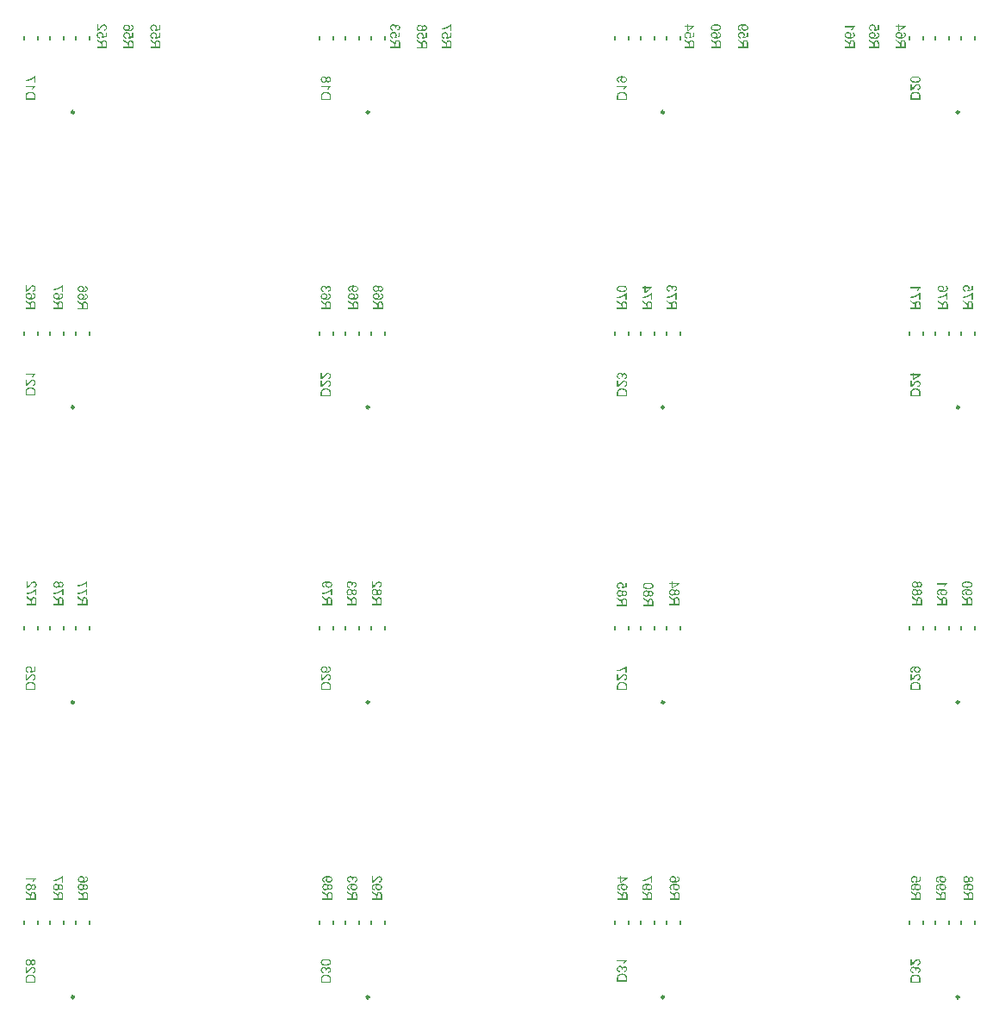
<source format=gbo>
G04*
G04 #@! TF.GenerationSoftware,Altium Limited,Altium Designer,19.1.7 (138)*
G04*
G04 Layer_Color=32896*
%FSAX25Y25*%
%MOIN*%
G70*
G01*
G75*
%ADD11C,0.00984*%
%ADD13C,0.00500*%
G36*
X0012629Y0019584D02*
X0012745Y0019561D01*
X0012851Y0019532D01*
X0012939Y0019497D01*
X0013015Y0019462D01*
X0013067Y0019432D01*
X0013102Y0019409D01*
X0013114Y0019403D01*
X0013202Y0019327D01*
X0013284Y0019239D01*
X0013348Y0019152D01*
X0013401Y0019064D01*
X0013436Y0018988D01*
X0013465Y0018923D01*
X0013477Y0018900D01*
X0013483Y0018882D01*
X0013488Y0018871D01*
Y0018865D01*
X0013529Y0018964D01*
X0013582Y0019052D01*
X0013629Y0019128D01*
X0013676Y0019187D01*
X0013723Y0019233D01*
X0013758Y0019269D01*
X0013781Y0019286D01*
X0013787Y0019292D01*
X0013863Y0019339D01*
X0013945Y0019374D01*
X0014021Y0019397D01*
X0014097Y0019415D01*
X0014161Y0019427D01*
X0014208Y0019432D01*
X0014243D01*
X0014255D01*
X0014331Y0019427D01*
X0014407Y0019421D01*
X0014541Y0019386D01*
X0014664Y0019333D01*
X0014770Y0019280D01*
X0014852Y0019222D01*
X0014887Y0019193D01*
X0014916Y0019169D01*
X0014939Y0019152D01*
X0014957Y0019134D01*
X0014963Y0019128D01*
X0014968Y0019122D01*
X0015021Y0019064D01*
X0015068Y0019000D01*
X0015103Y0018935D01*
X0015138Y0018865D01*
X0015191Y0018730D01*
X0015226Y0018602D01*
X0015244Y0018485D01*
X0015255Y0018438D01*
Y0018391D01*
X0015261Y0018356D01*
Y0018309D01*
X0015255Y0018216D01*
X0015249Y0018134D01*
X0015214Y0017976D01*
X0015173Y0017835D01*
X0015121Y0017724D01*
X0015091Y0017672D01*
X0015068Y0017631D01*
X0015039Y0017595D01*
X0015021Y0017560D01*
X0015004Y0017537D01*
X0014986Y0017519D01*
X0014980Y0017514D01*
X0014974Y0017508D01*
X0014922Y0017455D01*
X0014863Y0017408D01*
X0014805Y0017367D01*
X0014740Y0017338D01*
X0014623Y0017280D01*
X0014512Y0017244D01*
X0014413Y0017227D01*
X0014372Y0017221D01*
X0014337Y0017215D01*
X0014308Y0017209D01*
X0014284D01*
X0014272D01*
X0014266D01*
X0014167Y0017215D01*
X0014079Y0017233D01*
X0013997Y0017256D01*
X0013927Y0017280D01*
X0013869Y0017303D01*
X0013828Y0017326D01*
X0013804Y0017344D01*
X0013793Y0017350D01*
X0013723Y0017408D01*
X0013664Y0017479D01*
X0013611Y0017549D01*
X0013565Y0017625D01*
X0013535Y0017689D01*
X0013506Y0017742D01*
X0013494Y0017777D01*
X0013488Y0017783D01*
Y0017789D01*
X0013447Y0017666D01*
X0013395Y0017555D01*
X0013336Y0017461D01*
X0013278Y0017385D01*
X0013225Y0017326D01*
X0013178Y0017280D01*
X0013149Y0017256D01*
X0013143Y0017244D01*
X0013137D01*
X0013038Y0017180D01*
X0012933Y0017139D01*
X0012827Y0017104D01*
X0012728Y0017081D01*
X0012646Y0017069D01*
X0012605Y0017063D01*
X0012576D01*
X0012547Y0017057D01*
X0012529D01*
X0012517D01*
X0012512D01*
X0012418Y0017063D01*
X0012330Y0017075D01*
X0012248Y0017086D01*
X0012166Y0017110D01*
X0012026Y0017168D01*
X0011962Y0017198D01*
X0011903Y0017233D01*
X0011850Y0017262D01*
X0011804Y0017291D01*
X0011763Y0017321D01*
X0011728Y0017350D01*
X0011704Y0017373D01*
X0011687Y0017385D01*
X0011675Y0017397D01*
X0011669Y0017402D01*
X0011611Y0017473D01*
X0011558Y0017543D01*
X0011517Y0017619D01*
X0011476Y0017695D01*
X0011447Y0017771D01*
X0011417Y0017847D01*
X0011377Y0017993D01*
X0011365Y0018064D01*
X0011353Y0018122D01*
X0011347Y0018180D01*
X0011342Y0018227D01*
X0011336Y0018268D01*
Y0018321D01*
X0011342Y0018426D01*
X0011347Y0018526D01*
X0011365Y0018619D01*
X0011388Y0018701D01*
X0011412Y0018783D01*
X0011441Y0018859D01*
X0011470Y0018929D01*
X0011505Y0018994D01*
X0011535Y0019052D01*
X0011564Y0019099D01*
X0011593Y0019140D01*
X0011616Y0019175D01*
X0011640Y0019204D01*
X0011657Y0019222D01*
X0011663Y0019233D01*
X0011669Y0019239D01*
X0011733Y0019304D01*
X0011798Y0019356D01*
X0011868Y0019403D01*
X0011938Y0019444D01*
X0012008Y0019479D01*
X0012079Y0019503D01*
X0012207Y0019549D01*
X0012324Y0019573D01*
X0012377Y0019579D01*
X0012418Y0019584D01*
X0012453Y0019590D01*
X0012476D01*
X0012494D01*
X0012500D01*
X0012629Y0019584D01*
D02*
G37*
G36*
X0011850Y0014671D02*
X0011944Y0014735D01*
X0012020Y0014799D01*
X0012055Y0014829D01*
X0012079Y0014852D01*
X0012096Y0014864D01*
X0012102Y0014869D01*
X0012131Y0014899D01*
X0012161Y0014928D01*
X0012231Y0015004D01*
X0012313Y0015098D01*
X0012394Y0015185D01*
X0012471Y0015273D01*
X0012529Y0015343D01*
X0012552Y0015372D01*
X0012570Y0015396D01*
X0012582Y0015408D01*
X0012588Y0015414D01*
X0012670Y0015507D01*
X0012740Y0015589D01*
X0012810Y0015671D01*
X0012874Y0015741D01*
X0012939Y0015805D01*
X0012991Y0015864D01*
X0013044Y0015922D01*
X0013091Y0015969D01*
X0013132Y0016010D01*
X0013167Y0016045D01*
X0013219Y0016098D01*
X0013254Y0016127D01*
X0013266Y0016139D01*
X0013360Y0016215D01*
X0013442Y0016285D01*
X0013524Y0016338D01*
X0013594Y0016379D01*
X0013652Y0016414D01*
X0013693Y0016437D01*
X0013723Y0016449D01*
X0013734Y0016455D01*
X0013816Y0016490D01*
X0013898Y0016513D01*
X0013974Y0016531D01*
X0014044Y0016543D01*
X0014103Y0016548D01*
X0014150Y0016554D01*
X0014179D01*
X0014190D01*
X0014272Y0016548D01*
X0014354Y0016543D01*
X0014501Y0016502D01*
X0014629Y0016449D01*
X0014740Y0016390D01*
X0014828Y0016332D01*
X0014863Y0016303D01*
X0014898Y0016279D01*
X0014922Y0016256D01*
X0014939Y0016238D01*
X0014945Y0016232D01*
X0014951Y0016227D01*
X0015004Y0016162D01*
X0015056Y0016098D01*
X0015097Y0016028D01*
X0015132Y0015952D01*
X0015185Y0015805D01*
X0015220Y0015665D01*
X0015238Y0015601D01*
X0015244Y0015542D01*
X0015249Y0015489D01*
X0015255Y0015443D01*
X0015261Y0015402D01*
Y0015349D01*
X0015255Y0015250D01*
X0015249Y0015156D01*
X0015214Y0014980D01*
X0015197Y0014905D01*
X0015173Y0014829D01*
X0015144Y0014764D01*
X0015121Y0014706D01*
X0015091Y0014653D01*
X0015068Y0014606D01*
X0015039Y0014565D01*
X0015021Y0014530D01*
X0015004Y0014507D01*
X0014986Y0014489D01*
X0014980Y0014477D01*
X0014974Y0014472D01*
X0014916Y0014413D01*
X0014857Y0014366D01*
X0014723Y0014279D01*
X0014588Y0014214D01*
X0014454Y0014167D01*
X0014337Y0014132D01*
X0014284Y0014126D01*
X0014237Y0014115D01*
X0014202Y0014109D01*
X0014173Y0014103D01*
X0014155D01*
X0014150D01*
X0014097Y0014589D01*
X0014226Y0014600D01*
X0014337Y0014624D01*
X0014430Y0014653D01*
X0014512Y0014694D01*
X0014577Y0014729D01*
X0014623Y0014764D01*
X0014647Y0014787D01*
X0014658Y0014793D01*
X0014729Y0014875D01*
X0014781Y0014963D01*
X0014816Y0015057D01*
X0014846Y0015144D01*
X0014857Y0015220D01*
X0014863Y0015279D01*
X0014869Y0015302D01*
Y0015337D01*
X0014863Y0015454D01*
X0014840Y0015560D01*
X0014811Y0015647D01*
X0014775Y0015723D01*
X0014735Y0015782D01*
X0014705Y0015829D01*
X0014682Y0015852D01*
X0014676Y0015864D01*
X0014600Y0015934D01*
X0014518Y0015981D01*
X0014442Y0016016D01*
X0014366Y0016045D01*
X0014302Y0016057D01*
X0014249Y0016063D01*
X0014214Y0016069D01*
X0014208D01*
X0014202D01*
X0014103Y0016057D01*
X0013997Y0016034D01*
X0013904Y0015998D01*
X0013816Y0015958D01*
X0013740Y0015917D01*
X0013681Y0015881D01*
X0013658Y0015870D01*
X0013641Y0015858D01*
X0013635Y0015846D01*
X0013629D01*
X0013570Y0015800D01*
X0013506Y0015747D01*
X0013442Y0015688D01*
X0013377Y0015618D01*
X0013243Y0015478D01*
X0013108Y0015337D01*
X0012997Y0015209D01*
X0012944Y0015150D01*
X0012903Y0015098D01*
X0012863Y0015057D01*
X0012839Y0015027D01*
X0012822Y0015004D01*
X0012816Y0014998D01*
X0012693Y0014858D01*
X0012582Y0014729D01*
X0012482Y0014624D01*
X0012400Y0014536D01*
X0012330Y0014466D01*
X0012278Y0014419D01*
X0012242Y0014390D01*
X0012236Y0014378D01*
X0012231D01*
X0012137Y0014302D01*
X0012049Y0014243D01*
X0011962Y0014185D01*
X0011886Y0014144D01*
X0011815Y0014109D01*
X0011769Y0014085D01*
X0011733Y0014074D01*
X0011728Y0014068D01*
X0011722D01*
X0011663Y0014050D01*
X0011605Y0014033D01*
X0011552Y0014027D01*
X0011505Y0014021D01*
X0011464Y0014015D01*
X0011429D01*
X0011406D01*
X0011400D01*
Y0016560D01*
X0011850D01*
Y0014671D01*
D02*
G37*
G36*
X0013529Y0013565D02*
X0013699Y0013547D01*
X0013851Y0013524D01*
X0013921Y0013506D01*
X0013986Y0013495D01*
X0014044Y0013483D01*
X0014097Y0013465D01*
X0014144Y0013454D01*
X0014179Y0013442D01*
X0014208Y0013430D01*
X0014231Y0013424D01*
X0014243Y0013419D01*
X0014249D01*
X0014395Y0013354D01*
X0014524Y0013284D01*
X0014635Y0013208D01*
X0014729Y0013132D01*
X0014805Y0013068D01*
X0014863Y0013015D01*
X0014898Y0012974D01*
X0014910Y0012968D01*
Y0012962D01*
X0014980Y0012869D01*
X0015039Y0012775D01*
X0015086Y0012682D01*
X0015121Y0012594D01*
X0015150Y0012518D01*
X0015167Y0012453D01*
X0015179Y0012430D01*
Y0012418D01*
X0015185Y0012407D01*
Y0012401D01*
X0015202Y0012307D01*
X0015220Y0012196D01*
X0015232Y0012079D01*
X0015238Y0011974D01*
X0015244Y0011874D01*
Y0010400D01*
X0011400D01*
Y0011781D01*
X0011406Y0011909D01*
X0011412Y0012026D01*
X0011423Y0012132D01*
X0011435Y0012219D01*
X0011447Y0012295D01*
X0011453Y0012348D01*
X0011464Y0012383D01*
Y0012395D01*
X0011494Y0012494D01*
X0011523Y0012582D01*
X0011552Y0012658D01*
X0011581Y0012722D01*
X0011611Y0012775D01*
X0011634Y0012816D01*
X0011646Y0012845D01*
X0011652Y0012851D01*
X0011704Y0012921D01*
X0011763Y0012986D01*
X0011821Y0013050D01*
X0011874Y0013097D01*
X0011926Y0013144D01*
X0011967Y0013173D01*
X0011991Y0013196D01*
X0012003Y0013202D01*
X0012090Y0013261D01*
X0012184Y0013313D01*
X0012278Y0013360D01*
X0012365Y0013395D01*
X0012447Y0013424D01*
X0012506Y0013448D01*
X0012529Y0013454D01*
X0012547Y0013460D01*
X0012558Y0013465D01*
X0012564D01*
X0012693Y0013500D01*
X0012827Y0013524D01*
X0012962Y0013547D01*
X0013079Y0013559D01*
X0013184Y0013565D01*
X0013231D01*
X0013266Y0013571D01*
X0013301D01*
X0013325D01*
X0013336D01*
X0013342D01*
X0013529Y0013565D01*
D02*
G37*
G36*
X0127800Y0019573D02*
X0127888D01*
X0127976Y0019567D01*
X0128058Y0019561D01*
X0128134Y0019549D01*
X0128198Y0019544D01*
X0128262Y0019538D01*
X0128315Y0019526D01*
X0128368Y0019520D01*
X0128409Y0019514D01*
X0128438Y0019503D01*
X0128467Y0019497D01*
X0128485D01*
X0128496Y0019491D01*
X0128502D01*
X0128625Y0019456D01*
X0128736Y0019415D01*
X0128836Y0019374D01*
X0128918Y0019339D01*
X0128982Y0019304D01*
X0129034Y0019274D01*
X0129064Y0019257D01*
X0129076Y0019251D01*
X0129157Y0019193D01*
X0129227Y0019128D01*
X0129292Y0019064D01*
X0129345Y0019005D01*
X0129380Y0018947D01*
X0129409Y0018906D01*
X0129426Y0018877D01*
X0129432Y0018865D01*
X0129473Y0018777D01*
X0129508Y0018684D01*
X0129532Y0018590D01*
X0129543Y0018508D01*
X0129555Y0018438D01*
X0129561Y0018379D01*
Y0018327D01*
X0129549Y0018175D01*
X0129526Y0018040D01*
X0129491Y0017917D01*
X0129450Y0017818D01*
X0129403Y0017736D01*
X0129368Y0017677D01*
X0129356Y0017654D01*
X0129345Y0017636D01*
X0129333Y0017631D01*
Y0017625D01*
X0129239Y0017525D01*
X0129140Y0017443D01*
X0129034Y0017373D01*
X0128929Y0017315D01*
X0128836Y0017268D01*
X0128795Y0017250D01*
X0128760Y0017239D01*
X0128730Y0017227D01*
X0128707Y0017215D01*
X0128695Y0017209D01*
X0128689D01*
X0128607Y0017186D01*
X0128525Y0017163D01*
X0128344Y0017133D01*
X0128163Y0017110D01*
X0127987Y0017092D01*
X0127905Y0017086D01*
X0127829Y0017081D01*
X0127765D01*
X0127707Y0017075D01*
X0127660D01*
X0127625D01*
X0127601D01*
X0127595D01*
X0127402Y0017081D01*
X0127215Y0017092D01*
X0127051Y0017110D01*
X0126893Y0017133D01*
X0126753Y0017163D01*
X0126624Y0017192D01*
X0126507Y0017227D01*
X0126408Y0017262D01*
X0126314Y0017297D01*
X0126238Y0017332D01*
X0126174Y0017361D01*
X0126121Y0017391D01*
X0126080Y0017414D01*
X0126051Y0017432D01*
X0126033Y0017443D01*
X0126028Y0017449D01*
X0125957Y0017514D01*
X0125899Y0017578D01*
X0125846Y0017648D01*
X0125800Y0017724D01*
X0125764Y0017794D01*
X0125729Y0017870D01*
X0125682Y0018011D01*
X0125671Y0018075D01*
X0125659Y0018134D01*
X0125647Y0018186D01*
X0125642Y0018233D01*
X0125636Y0018274D01*
Y0018327D01*
X0125647Y0018479D01*
X0125671Y0018613D01*
X0125706Y0018730D01*
X0125747Y0018836D01*
X0125788Y0018912D01*
X0125823Y0018976D01*
X0125840Y0018994D01*
X0125846Y0019011D01*
X0125858Y0019017D01*
Y0019023D01*
X0125952Y0019122D01*
X0126057Y0019204D01*
X0126162Y0019274D01*
X0126268Y0019333D01*
X0126361Y0019380D01*
X0126396Y0019397D01*
X0126431Y0019415D01*
X0126461Y0019427D01*
X0126484Y0019432D01*
X0126496Y0019438D01*
X0126501D01*
X0126583Y0019462D01*
X0126665Y0019485D01*
X0126847Y0019520D01*
X0127028Y0019544D01*
X0127203Y0019561D01*
X0127285Y0019567D01*
X0127361Y0019573D01*
X0127426D01*
X0127484Y0019579D01*
X0127531D01*
X0127566D01*
X0127590D01*
X0127595D01*
X0127800Y0019573D01*
D02*
G37*
G36*
X0126970Y0016601D02*
X0127092Y0016578D01*
X0127198Y0016548D01*
X0127285Y0016513D01*
X0127356Y0016472D01*
X0127408Y0016443D01*
X0127443Y0016420D01*
X0127455Y0016414D01*
X0127543Y0016338D01*
X0127613Y0016250D01*
X0127672Y0016162D01*
X0127712Y0016080D01*
X0127747Y0016004D01*
X0127765Y0015946D01*
X0127777Y0015922D01*
Y0015905D01*
X0127783Y0015893D01*
Y0015887D01*
X0127829Y0015981D01*
X0127888Y0016063D01*
X0127941Y0016127D01*
X0127993Y0016186D01*
X0128040Y0016227D01*
X0128075Y0016262D01*
X0128098Y0016279D01*
X0128110Y0016285D01*
X0128186Y0016332D01*
X0128268Y0016361D01*
X0128344Y0016385D01*
X0128414Y0016402D01*
X0128473Y0016414D01*
X0128520Y0016420D01*
X0128549D01*
X0128561D01*
X0128660Y0016414D01*
X0128748Y0016396D01*
X0128830Y0016373D01*
X0128906Y0016349D01*
X0128964Y0016326D01*
X0129011Y0016303D01*
X0129040Y0016285D01*
X0129052Y0016279D01*
X0129134Y0016221D01*
X0129210Y0016156D01*
X0129274Y0016086D01*
X0129327Y0016022D01*
X0129368Y0015963D01*
X0129397Y0015917D01*
X0129415Y0015881D01*
X0129421Y0015876D01*
Y0015870D01*
X0129467Y0015770D01*
X0129502Y0015671D01*
X0129526Y0015571D01*
X0129543Y0015484D01*
X0129555Y0015408D01*
X0129561Y0015349D01*
Y0015214D01*
X0129549Y0015133D01*
X0129520Y0014986D01*
X0129479Y0014852D01*
X0129432Y0014741D01*
X0129380Y0014653D01*
X0129356Y0014618D01*
X0129339Y0014589D01*
X0129321Y0014559D01*
X0129309Y0014542D01*
X0129304Y0014536D01*
X0129298Y0014530D01*
X0129192Y0014425D01*
X0129076Y0014343D01*
X0128953Y0014273D01*
X0128836Y0014226D01*
X0128730Y0014185D01*
X0128683Y0014173D01*
X0128643Y0014162D01*
X0128613Y0014156D01*
X0128590Y0014150D01*
X0128572Y0014144D01*
X0128567D01*
X0128485Y0014618D01*
X0128607Y0014641D01*
X0128713Y0014676D01*
X0128800Y0014711D01*
X0128871Y0014752D01*
X0128929Y0014787D01*
X0128970Y0014817D01*
X0128994Y0014840D01*
X0128999Y0014846D01*
X0129058Y0014922D01*
X0129099Y0014998D01*
X0129134Y0015074D01*
X0129151Y0015150D01*
X0129163Y0015209D01*
X0129175Y0015261D01*
Y0015308D01*
X0129169Y0015408D01*
X0129146Y0015495D01*
X0129122Y0015571D01*
X0129087Y0015636D01*
X0129058Y0015688D01*
X0129029Y0015729D01*
X0129005Y0015753D01*
X0128999Y0015759D01*
X0128935Y0015817D01*
X0128859Y0015858D01*
X0128789Y0015893D01*
X0128725Y0015911D01*
X0128660Y0015922D01*
X0128613Y0015934D01*
X0128584D01*
X0128578D01*
X0128572D01*
X0128455Y0015922D01*
X0128356Y0015893D01*
X0128274Y0015858D01*
X0128210Y0015811D01*
X0128157Y0015764D01*
X0128116Y0015729D01*
X0128093Y0015700D01*
X0128087Y0015688D01*
X0128034Y0015595D01*
X0127999Y0015501D01*
X0127970Y0015414D01*
X0127952Y0015331D01*
X0127941Y0015256D01*
X0127935Y0015203D01*
Y0015127D01*
X0127941Y0015103D01*
Y0015074D01*
X0127525Y0015021D01*
X0127543Y0015092D01*
X0127554Y0015156D01*
X0127560Y0015214D01*
X0127566Y0015261D01*
X0127572Y0015302D01*
Y0015355D01*
X0127560Y0015472D01*
X0127537Y0015571D01*
X0127508Y0015665D01*
X0127467Y0015741D01*
X0127426Y0015805D01*
X0127397Y0015852D01*
X0127373Y0015876D01*
X0127361Y0015887D01*
X0127279Y0015958D01*
X0127192Y0016010D01*
X0127098Y0016051D01*
X0127016Y0016074D01*
X0126940Y0016092D01*
X0126882Y0016098D01*
X0126858Y0016104D01*
X0126841D01*
X0126835D01*
X0126829D01*
X0126706Y0016092D01*
X0126595Y0016069D01*
X0126496Y0016034D01*
X0126414Y0015993D01*
X0126344Y0015946D01*
X0126297Y0015911D01*
X0126268Y0015887D01*
X0126256Y0015876D01*
X0126180Y0015788D01*
X0126121Y0015694D01*
X0126086Y0015601D01*
X0126057Y0015507D01*
X0126039Y0015431D01*
X0126033Y0015372D01*
X0126028Y0015349D01*
Y0015314D01*
X0126033Y0015214D01*
X0126057Y0015121D01*
X0126086Y0015039D01*
X0126115Y0014975D01*
X0126151Y0014916D01*
X0126174Y0014875D01*
X0126197Y0014852D01*
X0126203Y0014840D01*
X0126279Y0014776D01*
X0126367Y0014717D01*
X0126466Y0014671D01*
X0126560Y0014635D01*
X0126648Y0014606D01*
X0126718Y0014589D01*
X0126741Y0014577D01*
X0126765D01*
X0126776Y0014571D01*
X0126782D01*
X0126718Y0014097D01*
X0126630Y0014109D01*
X0126548Y0014126D01*
X0126396Y0014179D01*
X0126262Y0014238D01*
X0126145Y0014308D01*
X0126098Y0014337D01*
X0126057Y0014372D01*
X0126022Y0014401D01*
X0125987Y0014425D01*
X0125963Y0014448D01*
X0125946Y0014466D01*
X0125940Y0014472D01*
X0125934Y0014477D01*
X0125881Y0014542D01*
X0125835Y0014612D01*
X0125794Y0014676D01*
X0125764Y0014747D01*
X0125706Y0014887D01*
X0125671Y0015021D01*
X0125659Y0015080D01*
X0125653Y0015138D01*
X0125647Y0015185D01*
X0125642Y0015232D01*
X0125636Y0015267D01*
Y0015314D01*
X0125642Y0015414D01*
X0125653Y0015513D01*
X0125665Y0015607D01*
X0125688Y0015694D01*
X0125718Y0015776D01*
X0125747Y0015852D01*
X0125776Y0015922D01*
X0125811Y0015987D01*
X0125840Y0016039D01*
X0125870Y0016092D01*
X0125899Y0016139D01*
X0125928Y0016174D01*
X0125952Y0016203D01*
X0125963Y0016221D01*
X0125975Y0016232D01*
X0125981Y0016238D01*
X0126051Y0016303D01*
X0126121Y0016361D01*
X0126191Y0016408D01*
X0126262Y0016449D01*
X0126332Y0016490D01*
X0126408Y0016519D01*
X0126542Y0016560D01*
X0126601Y0016578D01*
X0126659Y0016589D01*
X0126706Y0016595D01*
X0126753Y0016601D01*
X0126788Y0016607D01*
X0126812D01*
X0126829D01*
X0126835D01*
X0126970Y0016601D01*
D02*
G37*
G36*
X0127829Y0013577D02*
X0127999Y0013559D01*
X0128151Y0013536D01*
X0128221Y0013518D01*
X0128286Y0013506D01*
X0128344Y0013495D01*
X0128397Y0013477D01*
X0128444Y0013465D01*
X0128479Y0013454D01*
X0128508Y0013442D01*
X0128531Y0013436D01*
X0128543Y0013430D01*
X0128549D01*
X0128695Y0013366D01*
X0128824Y0013296D01*
X0128935Y0013220D01*
X0129029Y0013144D01*
X0129105Y0013079D01*
X0129163Y0013027D01*
X0129198Y0012986D01*
X0129210Y0012980D01*
Y0012974D01*
X0129280Y0012880D01*
X0129339Y0012787D01*
X0129385Y0012693D01*
X0129421Y0012606D01*
X0129450Y0012529D01*
X0129467Y0012465D01*
X0129479Y0012442D01*
Y0012430D01*
X0129485Y0012418D01*
Y0012412D01*
X0129502Y0012319D01*
X0129520Y0012208D01*
X0129532Y0012091D01*
X0129538Y0011985D01*
X0129543Y0011886D01*
Y0010412D01*
X0125700D01*
Y0011792D01*
X0125706Y0011921D01*
X0125712Y0012038D01*
X0125723Y0012143D01*
X0125735Y0012231D01*
X0125747Y0012307D01*
X0125753Y0012360D01*
X0125764Y0012395D01*
Y0012407D01*
X0125794Y0012506D01*
X0125823Y0012594D01*
X0125852Y0012670D01*
X0125881Y0012734D01*
X0125911Y0012787D01*
X0125934Y0012828D01*
X0125946Y0012857D01*
X0125952Y0012863D01*
X0126004Y0012933D01*
X0126063Y0012997D01*
X0126121Y0013062D01*
X0126174Y0013108D01*
X0126226Y0013155D01*
X0126268Y0013185D01*
X0126291Y0013208D01*
X0126303Y0013214D01*
X0126390Y0013272D01*
X0126484Y0013325D01*
X0126577Y0013372D01*
X0126665Y0013407D01*
X0126747Y0013436D01*
X0126806Y0013460D01*
X0126829Y0013465D01*
X0126847Y0013471D01*
X0126858Y0013477D01*
X0126864D01*
X0126993Y0013512D01*
X0127127Y0013536D01*
X0127262Y0013559D01*
X0127379Y0013571D01*
X0127484Y0013577D01*
X0127531D01*
X0127566Y0013582D01*
X0127601D01*
X0127625D01*
X0127636D01*
X0127642D01*
X0127829Y0013577D01*
D02*
G37*
G36*
X0244161Y0018906D02*
X0244067Y0018853D01*
X0243974Y0018789D01*
X0243886Y0018719D01*
X0243804Y0018649D01*
X0243740Y0018584D01*
X0243687Y0018531D01*
X0243652Y0018496D01*
X0243646Y0018490D01*
X0243640Y0018485D01*
X0243547Y0018374D01*
X0243459Y0018257D01*
X0243383Y0018139D01*
X0243319Y0018034D01*
X0243266Y0017941D01*
X0243248Y0017900D01*
X0243231Y0017865D01*
X0243213Y0017841D01*
X0243202Y0017818D01*
X0243196Y0017806D01*
Y0017800D01*
X0242734D01*
X0242769Y0017882D01*
X0242810Y0017970D01*
X0242845Y0018052D01*
X0242886Y0018128D01*
X0242921Y0018192D01*
X0242950Y0018245D01*
X0242973Y0018280D01*
X0242979Y0018286D01*
Y0018292D01*
X0243038Y0018391D01*
X0243102Y0018479D01*
X0243155Y0018555D01*
X0243208Y0018619D01*
X0243248Y0018672D01*
X0243278Y0018713D01*
X0243301Y0018736D01*
X0243307Y0018742D01*
X0240300D01*
Y0019216D01*
X0244161D01*
Y0018906D01*
D02*
G37*
G36*
X0241569Y0016964D02*
X0241692Y0016940D01*
X0241798Y0016911D01*
X0241885Y0016876D01*
X0241955Y0016835D01*
X0242008Y0016806D01*
X0242043Y0016782D01*
X0242055Y0016777D01*
X0242143Y0016701D01*
X0242213Y0016613D01*
X0242271Y0016525D01*
X0242312Y0016443D01*
X0242348Y0016367D01*
X0242365Y0016308D01*
X0242377Y0016285D01*
Y0016267D01*
X0242383Y0016256D01*
Y0016250D01*
X0242429Y0016344D01*
X0242488Y0016425D01*
X0242541Y0016490D01*
X0242593Y0016548D01*
X0242640Y0016589D01*
X0242675Y0016624D01*
X0242699Y0016642D01*
X0242710Y0016648D01*
X0242786Y0016695D01*
X0242868Y0016724D01*
X0242944Y0016747D01*
X0243014Y0016765D01*
X0243073Y0016777D01*
X0243120Y0016782D01*
X0243149D01*
X0243161D01*
X0243260Y0016777D01*
X0243348Y0016759D01*
X0243430Y0016736D01*
X0243506Y0016712D01*
X0243564Y0016689D01*
X0243611Y0016665D01*
X0243640Y0016648D01*
X0243652Y0016642D01*
X0243734Y0016583D01*
X0243810Y0016519D01*
X0243874Y0016449D01*
X0243927Y0016385D01*
X0243968Y0016326D01*
X0243997Y0016279D01*
X0244015Y0016244D01*
X0244021Y0016238D01*
Y0016232D01*
X0244067Y0016133D01*
X0244103Y0016034D01*
X0244126Y0015934D01*
X0244143Y0015846D01*
X0244155Y0015770D01*
X0244161Y0015712D01*
Y0015577D01*
X0244149Y0015495D01*
X0244120Y0015349D01*
X0244079Y0015214D01*
X0244032Y0015103D01*
X0243980Y0015016D01*
X0243956Y0014980D01*
X0243939Y0014951D01*
X0243921Y0014922D01*
X0243910Y0014905D01*
X0243904Y0014899D01*
X0243898Y0014893D01*
X0243793Y0014787D01*
X0243675Y0014706D01*
X0243553Y0014635D01*
X0243436Y0014589D01*
X0243330Y0014548D01*
X0243284Y0014536D01*
X0243243Y0014524D01*
X0243213Y0014518D01*
X0243190Y0014513D01*
X0243172Y0014507D01*
X0243166D01*
X0243085Y0014980D01*
X0243208Y0015004D01*
X0243313Y0015039D01*
X0243401Y0015074D01*
X0243471Y0015115D01*
X0243529Y0015150D01*
X0243570Y0015179D01*
X0243594Y0015203D01*
X0243599Y0015209D01*
X0243658Y0015285D01*
X0243699Y0015361D01*
X0243734Y0015437D01*
X0243752Y0015513D01*
X0243763Y0015571D01*
X0243775Y0015624D01*
Y0015671D01*
X0243769Y0015770D01*
X0243746Y0015858D01*
X0243722Y0015934D01*
X0243687Y0015998D01*
X0243658Y0016051D01*
X0243629Y0016092D01*
X0243605Y0016116D01*
X0243599Y0016121D01*
X0243535Y0016180D01*
X0243459Y0016221D01*
X0243389Y0016256D01*
X0243324Y0016273D01*
X0243260Y0016285D01*
X0243213Y0016297D01*
X0243184D01*
X0243178D01*
X0243172D01*
X0243055Y0016285D01*
X0242956Y0016256D01*
X0242874Y0016221D01*
X0242810Y0016174D01*
X0242757Y0016127D01*
X0242716Y0016092D01*
X0242693Y0016063D01*
X0242687Y0016051D01*
X0242634Y0015958D01*
X0242599Y0015864D01*
X0242570Y0015776D01*
X0242552Y0015694D01*
X0242541Y0015618D01*
X0242535Y0015565D01*
Y0015489D01*
X0242541Y0015466D01*
Y0015437D01*
X0242125Y0015384D01*
X0242143Y0015454D01*
X0242154Y0015519D01*
X0242160Y0015577D01*
X0242166Y0015624D01*
X0242172Y0015665D01*
Y0015718D01*
X0242160Y0015835D01*
X0242137Y0015934D01*
X0242108Y0016028D01*
X0242067Y0016104D01*
X0242026Y0016168D01*
X0241997Y0016215D01*
X0241973Y0016238D01*
X0241961Y0016250D01*
X0241880Y0016320D01*
X0241792Y0016373D01*
X0241698Y0016414D01*
X0241616Y0016437D01*
X0241540Y0016455D01*
X0241482Y0016461D01*
X0241458Y0016466D01*
X0241441D01*
X0241435D01*
X0241429D01*
X0241306Y0016455D01*
X0241195Y0016431D01*
X0241096Y0016396D01*
X0241014Y0016355D01*
X0240944Y0016308D01*
X0240897Y0016273D01*
X0240867Y0016250D01*
X0240856Y0016238D01*
X0240780Y0016151D01*
X0240721Y0016057D01*
X0240686Y0015963D01*
X0240657Y0015870D01*
X0240639Y0015794D01*
X0240633Y0015735D01*
X0240628Y0015712D01*
Y0015677D01*
X0240633Y0015577D01*
X0240657Y0015484D01*
X0240686Y0015402D01*
X0240715Y0015337D01*
X0240751Y0015279D01*
X0240774Y0015238D01*
X0240797Y0015214D01*
X0240803Y0015203D01*
X0240879Y0015138D01*
X0240967Y0015080D01*
X0241066Y0015033D01*
X0241160Y0014998D01*
X0241248Y0014969D01*
X0241318Y0014951D01*
X0241341Y0014940D01*
X0241365D01*
X0241376Y0014934D01*
X0241382D01*
X0241318Y0014460D01*
X0241230Y0014472D01*
X0241148Y0014489D01*
X0240996Y0014542D01*
X0240862Y0014600D01*
X0240745Y0014671D01*
X0240698Y0014700D01*
X0240657Y0014735D01*
X0240622Y0014764D01*
X0240587Y0014787D01*
X0240563Y0014811D01*
X0240546Y0014829D01*
X0240540Y0014834D01*
X0240534Y0014840D01*
X0240481Y0014905D01*
X0240435Y0014975D01*
X0240394Y0015039D01*
X0240364Y0015109D01*
X0240306Y0015250D01*
X0240271Y0015384D01*
X0240259Y0015443D01*
X0240253Y0015501D01*
X0240247Y0015548D01*
X0240242Y0015595D01*
X0240236Y0015630D01*
Y0015677D01*
X0240242Y0015776D01*
X0240253Y0015876D01*
X0240265Y0015969D01*
X0240288Y0016057D01*
X0240318Y0016139D01*
X0240347Y0016215D01*
X0240376Y0016285D01*
X0240411Y0016349D01*
X0240440Y0016402D01*
X0240470Y0016455D01*
X0240499Y0016502D01*
X0240528Y0016537D01*
X0240551Y0016566D01*
X0240563Y0016583D01*
X0240575Y0016595D01*
X0240581Y0016601D01*
X0240651Y0016665D01*
X0240721Y0016724D01*
X0240791Y0016771D01*
X0240862Y0016812D01*
X0240932Y0016852D01*
X0241008Y0016882D01*
X0241142Y0016923D01*
X0241201Y0016940D01*
X0241259Y0016952D01*
X0241306Y0016958D01*
X0241353Y0016964D01*
X0241388Y0016970D01*
X0241411D01*
X0241429D01*
X0241435D01*
X0241569Y0016964D01*
D02*
G37*
G36*
X0242429Y0013939D02*
X0242599Y0013922D01*
X0242751Y0013898D01*
X0242821Y0013881D01*
X0242886Y0013869D01*
X0242944Y0013857D01*
X0242997Y0013840D01*
X0243044Y0013828D01*
X0243079Y0013816D01*
X0243108Y0013805D01*
X0243131Y0013799D01*
X0243143Y0013793D01*
X0243149D01*
X0243295Y0013729D01*
X0243424Y0013658D01*
X0243535Y0013582D01*
X0243629Y0013506D01*
X0243705Y0013442D01*
X0243763Y0013389D01*
X0243798Y0013348D01*
X0243810Y0013342D01*
Y0013337D01*
X0243880Y0013243D01*
X0243939Y0013149D01*
X0243986Y0013056D01*
X0244021Y0012968D01*
X0244050Y0012892D01*
X0244067Y0012828D01*
X0244079Y0012804D01*
Y0012793D01*
X0244085Y0012781D01*
Y0012775D01*
X0244103Y0012682D01*
X0244120Y0012570D01*
X0244132Y0012453D01*
X0244138Y0012348D01*
X0244143Y0012249D01*
Y0010774D01*
X0240300D01*
Y0012155D01*
X0240306Y0012284D01*
X0240312Y0012401D01*
X0240323Y0012506D01*
X0240335Y0012594D01*
X0240347Y0012670D01*
X0240353Y0012722D01*
X0240364Y0012758D01*
Y0012769D01*
X0240394Y0012869D01*
X0240423Y0012957D01*
X0240452Y0013033D01*
X0240481Y0013097D01*
X0240511Y0013149D01*
X0240534Y0013191D01*
X0240546Y0013220D01*
X0240551Y0013226D01*
X0240604Y0013296D01*
X0240663Y0013360D01*
X0240721Y0013424D01*
X0240774Y0013471D01*
X0240827Y0013518D01*
X0240867Y0013547D01*
X0240891Y0013571D01*
X0240903Y0013577D01*
X0240990Y0013635D01*
X0241084Y0013688D01*
X0241178Y0013735D01*
X0241265Y0013770D01*
X0241347Y0013799D01*
X0241406Y0013822D01*
X0241429Y0013828D01*
X0241447Y0013834D01*
X0241458Y0013840D01*
X0241464D01*
X0241593Y0013875D01*
X0241727Y0013898D01*
X0241862Y0013922D01*
X0241979Y0013933D01*
X0242084Y0013939D01*
X0242131D01*
X0242166Y0013945D01*
X0242201D01*
X0242225D01*
X0242236D01*
X0242242D01*
X0242429Y0013939D01*
D02*
G37*
G36*
X0354350Y0017677D02*
X0354444Y0017742D01*
X0354520Y0017806D01*
X0354555Y0017835D01*
X0354579Y0017859D01*
X0354596Y0017870D01*
X0354602Y0017876D01*
X0354631Y0017906D01*
X0354661Y0017935D01*
X0354731Y0018011D01*
X0354813Y0018104D01*
X0354894Y0018192D01*
X0354971Y0018280D01*
X0355029Y0018350D01*
X0355052Y0018379D01*
X0355070Y0018403D01*
X0355082Y0018415D01*
X0355088Y0018420D01*
X0355170Y0018514D01*
X0355240Y0018596D01*
X0355310Y0018678D01*
X0355374Y0018748D01*
X0355438Y0018812D01*
X0355491Y0018871D01*
X0355544Y0018929D01*
X0355591Y0018976D01*
X0355632Y0019017D01*
X0355667Y0019052D01*
X0355719Y0019105D01*
X0355754Y0019134D01*
X0355766Y0019146D01*
X0355860Y0019222D01*
X0355942Y0019292D01*
X0356024Y0019345D01*
X0356094Y0019386D01*
X0356152Y0019421D01*
X0356193Y0019444D01*
X0356222Y0019456D01*
X0356234Y0019462D01*
X0356316Y0019497D01*
X0356398Y0019520D01*
X0356474Y0019538D01*
X0356544Y0019549D01*
X0356603Y0019555D01*
X0356649Y0019561D01*
X0356679D01*
X0356691D01*
X0356772Y0019555D01*
X0356854Y0019549D01*
X0357000Y0019508D01*
X0357129Y0019456D01*
X0357240Y0019397D01*
X0357328Y0019339D01*
X0357363Y0019309D01*
X0357398Y0019286D01*
X0357422Y0019263D01*
X0357439Y0019245D01*
X0357445Y0019239D01*
X0357451Y0019233D01*
X0357504Y0019169D01*
X0357556Y0019105D01*
X0357597Y0019035D01*
X0357632Y0018959D01*
X0357685Y0018812D01*
X0357720Y0018672D01*
X0357738Y0018608D01*
X0357743Y0018549D01*
X0357749Y0018496D01*
X0357755Y0018450D01*
X0357761Y0018409D01*
Y0018356D01*
X0357755Y0018257D01*
X0357749Y0018163D01*
X0357714Y0017988D01*
X0357697Y0017911D01*
X0357673Y0017835D01*
X0357644Y0017771D01*
X0357621Y0017713D01*
X0357591Y0017660D01*
X0357568Y0017613D01*
X0357539Y0017572D01*
X0357521Y0017537D01*
X0357504Y0017514D01*
X0357486Y0017496D01*
X0357480Y0017484D01*
X0357474Y0017479D01*
X0357416Y0017420D01*
X0357357Y0017373D01*
X0357223Y0017286D01*
X0357088Y0017221D01*
X0356954Y0017174D01*
X0356837Y0017139D01*
X0356784Y0017133D01*
X0356737Y0017122D01*
X0356702Y0017116D01*
X0356673Y0017110D01*
X0356655D01*
X0356649D01*
X0356597Y0017595D01*
X0356726Y0017607D01*
X0356837Y0017631D01*
X0356930Y0017660D01*
X0357012Y0017701D01*
X0357077Y0017736D01*
X0357123Y0017771D01*
X0357147Y0017794D01*
X0357158Y0017800D01*
X0357229Y0017882D01*
X0357281Y0017970D01*
X0357316Y0018064D01*
X0357346Y0018151D01*
X0357357Y0018227D01*
X0357363Y0018286D01*
X0357369Y0018309D01*
Y0018344D01*
X0357363Y0018461D01*
X0357340Y0018567D01*
X0357311Y0018654D01*
X0357276Y0018730D01*
X0357235Y0018789D01*
X0357205Y0018836D01*
X0357182Y0018859D01*
X0357176Y0018871D01*
X0357100Y0018941D01*
X0357018Y0018988D01*
X0356942Y0019023D01*
X0356866Y0019052D01*
X0356802Y0019064D01*
X0356749Y0019070D01*
X0356714Y0019076D01*
X0356708D01*
X0356702D01*
X0356603Y0019064D01*
X0356497Y0019040D01*
X0356404Y0019005D01*
X0356316Y0018964D01*
X0356240Y0018923D01*
X0356182Y0018888D01*
X0356158Y0018877D01*
X0356140Y0018865D01*
X0356135Y0018853D01*
X0356129D01*
X0356070Y0018807D01*
X0356006Y0018754D01*
X0355942Y0018695D01*
X0355877Y0018625D01*
X0355743Y0018485D01*
X0355608Y0018344D01*
X0355497Y0018216D01*
X0355444Y0018157D01*
X0355403Y0018104D01*
X0355363Y0018064D01*
X0355339Y0018034D01*
X0355322Y0018011D01*
X0355316Y0018005D01*
X0355193Y0017865D01*
X0355082Y0017736D01*
X0354982Y0017631D01*
X0354900Y0017543D01*
X0354830Y0017473D01*
X0354778Y0017426D01*
X0354742Y0017397D01*
X0354736Y0017385D01*
X0354731D01*
X0354637Y0017309D01*
X0354549Y0017250D01*
X0354462Y0017192D01*
X0354386Y0017151D01*
X0354315Y0017116D01*
X0354269Y0017092D01*
X0354233Y0017081D01*
X0354228Y0017075D01*
X0354222D01*
X0354163Y0017057D01*
X0354105Y0017040D01*
X0354052Y0017034D01*
X0354005Y0017028D01*
X0353964Y0017022D01*
X0353929D01*
X0353906D01*
X0353900D01*
Y0019567D01*
X0354350D01*
Y0017677D01*
D02*
G37*
G36*
X0355170Y0016613D02*
X0355292Y0016589D01*
X0355398Y0016560D01*
X0355485Y0016525D01*
X0355556Y0016484D01*
X0355608Y0016455D01*
X0355643Y0016431D01*
X0355655Y0016425D01*
X0355743Y0016349D01*
X0355813Y0016262D01*
X0355872Y0016174D01*
X0355912Y0016092D01*
X0355947Y0016016D01*
X0355965Y0015958D01*
X0355977Y0015934D01*
Y0015917D01*
X0355983Y0015905D01*
Y0015899D01*
X0356029Y0015993D01*
X0356088Y0016074D01*
X0356140Y0016139D01*
X0356193Y0016197D01*
X0356240Y0016238D01*
X0356275Y0016273D01*
X0356298Y0016291D01*
X0356310Y0016297D01*
X0356386Y0016344D01*
X0356468Y0016373D01*
X0356544Y0016396D01*
X0356614Y0016414D01*
X0356673Y0016425D01*
X0356720Y0016431D01*
X0356749D01*
X0356761D01*
X0356860Y0016425D01*
X0356948Y0016408D01*
X0357030Y0016385D01*
X0357106Y0016361D01*
X0357164Y0016338D01*
X0357211Y0016314D01*
X0357240Y0016297D01*
X0357252Y0016291D01*
X0357334Y0016232D01*
X0357410Y0016168D01*
X0357474Y0016098D01*
X0357527Y0016034D01*
X0357568Y0015975D01*
X0357597Y0015928D01*
X0357615Y0015893D01*
X0357621Y0015887D01*
Y0015881D01*
X0357667Y0015782D01*
X0357702Y0015683D01*
X0357726Y0015583D01*
X0357743Y0015495D01*
X0357755Y0015419D01*
X0357761Y0015361D01*
Y0015226D01*
X0357749Y0015144D01*
X0357720Y0014998D01*
X0357679Y0014864D01*
X0357632Y0014752D01*
X0357580Y0014665D01*
X0357556Y0014630D01*
X0357539Y0014600D01*
X0357521Y0014571D01*
X0357509Y0014554D01*
X0357504Y0014548D01*
X0357498Y0014542D01*
X0357393Y0014436D01*
X0357276Y0014355D01*
X0357153Y0014284D01*
X0357036Y0014238D01*
X0356930Y0014197D01*
X0356884Y0014185D01*
X0356842Y0014173D01*
X0356813Y0014167D01*
X0356790Y0014162D01*
X0356772Y0014156D01*
X0356767D01*
X0356685Y0014630D01*
X0356807Y0014653D01*
X0356913Y0014688D01*
X0357000Y0014723D01*
X0357071Y0014764D01*
X0357129Y0014799D01*
X0357170Y0014829D01*
X0357194Y0014852D01*
X0357199Y0014858D01*
X0357258Y0014934D01*
X0357299Y0015010D01*
X0357334Y0015086D01*
X0357351Y0015162D01*
X0357363Y0015220D01*
X0357375Y0015273D01*
Y0015320D01*
X0357369Y0015419D01*
X0357346Y0015507D01*
X0357322Y0015583D01*
X0357287Y0015647D01*
X0357258Y0015700D01*
X0357229Y0015741D01*
X0357205Y0015764D01*
X0357199Y0015770D01*
X0357135Y0015829D01*
X0357059Y0015870D01*
X0356989Y0015905D01*
X0356924Y0015922D01*
X0356860Y0015934D01*
X0356813Y0015946D01*
X0356784D01*
X0356778D01*
X0356772D01*
X0356655Y0015934D01*
X0356556Y0015905D01*
X0356474Y0015870D01*
X0356410Y0015823D01*
X0356357Y0015776D01*
X0356316Y0015741D01*
X0356293Y0015712D01*
X0356287Y0015700D01*
X0356234Y0015607D01*
X0356199Y0015513D01*
X0356170Y0015425D01*
X0356152Y0015343D01*
X0356140Y0015267D01*
X0356135Y0015214D01*
Y0015138D01*
X0356140Y0015115D01*
Y0015086D01*
X0355725Y0015033D01*
X0355743Y0015103D01*
X0355754Y0015168D01*
X0355760Y0015226D01*
X0355766Y0015273D01*
X0355772Y0015314D01*
Y0015367D01*
X0355760Y0015484D01*
X0355737Y0015583D01*
X0355708Y0015677D01*
X0355667Y0015753D01*
X0355626Y0015817D01*
X0355596Y0015864D01*
X0355573Y0015887D01*
X0355561Y0015899D01*
X0355480Y0015969D01*
X0355392Y0016022D01*
X0355298Y0016063D01*
X0355216Y0016086D01*
X0355140Y0016104D01*
X0355082Y0016110D01*
X0355058Y0016116D01*
X0355041D01*
X0355035D01*
X0355029D01*
X0354906Y0016104D01*
X0354795Y0016080D01*
X0354696Y0016045D01*
X0354614Y0016004D01*
X0354543Y0015958D01*
X0354497Y0015922D01*
X0354468Y0015899D01*
X0354456Y0015887D01*
X0354380Y0015800D01*
X0354321Y0015706D01*
X0354286Y0015612D01*
X0354257Y0015519D01*
X0354239Y0015443D01*
X0354233Y0015384D01*
X0354228Y0015361D01*
Y0015326D01*
X0354233Y0015226D01*
X0354257Y0015133D01*
X0354286Y0015051D01*
X0354315Y0014986D01*
X0354350Y0014928D01*
X0354374Y0014887D01*
X0354397Y0014864D01*
X0354403Y0014852D01*
X0354479Y0014787D01*
X0354567Y0014729D01*
X0354666Y0014682D01*
X0354760Y0014647D01*
X0354848Y0014618D01*
X0354918Y0014600D01*
X0354941Y0014589D01*
X0354965D01*
X0354976Y0014583D01*
X0354982D01*
X0354918Y0014109D01*
X0354830Y0014121D01*
X0354748Y0014138D01*
X0354596Y0014191D01*
X0354462Y0014249D01*
X0354345Y0014320D01*
X0354298Y0014349D01*
X0354257Y0014384D01*
X0354222Y0014413D01*
X0354187Y0014436D01*
X0354163Y0014460D01*
X0354146Y0014477D01*
X0354140Y0014483D01*
X0354134Y0014489D01*
X0354081Y0014554D01*
X0354034Y0014624D01*
X0353994Y0014688D01*
X0353964Y0014758D01*
X0353906Y0014899D01*
X0353871Y0015033D01*
X0353859Y0015092D01*
X0353853Y0015150D01*
X0353847Y0015197D01*
X0353841Y0015244D01*
X0353836Y0015279D01*
Y0015326D01*
X0353841Y0015425D01*
X0353853Y0015525D01*
X0353865Y0015618D01*
X0353888Y0015706D01*
X0353918Y0015788D01*
X0353947Y0015864D01*
X0353976Y0015934D01*
X0354011Y0015998D01*
X0354040Y0016051D01*
X0354070Y0016104D01*
X0354099Y0016151D01*
X0354128Y0016186D01*
X0354152Y0016215D01*
X0354163Y0016232D01*
X0354175Y0016244D01*
X0354181Y0016250D01*
X0354251Y0016314D01*
X0354321Y0016373D01*
X0354391Y0016420D01*
X0354462Y0016461D01*
X0354532Y0016502D01*
X0354608Y0016531D01*
X0354742Y0016572D01*
X0354801Y0016589D01*
X0354859Y0016601D01*
X0354906Y0016607D01*
X0354953Y0016613D01*
X0354988Y0016619D01*
X0355012D01*
X0355029D01*
X0355035D01*
X0355170Y0016613D01*
D02*
G37*
G36*
X0356029Y0013588D02*
X0356199Y0013571D01*
X0356351Y0013547D01*
X0356421Y0013530D01*
X0356486Y0013518D01*
X0356544Y0013506D01*
X0356597Y0013489D01*
X0356644Y0013477D01*
X0356679Y0013465D01*
X0356708Y0013454D01*
X0356731Y0013448D01*
X0356743Y0013442D01*
X0356749D01*
X0356895Y0013378D01*
X0357024Y0013307D01*
X0357135Y0013231D01*
X0357229Y0013155D01*
X0357305Y0013091D01*
X0357363Y0013038D01*
X0357398Y0012997D01*
X0357410Y0012992D01*
Y0012986D01*
X0357480Y0012892D01*
X0357539Y0012799D01*
X0357586Y0012705D01*
X0357621Y0012617D01*
X0357650Y0012541D01*
X0357667Y0012477D01*
X0357679Y0012453D01*
Y0012442D01*
X0357685Y0012430D01*
Y0012424D01*
X0357702Y0012331D01*
X0357720Y0012219D01*
X0357732Y0012102D01*
X0357738Y0011997D01*
X0357743Y0011898D01*
Y0010423D01*
X0353900D01*
Y0011804D01*
X0353906Y0011933D01*
X0353912Y0012050D01*
X0353923Y0012155D01*
X0353935Y0012243D01*
X0353947Y0012319D01*
X0353953Y0012371D01*
X0353964Y0012407D01*
Y0012418D01*
X0353994Y0012518D01*
X0354023Y0012606D01*
X0354052Y0012682D01*
X0354081Y0012746D01*
X0354111Y0012799D01*
X0354134Y0012839D01*
X0354146Y0012869D01*
X0354152Y0012875D01*
X0354204Y0012945D01*
X0354263Y0013009D01*
X0354321Y0013073D01*
X0354374Y0013120D01*
X0354427Y0013167D01*
X0354468Y0013196D01*
X0354491Y0013220D01*
X0354503Y0013226D01*
X0354590Y0013284D01*
X0354684Y0013337D01*
X0354778Y0013384D01*
X0354865Y0013419D01*
X0354947Y0013448D01*
X0355006Y0013471D01*
X0355029Y0013477D01*
X0355047Y0013483D01*
X0355058Y0013489D01*
X0355064D01*
X0355193Y0013524D01*
X0355327Y0013547D01*
X0355462Y0013571D01*
X0355579Y0013582D01*
X0355684Y0013588D01*
X0355731D01*
X0355766Y0013594D01*
X0355801D01*
X0355825D01*
X0355836D01*
X0355842D01*
X0356029Y0013588D01*
D02*
G37*
G36*
X0356152Y0132893D02*
X0356263Y0132882D01*
X0356369Y0132876D01*
X0356462Y0132864D01*
X0356550Y0132846D01*
X0356632Y0132835D01*
X0356702Y0132817D01*
X0356767Y0132800D01*
X0356825Y0132788D01*
X0356872Y0132776D01*
X0356907Y0132759D01*
X0356936Y0132753D01*
X0356960Y0132741D01*
X0356971Y0132735D01*
X0356977D01*
X0357112Y0132671D01*
X0357229Y0132595D01*
X0357322Y0132513D01*
X0357410Y0132437D01*
X0357474Y0132367D01*
X0357521Y0132314D01*
X0357533Y0132291D01*
X0357544Y0132273D01*
X0357556Y0132267D01*
Y0132262D01*
X0357627Y0132144D01*
X0357673Y0132022D01*
X0357708Y0131911D01*
X0357738Y0131805D01*
X0357749Y0131712D01*
X0357755Y0131671D01*
Y0131641D01*
X0357761Y0131612D01*
Y0131577D01*
X0357755Y0131483D01*
X0357743Y0131390D01*
X0357726Y0131302D01*
X0357708Y0131220D01*
X0357650Y0131074D01*
X0357615Y0131010D01*
X0357586Y0130951D01*
X0357550Y0130893D01*
X0357515Y0130846D01*
X0357486Y0130805D01*
X0357463Y0130776D01*
X0357439Y0130746D01*
X0357422Y0130729D01*
X0357410Y0130717D01*
X0357404Y0130711D01*
X0357334Y0130653D01*
X0357264Y0130600D01*
X0357188Y0130553D01*
X0357106Y0130518D01*
X0357030Y0130483D01*
X0356948Y0130454D01*
X0356802Y0130413D01*
X0356731Y0130401D01*
X0356667Y0130389D01*
X0356609Y0130384D01*
X0356562Y0130378D01*
X0356521Y0130372D01*
X0356486D01*
X0356468D01*
X0356462D01*
X0356357Y0130378D01*
X0356258Y0130384D01*
X0356170Y0130401D01*
X0356082Y0130425D01*
X0356000Y0130448D01*
X0355924Y0130477D01*
X0355854Y0130507D01*
X0355795Y0130536D01*
X0355737Y0130565D01*
X0355690Y0130594D01*
X0355649Y0130623D01*
X0355614Y0130647D01*
X0355585Y0130670D01*
X0355567Y0130688D01*
X0355556Y0130694D01*
X0355550Y0130700D01*
X0355491Y0130764D01*
X0355438Y0130828D01*
X0355392Y0130898D01*
X0355351Y0130963D01*
X0355316Y0131033D01*
X0355287Y0131097D01*
X0355245Y0131226D01*
X0355222Y0131337D01*
X0355216Y0131384D01*
X0355210Y0131425D01*
X0355205Y0131460D01*
Y0131507D01*
X0355210Y0131612D01*
X0355228Y0131712D01*
X0355245Y0131799D01*
X0355275Y0131875D01*
X0355298Y0131940D01*
X0355316Y0131992D01*
X0355333Y0132022D01*
X0355339Y0132033D01*
X0355398Y0132121D01*
X0355456Y0132197D01*
X0355520Y0132267D01*
X0355579Y0132320D01*
X0355626Y0132367D01*
X0355673Y0132396D01*
X0355696Y0132419D01*
X0355708Y0132425D01*
X0355667D01*
X0355637D01*
X0355620D01*
X0355614D01*
X0355503D01*
X0355398Y0132414D01*
X0355304Y0132402D01*
X0355216Y0132390D01*
X0355140Y0132378D01*
X0355082Y0132367D01*
X0355064Y0132361D01*
X0355047D01*
X0355041Y0132355D01*
X0355035D01*
X0354935Y0132326D01*
X0354848Y0132297D01*
X0354772Y0132267D01*
X0354707Y0132244D01*
X0354655Y0132215D01*
X0354614Y0132197D01*
X0354590Y0132185D01*
X0354585Y0132180D01*
X0354526Y0132139D01*
X0354473Y0132092D01*
X0354427Y0132051D01*
X0354391Y0132004D01*
X0354362Y0131969D01*
X0354339Y0131940D01*
X0354327Y0131916D01*
X0354321Y0131911D01*
X0354286Y0131846D01*
X0354263Y0131782D01*
X0354245Y0131717D01*
X0354233Y0131659D01*
X0354228Y0131606D01*
X0354222Y0131565D01*
Y0131530D01*
X0354228Y0131437D01*
X0354245Y0131355D01*
X0354269Y0131284D01*
X0354292Y0131226D01*
X0354315Y0131173D01*
X0354339Y0131138D01*
X0354356Y0131115D01*
X0354362Y0131109D01*
X0354421Y0131051D01*
X0354497Y0131004D01*
X0354573Y0130969D01*
X0354649Y0130939D01*
X0354713Y0130916D01*
X0354772Y0130904D01*
X0354795Y0130898D01*
X0354813Y0130893D01*
X0354818D01*
X0354824D01*
X0354789Y0130442D01*
X0354625Y0130471D01*
X0354485Y0130518D01*
X0354362Y0130571D01*
X0354263Y0130629D01*
X0354187Y0130688D01*
X0354128Y0130735D01*
X0354093Y0130770D01*
X0354087Y0130776D01*
X0354081Y0130781D01*
X0353999Y0130898D01*
X0353941Y0131015D01*
X0353894Y0131138D01*
X0353865Y0131255D01*
X0353847Y0131361D01*
X0353841Y0131407D01*
Y0131442D01*
X0353836Y0131478D01*
Y0131518D01*
X0353847Y0131671D01*
X0353871Y0131817D01*
X0353906Y0131940D01*
X0353947Y0132051D01*
X0353988Y0132139D01*
X0354005Y0132174D01*
X0354023Y0132203D01*
X0354040Y0132232D01*
X0354046Y0132250D01*
X0354058Y0132256D01*
Y0132262D01*
X0354152Y0132373D01*
X0354257Y0132466D01*
X0354368Y0132548D01*
X0354479Y0132618D01*
X0354573Y0132671D01*
X0354614Y0132688D01*
X0354655Y0132706D01*
X0354684Y0132718D01*
X0354707Y0132729D01*
X0354719Y0132735D01*
X0354725D01*
X0354813Y0132765D01*
X0354900Y0132788D01*
X0355093Y0132829D01*
X0355292Y0132858D01*
X0355480Y0132882D01*
X0355567Y0132887D01*
X0355643Y0132893D01*
X0355719D01*
X0355778Y0132899D01*
X0355831D01*
X0355866D01*
X0355895D01*
X0355901D01*
X0356029D01*
X0356152Y0132893D01*
D02*
G37*
G36*
X0354350Y0127979D02*
X0354444Y0128044D01*
X0354520Y0128108D01*
X0354555Y0128137D01*
X0354579Y0128161D01*
X0354596Y0128172D01*
X0354602Y0128178D01*
X0354631Y0128207D01*
X0354661Y0128237D01*
X0354731Y0128313D01*
X0354813Y0128406D01*
X0354894Y0128494D01*
X0354971Y0128582D01*
X0355029Y0128652D01*
X0355052Y0128681D01*
X0355070Y0128705D01*
X0355082Y0128716D01*
X0355088Y0128722D01*
X0355170Y0128816D01*
X0355240Y0128898D01*
X0355310Y0128980D01*
X0355374Y0129050D01*
X0355438Y0129114D01*
X0355491Y0129173D01*
X0355544Y0129231D01*
X0355591Y0129278D01*
X0355632Y0129319D01*
X0355667Y0129354D01*
X0355719Y0129407D01*
X0355754Y0129436D01*
X0355766Y0129448D01*
X0355860Y0129524D01*
X0355942Y0129594D01*
X0356024Y0129647D01*
X0356094Y0129688D01*
X0356152Y0129723D01*
X0356193Y0129746D01*
X0356222Y0129758D01*
X0356234Y0129763D01*
X0356316Y0129799D01*
X0356398Y0129822D01*
X0356474Y0129840D01*
X0356544Y0129851D01*
X0356603Y0129857D01*
X0356649Y0129863D01*
X0356679D01*
X0356691D01*
X0356772Y0129857D01*
X0356854Y0129851D01*
X0357000Y0129810D01*
X0357129Y0129758D01*
X0357240Y0129699D01*
X0357328Y0129641D01*
X0357363Y0129611D01*
X0357398Y0129588D01*
X0357422Y0129565D01*
X0357439Y0129547D01*
X0357445Y0129541D01*
X0357451Y0129535D01*
X0357504Y0129471D01*
X0357556Y0129407D01*
X0357597Y0129337D01*
X0357632Y0129260D01*
X0357685Y0129114D01*
X0357720Y0128974D01*
X0357738Y0128909D01*
X0357743Y0128851D01*
X0357749Y0128798D01*
X0357755Y0128752D01*
X0357761Y0128710D01*
Y0128658D01*
X0357755Y0128558D01*
X0357749Y0128465D01*
X0357714Y0128289D01*
X0357697Y0128213D01*
X0357673Y0128137D01*
X0357644Y0128073D01*
X0357621Y0128014D01*
X0357591Y0127962D01*
X0357568Y0127915D01*
X0357539Y0127874D01*
X0357521Y0127839D01*
X0357504Y0127815D01*
X0357486Y0127798D01*
X0357480Y0127786D01*
X0357474Y0127780D01*
X0357416Y0127722D01*
X0357357Y0127675D01*
X0357223Y0127587D01*
X0357088Y0127523D01*
X0356954Y0127476D01*
X0356837Y0127441D01*
X0356784Y0127435D01*
X0356737Y0127424D01*
X0356702Y0127418D01*
X0356673Y0127412D01*
X0356655D01*
X0356649D01*
X0356597Y0127897D01*
X0356726Y0127909D01*
X0356837Y0127933D01*
X0356930Y0127962D01*
X0357012Y0128003D01*
X0357077Y0128038D01*
X0357123Y0128073D01*
X0357147Y0128096D01*
X0357158Y0128102D01*
X0357229Y0128184D01*
X0357281Y0128272D01*
X0357316Y0128365D01*
X0357346Y0128453D01*
X0357357Y0128529D01*
X0357363Y0128588D01*
X0357369Y0128611D01*
Y0128646D01*
X0357363Y0128763D01*
X0357340Y0128868D01*
X0357311Y0128956D01*
X0357276Y0129032D01*
X0357235Y0129091D01*
X0357205Y0129138D01*
X0357182Y0129161D01*
X0357176Y0129173D01*
X0357100Y0129243D01*
X0357018Y0129290D01*
X0356942Y0129325D01*
X0356866Y0129354D01*
X0356802Y0129366D01*
X0356749Y0129372D01*
X0356714Y0129377D01*
X0356708D01*
X0356702D01*
X0356603Y0129366D01*
X0356497Y0129342D01*
X0356404Y0129307D01*
X0356316Y0129266D01*
X0356240Y0129225D01*
X0356182Y0129190D01*
X0356158Y0129179D01*
X0356140Y0129167D01*
X0356135Y0129155D01*
X0356129D01*
X0356070Y0129108D01*
X0356006Y0129056D01*
X0355942Y0128997D01*
X0355877Y0128927D01*
X0355743Y0128787D01*
X0355608Y0128646D01*
X0355497Y0128517D01*
X0355444Y0128459D01*
X0355403Y0128406D01*
X0355363Y0128365D01*
X0355339Y0128336D01*
X0355322Y0128313D01*
X0355316Y0128307D01*
X0355193Y0128166D01*
X0355082Y0128038D01*
X0354982Y0127933D01*
X0354900Y0127845D01*
X0354830Y0127775D01*
X0354778Y0127728D01*
X0354742Y0127699D01*
X0354736Y0127687D01*
X0354731D01*
X0354637Y0127611D01*
X0354549Y0127552D01*
X0354462Y0127494D01*
X0354386Y0127453D01*
X0354315Y0127418D01*
X0354269Y0127394D01*
X0354233Y0127383D01*
X0354228Y0127377D01*
X0354222D01*
X0354163Y0127359D01*
X0354105Y0127342D01*
X0354052Y0127336D01*
X0354005Y0127330D01*
X0353964Y0127324D01*
X0353929D01*
X0353906D01*
X0353900D01*
Y0129869D01*
X0354350D01*
Y0127979D01*
D02*
G37*
G36*
X0356029Y0126874D02*
X0356199Y0126856D01*
X0356351Y0126833D01*
X0356421Y0126815D01*
X0356486Y0126803D01*
X0356544Y0126792D01*
X0356597Y0126774D01*
X0356644Y0126762D01*
X0356679Y0126751D01*
X0356708Y0126739D01*
X0356731Y0126733D01*
X0356743Y0126727D01*
X0356749D01*
X0356895Y0126663D01*
X0357024Y0126593D01*
X0357135Y0126517D01*
X0357229Y0126441D01*
X0357305Y0126376D01*
X0357363Y0126324D01*
X0357398Y0126283D01*
X0357410Y0126277D01*
Y0126271D01*
X0357480Y0126178D01*
X0357539Y0126084D01*
X0357586Y0125990D01*
X0357621Y0125902D01*
X0357650Y0125827D01*
X0357667Y0125762D01*
X0357679Y0125739D01*
Y0125727D01*
X0357685Y0125715D01*
Y0125709D01*
X0357702Y0125616D01*
X0357720Y0125505D01*
X0357732Y0125388D01*
X0357738Y0125282D01*
X0357743Y0125183D01*
Y0123709D01*
X0353900D01*
Y0125089D01*
X0353906Y0125218D01*
X0353912Y0125335D01*
X0353923Y0125440D01*
X0353935Y0125528D01*
X0353947Y0125604D01*
X0353953Y0125657D01*
X0353964Y0125692D01*
Y0125704D01*
X0353994Y0125803D01*
X0354023Y0125891D01*
X0354052Y0125967D01*
X0354081Y0126031D01*
X0354111Y0126084D01*
X0354134Y0126125D01*
X0354146Y0126154D01*
X0354152Y0126160D01*
X0354204Y0126230D01*
X0354263Y0126295D01*
X0354321Y0126359D01*
X0354374Y0126406D01*
X0354427Y0126452D01*
X0354468Y0126482D01*
X0354491Y0126505D01*
X0354503Y0126511D01*
X0354590Y0126569D01*
X0354684Y0126622D01*
X0354778Y0126669D01*
X0354865Y0126704D01*
X0354947Y0126733D01*
X0355006Y0126757D01*
X0355029Y0126762D01*
X0355047Y0126768D01*
X0355058Y0126774D01*
X0355064D01*
X0355193Y0126809D01*
X0355327Y0126833D01*
X0355462Y0126856D01*
X0355579Y0126868D01*
X0355684Y0126874D01*
X0355731D01*
X0355766Y0126880D01*
X0355801D01*
X0355825D01*
X0355836D01*
X0355842D01*
X0356029Y0126874D01*
D02*
G37*
G36*
X0244097Y0130407D02*
X0243646D01*
Y0132291D01*
X0243482Y0132156D01*
X0243313Y0132033D01*
X0243143Y0131916D01*
X0242985Y0131811D01*
X0242909Y0131770D01*
X0242845Y0131729D01*
X0242786Y0131694D01*
X0242734Y0131665D01*
X0242693Y0131641D01*
X0242663Y0131624D01*
X0242640Y0131612D01*
X0242634Y0131606D01*
X0242412Y0131495D01*
X0242190Y0131396D01*
X0241979Y0131314D01*
X0241880Y0131279D01*
X0241792Y0131244D01*
X0241704Y0131214D01*
X0241628Y0131191D01*
X0241564Y0131167D01*
X0241505Y0131150D01*
X0241458Y0131138D01*
X0241423Y0131127D01*
X0241400Y0131121D01*
X0241394D01*
X0241160Y0131062D01*
X0241055Y0131039D01*
X0240949Y0131021D01*
X0240856Y0131004D01*
X0240768Y0130992D01*
X0240680Y0130980D01*
X0240604Y0130969D01*
X0240540Y0130963D01*
X0240476Y0130957D01*
X0240423Y0130951D01*
X0240382D01*
X0240347Y0130945D01*
X0240323D01*
X0240306D01*
X0240300D01*
Y0131431D01*
X0240511Y0131448D01*
X0240709Y0131472D01*
X0240885Y0131501D01*
X0240967Y0131518D01*
X0241043Y0131530D01*
X0241107Y0131548D01*
X0241172Y0131560D01*
X0241224Y0131571D01*
X0241271Y0131583D01*
X0241306Y0131595D01*
X0241330Y0131600D01*
X0241347Y0131606D01*
X0241353D01*
X0241610Y0131688D01*
X0241850Y0131776D01*
X0241967Y0131823D01*
X0242078Y0131869D01*
X0242184Y0131916D01*
X0242277Y0131957D01*
X0242365Y0131998D01*
X0242447Y0132039D01*
X0242517Y0132074D01*
X0242576Y0132104D01*
X0242622Y0132127D01*
X0242658Y0132144D01*
X0242681Y0132156D01*
X0242687Y0132162D01*
X0242804Y0132232D01*
X0242921Y0132297D01*
X0243026Y0132367D01*
X0243126Y0132431D01*
X0243219Y0132490D01*
X0243301Y0132554D01*
X0243383Y0132613D01*
X0243453Y0132665D01*
X0243512Y0132712D01*
X0243570Y0132759D01*
X0243617Y0132800D01*
X0243658Y0132829D01*
X0243687Y0132858D01*
X0243711Y0132876D01*
X0243722Y0132887D01*
X0243728Y0132893D01*
X0244097D01*
Y0130407D01*
D02*
G37*
G36*
X0240751Y0127985D02*
X0240844Y0128050D01*
X0240920Y0128114D01*
X0240955Y0128143D01*
X0240979Y0128166D01*
X0240996Y0128178D01*
X0241002Y0128184D01*
X0241031Y0128213D01*
X0241060Y0128243D01*
X0241131Y0128319D01*
X0241213Y0128412D01*
X0241295Y0128500D01*
X0241371Y0128588D01*
X0241429Y0128658D01*
X0241453Y0128687D01*
X0241470Y0128710D01*
X0241482Y0128722D01*
X0241488Y0128728D01*
X0241569Y0128822D01*
X0241640Y0128904D01*
X0241710Y0128986D01*
X0241774Y0129056D01*
X0241839Y0129120D01*
X0241891Y0129179D01*
X0241944Y0129237D01*
X0241991Y0129284D01*
X0242032Y0129325D01*
X0242067Y0129360D01*
X0242119Y0129412D01*
X0242155Y0129442D01*
X0242166Y0129454D01*
X0242260Y0129530D01*
X0242342Y0129600D01*
X0242424Y0129652D01*
X0242494Y0129693D01*
X0242552Y0129728D01*
X0242593Y0129752D01*
X0242622Y0129763D01*
X0242634Y0129769D01*
X0242716Y0129805D01*
X0242798Y0129828D01*
X0242874Y0129845D01*
X0242944Y0129857D01*
X0243003Y0129863D01*
X0243050Y0129869D01*
X0243079D01*
X0243091D01*
X0243172Y0129863D01*
X0243254Y0129857D01*
X0243401Y0129816D01*
X0243529Y0129763D01*
X0243640Y0129705D01*
X0243728Y0129647D01*
X0243763Y0129617D01*
X0243798Y0129594D01*
X0243822Y0129570D01*
X0243839Y0129553D01*
X0243845Y0129547D01*
X0243851Y0129541D01*
X0243904Y0129477D01*
X0243956Y0129412D01*
X0243997Y0129342D01*
X0244032Y0129266D01*
X0244085Y0129120D01*
X0244120Y0128980D01*
X0244138Y0128915D01*
X0244144Y0128857D01*
X0244149Y0128804D01*
X0244155Y0128757D01*
X0244161Y0128716D01*
Y0128664D01*
X0244155Y0128564D01*
X0244149Y0128471D01*
X0244114Y0128295D01*
X0244097Y0128219D01*
X0244073Y0128143D01*
X0244044Y0128079D01*
X0244021Y0128020D01*
X0243991Y0127968D01*
X0243968Y0127921D01*
X0243939Y0127880D01*
X0243921Y0127845D01*
X0243904Y0127821D01*
X0243886Y0127804D01*
X0243880Y0127792D01*
X0243874Y0127786D01*
X0243816Y0127728D01*
X0243757Y0127681D01*
X0243623Y0127593D01*
X0243488Y0127529D01*
X0243354Y0127482D01*
X0243237Y0127447D01*
X0243184Y0127441D01*
X0243137Y0127429D01*
X0243102Y0127424D01*
X0243073Y0127418D01*
X0243055D01*
X0243050D01*
X0242997Y0127903D01*
X0243126Y0127915D01*
X0243237Y0127938D01*
X0243330Y0127968D01*
X0243412Y0128008D01*
X0243477Y0128044D01*
X0243523Y0128079D01*
X0243547Y0128102D01*
X0243559Y0128108D01*
X0243629Y0128190D01*
X0243681Y0128278D01*
X0243716Y0128371D01*
X0243746Y0128459D01*
X0243757Y0128535D01*
X0243763Y0128594D01*
X0243769Y0128617D01*
Y0128652D01*
X0243763Y0128769D01*
X0243740Y0128874D01*
X0243711Y0128962D01*
X0243675Y0129038D01*
X0243635Y0129097D01*
X0243605Y0129143D01*
X0243582Y0129167D01*
X0243576Y0129179D01*
X0243500Y0129249D01*
X0243418Y0129296D01*
X0243342Y0129331D01*
X0243266Y0129360D01*
X0243202Y0129372D01*
X0243149Y0129377D01*
X0243114Y0129383D01*
X0243108D01*
X0243102D01*
X0243003Y0129372D01*
X0242897Y0129348D01*
X0242804Y0129313D01*
X0242716Y0129272D01*
X0242640Y0129231D01*
X0242582Y0129196D01*
X0242558Y0129184D01*
X0242541Y0129173D01*
X0242535Y0129161D01*
X0242529D01*
X0242470Y0129114D01*
X0242406Y0129061D01*
X0242342Y0129003D01*
X0242277Y0128933D01*
X0242143Y0128792D01*
X0242008Y0128652D01*
X0241897Y0128523D01*
X0241844Y0128465D01*
X0241804Y0128412D01*
X0241762Y0128371D01*
X0241739Y0128342D01*
X0241722Y0128319D01*
X0241716Y0128313D01*
X0241593Y0128172D01*
X0241482Y0128044D01*
X0241382Y0127938D01*
X0241300Y0127851D01*
X0241230Y0127780D01*
X0241178Y0127734D01*
X0241142Y0127704D01*
X0241137Y0127693D01*
X0241131D01*
X0241037Y0127617D01*
X0240949Y0127558D01*
X0240862Y0127500D01*
X0240786Y0127459D01*
X0240715Y0127424D01*
X0240669Y0127400D01*
X0240634Y0127388D01*
X0240628Y0127383D01*
X0240622D01*
X0240563Y0127365D01*
X0240505Y0127348D01*
X0240452Y0127342D01*
X0240405Y0127336D01*
X0240364Y0127330D01*
X0240329D01*
X0240306D01*
X0240300D01*
Y0129875D01*
X0240751D01*
Y0127985D01*
D02*
G37*
G36*
X0242429Y0126880D02*
X0242599Y0126862D01*
X0242751Y0126839D01*
X0242821Y0126821D01*
X0242886Y0126809D01*
X0242944Y0126798D01*
X0242997Y0126780D01*
X0243044Y0126768D01*
X0243079Y0126757D01*
X0243108Y0126745D01*
X0243131Y0126739D01*
X0243143Y0126733D01*
X0243149D01*
X0243295Y0126669D01*
X0243424Y0126599D01*
X0243535Y0126523D01*
X0243629Y0126447D01*
X0243705Y0126382D01*
X0243763Y0126330D01*
X0243798Y0126289D01*
X0243810Y0126283D01*
Y0126277D01*
X0243880Y0126183D01*
X0243939Y0126090D01*
X0243986Y0125996D01*
X0244021Y0125908D01*
X0244050Y0125832D01*
X0244067Y0125768D01*
X0244079Y0125745D01*
Y0125733D01*
X0244085Y0125721D01*
Y0125715D01*
X0244103Y0125622D01*
X0244120Y0125511D01*
X0244132Y0125394D01*
X0244138Y0125288D01*
X0244144Y0125189D01*
Y0123715D01*
X0240300D01*
Y0125095D01*
X0240306Y0125224D01*
X0240312Y0125341D01*
X0240323Y0125446D01*
X0240335Y0125534D01*
X0240347Y0125610D01*
X0240353Y0125663D01*
X0240364Y0125698D01*
Y0125709D01*
X0240394Y0125809D01*
X0240423Y0125897D01*
X0240452Y0125973D01*
X0240481Y0126037D01*
X0240511Y0126090D01*
X0240534Y0126131D01*
X0240546Y0126160D01*
X0240552Y0126166D01*
X0240604Y0126236D01*
X0240663Y0126300D01*
X0240721Y0126365D01*
X0240774Y0126411D01*
X0240827Y0126458D01*
X0240867Y0126488D01*
X0240891Y0126511D01*
X0240903Y0126517D01*
X0240990Y0126575D01*
X0241084Y0126628D01*
X0241178Y0126675D01*
X0241265Y0126710D01*
X0241347Y0126739D01*
X0241406Y0126762D01*
X0241429Y0126768D01*
X0241447Y0126774D01*
X0241458Y0126780D01*
X0241464D01*
X0241593Y0126815D01*
X0241727Y0126839D01*
X0241862Y0126862D01*
X0241979Y0126874D01*
X0242084Y0126880D01*
X0242131D01*
X0242166Y0126885D01*
X0242201D01*
X0242225D01*
X0242236D01*
X0242242D01*
X0242429Y0126880D01*
D02*
G37*
G36*
X0127046Y0132887D02*
X0127145Y0132882D01*
X0127233Y0132864D01*
X0127321Y0132841D01*
X0127397Y0132817D01*
X0127473Y0132788D01*
X0127537Y0132759D01*
X0127601Y0132729D01*
X0127654Y0132694D01*
X0127701Y0132665D01*
X0127742Y0132636D01*
X0127777Y0132613D01*
X0127806Y0132589D01*
X0127824Y0132571D01*
X0127835Y0132566D01*
X0127841Y0132560D01*
X0127905Y0132495D01*
X0127958Y0132431D01*
X0128005Y0132361D01*
X0128046Y0132291D01*
X0128081Y0132226D01*
X0128104Y0132156D01*
X0128151Y0132033D01*
X0128174Y0131922D01*
X0128180Y0131875D01*
X0128186Y0131834D01*
X0128192Y0131799D01*
Y0131753D01*
X0128186Y0131653D01*
X0128174Y0131560D01*
X0128151Y0131472D01*
X0128128Y0131396D01*
X0128104Y0131331D01*
X0128081Y0131279D01*
X0128069Y0131249D01*
X0128063Y0131238D01*
X0128011Y0131150D01*
X0127952Y0131068D01*
X0127888Y0130998D01*
X0127824Y0130939D01*
X0127765Y0130887D01*
X0127718Y0130852D01*
X0127689Y0130828D01*
X0127683Y0130822D01*
X0127783D01*
X0127882Y0130828D01*
X0127976Y0130834D01*
X0128063Y0130840D01*
X0128139Y0130852D01*
X0128216Y0130863D01*
X0128280Y0130875D01*
X0128338Y0130887D01*
X0128391Y0130898D01*
X0128438Y0130910D01*
X0128479Y0130922D01*
X0128508Y0130933D01*
X0128531Y0130939D01*
X0128555Y0130945D01*
X0128561Y0130951D01*
X0128567D01*
X0128678Y0131004D01*
X0128777Y0131062D01*
X0128859Y0131121D01*
X0128923Y0131179D01*
X0128976Y0131226D01*
X0129017Y0131267D01*
X0129040Y0131290D01*
X0129046Y0131302D01*
X0129087Y0131372D01*
X0129122Y0131437D01*
X0129146Y0131507D01*
X0129157Y0131571D01*
X0129169Y0131624D01*
X0129175Y0131665D01*
Y0131706D01*
X0129169Y0131805D01*
X0129146Y0131899D01*
X0129111Y0131981D01*
X0129076Y0132051D01*
X0129034Y0132104D01*
X0129005Y0132144D01*
X0128982Y0132174D01*
X0128970Y0132180D01*
X0128918Y0132220D01*
X0128859Y0132256D01*
X0128725Y0132314D01*
X0128666Y0132332D01*
X0128619Y0132349D01*
X0128584Y0132361D01*
X0128578D01*
X0128572D01*
X0128607Y0132829D01*
X0128765Y0132800D01*
X0128906Y0132747D01*
X0129023Y0132694D01*
X0129122Y0132630D01*
X0129198Y0132571D01*
X0129257Y0132525D01*
X0129292Y0132490D01*
X0129304Y0132484D01*
Y0132478D01*
X0129350Y0132419D01*
X0129391Y0132361D01*
X0129450Y0132238D01*
X0129497Y0132115D01*
X0129532Y0131998D01*
X0129549Y0131893D01*
X0129555Y0131846D01*
Y0131811D01*
X0129561Y0131776D01*
Y0131735D01*
X0129555Y0131624D01*
X0129543Y0131518D01*
X0129520Y0131419D01*
X0129491Y0131325D01*
X0129456Y0131238D01*
X0129421Y0131162D01*
X0129380Y0131086D01*
X0129339Y0131021D01*
X0129298Y0130963D01*
X0129257Y0130910D01*
X0129222Y0130869D01*
X0129187Y0130828D01*
X0129157Y0130799D01*
X0129134Y0130781D01*
X0129122Y0130770D01*
X0129116Y0130764D01*
X0129017Y0130694D01*
X0128900Y0130629D01*
X0128783Y0130577D01*
X0128648Y0130530D01*
X0128520Y0130489D01*
X0128385Y0130454D01*
X0128251Y0130425D01*
X0128116Y0130407D01*
X0127993Y0130389D01*
X0127876Y0130378D01*
X0127771Y0130366D01*
X0127677Y0130360D01*
X0127601Y0130354D01*
X0127543D01*
X0127525D01*
X0127508D01*
X0127502D01*
X0127496D01*
X0127315Y0130360D01*
X0127151Y0130372D01*
X0126993Y0130389D01*
X0126852Y0130413D01*
X0126724Y0130442D01*
X0126607Y0130471D01*
X0126501Y0130507D01*
X0126408Y0130542D01*
X0126326Y0130571D01*
X0126256Y0130606D01*
X0126197Y0130635D01*
X0126151Y0130664D01*
X0126115Y0130688D01*
X0126092Y0130705D01*
X0126074Y0130717D01*
X0126069Y0130723D01*
X0125993Y0130793D01*
X0125928Y0130869D01*
X0125870Y0130951D01*
X0125817Y0131033D01*
X0125776Y0131115D01*
X0125741Y0131191D01*
X0125712Y0131273D01*
X0125688Y0131349D01*
X0125671Y0131419D01*
X0125659Y0131483D01*
X0125647Y0131542D01*
X0125642Y0131589D01*
Y0131630D01*
X0125636Y0131665D01*
Y0131688D01*
X0125642Y0131811D01*
X0125659Y0131928D01*
X0125688Y0132033D01*
X0125718Y0132127D01*
X0125747Y0132197D01*
X0125776Y0132256D01*
X0125794Y0132291D01*
X0125800Y0132302D01*
X0125870Y0132402D01*
X0125946Y0132484D01*
X0126022Y0132560D01*
X0126098Y0132624D01*
X0126168Y0132671D01*
X0126221Y0132706D01*
X0126244Y0132718D01*
X0126262Y0132729D01*
X0126268Y0132735D01*
X0126273D01*
X0126390Y0132788D01*
X0126507Y0132829D01*
X0126624Y0132852D01*
X0126724Y0132876D01*
X0126817Y0132887D01*
X0126852D01*
X0126888Y0132893D01*
X0126911D01*
X0126928D01*
X0126940D01*
X0126946D01*
X0127046Y0132887D01*
D02*
G37*
G36*
X0126151Y0127985D02*
X0126244Y0128050D01*
X0126320Y0128114D01*
X0126355Y0128143D01*
X0126379Y0128166D01*
X0126396Y0128178D01*
X0126402Y0128184D01*
X0126431Y0128213D01*
X0126461Y0128243D01*
X0126531Y0128319D01*
X0126613Y0128412D01*
X0126695Y0128500D01*
X0126771Y0128588D01*
X0126829Y0128658D01*
X0126852Y0128687D01*
X0126870Y0128710D01*
X0126882Y0128722D01*
X0126888Y0128728D01*
X0126970Y0128822D01*
X0127040Y0128904D01*
X0127110Y0128986D01*
X0127174Y0129056D01*
X0127239Y0129120D01*
X0127291Y0129179D01*
X0127344Y0129237D01*
X0127391Y0129284D01*
X0127432Y0129325D01*
X0127467Y0129360D01*
X0127519Y0129412D01*
X0127554Y0129442D01*
X0127566Y0129454D01*
X0127660Y0129530D01*
X0127742Y0129600D01*
X0127824Y0129652D01*
X0127894Y0129693D01*
X0127952Y0129728D01*
X0127993Y0129752D01*
X0128023Y0129763D01*
X0128034Y0129769D01*
X0128116Y0129805D01*
X0128198Y0129828D01*
X0128274Y0129845D01*
X0128344Y0129857D01*
X0128403Y0129863D01*
X0128449Y0129869D01*
X0128479D01*
X0128490D01*
X0128572Y0129863D01*
X0128654Y0129857D01*
X0128800Y0129816D01*
X0128929Y0129763D01*
X0129040Y0129705D01*
X0129128Y0129647D01*
X0129163Y0129617D01*
X0129198Y0129594D01*
X0129222Y0129570D01*
X0129239Y0129553D01*
X0129245Y0129547D01*
X0129251Y0129541D01*
X0129304Y0129477D01*
X0129356Y0129412D01*
X0129397Y0129342D01*
X0129432Y0129266D01*
X0129485Y0129120D01*
X0129520Y0128980D01*
X0129538Y0128915D01*
X0129543Y0128857D01*
X0129549Y0128804D01*
X0129555Y0128757D01*
X0129561Y0128716D01*
Y0128664D01*
X0129555Y0128564D01*
X0129549Y0128471D01*
X0129514Y0128295D01*
X0129497Y0128219D01*
X0129473Y0128143D01*
X0129444Y0128079D01*
X0129421Y0128020D01*
X0129391Y0127968D01*
X0129368Y0127921D01*
X0129339Y0127880D01*
X0129321Y0127845D01*
X0129304Y0127821D01*
X0129286Y0127804D01*
X0129280Y0127792D01*
X0129274Y0127786D01*
X0129216Y0127728D01*
X0129157Y0127681D01*
X0129023Y0127593D01*
X0128888Y0127529D01*
X0128754Y0127482D01*
X0128637Y0127447D01*
X0128584Y0127441D01*
X0128537Y0127429D01*
X0128502Y0127424D01*
X0128473Y0127418D01*
X0128455D01*
X0128449D01*
X0128397Y0127903D01*
X0128525Y0127915D01*
X0128637Y0127938D01*
X0128730Y0127968D01*
X0128812Y0128008D01*
X0128876Y0128044D01*
X0128923Y0128079D01*
X0128947Y0128102D01*
X0128958Y0128108D01*
X0129029Y0128190D01*
X0129081Y0128278D01*
X0129116Y0128371D01*
X0129146Y0128459D01*
X0129157Y0128535D01*
X0129163Y0128594D01*
X0129169Y0128617D01*
Y0128652D01*
X0129163Y0128769D01*
X0129140Y0128874D01*
X0129111Y0128962D01*
X0129076Y0129038D01*
X0129034Y0129097D01*
X0129005Y0129143D01*
X0128982Y0129167D01*
X0128976Y0129179D01*
X0128900Y0129249D01*
X0128818Y0129296D01*
X0128742Y0129331D01*
X0128666Y0129360D01*
X0128602Y0129372D01*
X0128549Y0129377D01*
X0128514Y0129383D01*
X0128508D01*
X0128502D01*
X0128403Y0129372D01*
X0128297Y0129348D01*
X0128204Y0129313D01*
X0128116Y0129272D01*
X0128040Y0129231D01*
X0127981Y0129196D01*
X0127958Y0129184D01*
X0127941Y0129173D01*
X0127935Y0129161D01*
X0127929D01*
X0127870Y0129114D01*
X0127806Y0129061D01*
X0127742Y0129003D01*
X0127677Y0128933D01*
X0127543Y0128792D01*
X0127408Y0128652D01*
X0127297Y0128523D01*
X0127244Y0128465D01*
X0127203Y0128412D01*
X0127163Y0128371D01*
X0127139Y0128342D01*
X0127122Y0128319D01*
X0127116Y0128313D01*
X0126993Y0128172D01*
X0126882Y0128044D01*
X0126782Y0127938D01*
X0126700Y0127851D01*
X0126630Y0127780D01*
X0126577Y0127734D01*
X0126542Y0127704D01*
X0126537Y0127693D01*
X0126531D01*
X0126437Y0127617D01*
X0126349Y0127558D01*
X0126262Y0127500D01*
X0126186Y0127459D01*
X0126115Y0127424D01*
X0126069Y0127400D01*
X0126033Y0127388D01*
X0126028Y0127383D01*
X0126022D01*
X0125963Y0127365D01*
X0125905Y0127348D01*
X0125852Y0127342D01*
X0125805Y0127336D01*
X0125764Y0127330D01*
X0125729D01*
X0125706D01*
X0125700D01*
Y0129875D01*
X0126151D01*
Y0127985D01*
D02*
G37*
G36*
X0127829Y0126880D02*
X0127999Y0126862D01*
X0128151Y0126839D01*
X0128221Y0126821D01*
X0128286Y0126809D01*
X0128344Y0126798D01*
X0128397Y0126780D01*
X0128444Y0126768D01*
X0128479Y0126757D01*
X0128508Y0126745D01*
X0128531Y0126739D01*
X0128543Y0126733D01*
X0128549D01*
X0128695Y0126669D01*
X0128824Y0126599D01*
X0128935Y0126523D01*
X0129029Y0126447D01*
X0129105Y0126382D01*
X0129163Y0126330D01*
X0129198Y0126289D01*
X0129210Y0126283D01*
Y0126277D01*
X0129280Y0126183D01*
X0129339Y0126090D01*
X0129385Y0125996D01*
X0129421Y0125908D01*
X0129450Y0125832D01*
X0129467Y0125768D01*
X0129479Y0125745D01*
Y0125733D01*
X0129485Y0125721D01*
Y0125715D01*
X0129502Y0125622D01*
X0129520Y0125511D01*
X0129532Y0125394D01*
X0129538Y0125288D01*
X0129543Y0125189D01*
Y0123715D01*
X0125700D01*
Y0125095D01*
X0125706Y0125224D01*
X0125712Y0125341D01*
X0125723Y0125446D01*
X0125735Y0125534D01*
X0125747Y0125610D01*
X0125753Y0125663D01*
X0125764Y0125698D01*
Y0125709D01*
X0125794Y0125809D01*
X0125823Y0125897D01*
X0125852Y0125973D01*
X0125881Y0126037D01*
X0125911Y0126090D01*
X0125934Y0126131D01*
X0125946Y0126160D01*
X0125952Y0126166D01*
X0126004Y0126236D01*
X0126063Y0126300D01*
X0126121Y0126365D01*
X0126174Y0126411D01*
X0126226Y0126458D01*
X0126268Y0126488D01*
X0126291Y0126511D01*
X0126303Y0126517D01*
X0126390Y0126575D01*
X0126484Y0126628D01*
X0126577Y0126675D01*
X0126665Y0126710D01*
X0126747Y0126739D01*
X0126806Y0126762D01*
X0126829Y0126768D01*
X0126847Y0126774D01*
X0126858Y0126780D01*
X0126864D01*
X0126993Y0126815D01*
X0127127Y0126839D01*
X0127262Y0126862D01*
X0127379Y0126874D01*
X0127484Y0126880D01*
X0127531D01*
X0127566Y0126885D01*
X0127601D01*
X0127625D01*
X0127636D01*
X0127642D01*
X0127829Y0126880D01*
D02*
G37*
G36*
X0012798Y0132902D02*
X0012898Y0132890D01*
X0012985Y0132873D01*
X0013073Y0132855D01*
X0013149Y0132826D01*
X0013225Y0132797D01*
X0013289Y0132767D01*
X0013354Y0132732D01*
X0013407Y0132697D01*
X0013453Y0132668D01*
X0013494Y0132639D01*
X0013529Y0132609D01*
X0013559Y0132592D01*
X0013576Y0132574D01*
X0013588Y0132563D01*
X0013594Y0132557D01*
X0013658Y0132493D01*
X0013711Y0132422D01*
X0013758Y0132352D01*
X0013799Y0132276D01*
X0013834Y0132206D01*
X0013857Y0132136D01*
X0013904Y0132001D01*
X0013916Y0131943D01*
X0013927Y0131884D01*
X0013933Y0131837D01*
X0013939Y0131791D01*
X0013945Y0131755D01*
Y0131709D01*
X0013933Y0131568D01*
X0013904Y0131434D01*
X0013869Y0131311D01*
X0013822Y0131205D01*
X0013775Y0131112D01*
X0013758Y0131077D01*
X0013740Y0131042D01*
X0013723Y0131018D01*
X0013711Y0131001D01*
X0013705Y0130989D01*
X0013699Y0130983D01*
X0014735Y0131194D01*
Y0132727D01*
X0015185D01*
Y0130819D01*
X0013214Y0130445D01*
X0013149Y0130890D01*
X0013208Y0130931D01*
X0013260Y0130977D01*
X0013307Y0131024D01*
X0013348Y0131065D01*
X0013377Y0131106D01*
X0013401Y0131141D01*
X0013412Y0131165D01*
X0013418Y0131170D01*
X0013453Y0131241D01*
X0013483Y0131311D01*
X0013500Y0131381D01*
X0013518Y0131445D01*
X0013524Y0131504D01*
X0013529Y0131545D01*
Y0131586D01*
X0013518Y0131714D01*
X0013494Y0131832D01*
X0013453Y0131937D01*
X0013412Y0132019D01*
X0013371Y0132089D01*
X0013330Y0132136D01*
X0013307Y0132165D01*
X0013295Y0132177D01*
X0013202Y0132253D01*
X0013096Y0132311D01*
X0012991Y0132352D01*
X0012892Y0132376D01*
X0012798Y0132393D01*
X0012757Y0132399D01*
X0012722D01*
X0012699Y0132405D01*
X0012675D01*
X0012664D01*
X0012658D01*
X0012506Y0132393D01*
X0012371Y0132370D01*
X0012254Y0132329D01*
X0012155Y0132288D01*
X0012079Y0132247D01*
X0012020Y0132206D01*
X0011985Y0132183D01*
X0011979Y0132171D01*
X0011973D01*
X0011926Y0132124D01*
X0011891Y0132077D01*
X0011827Y0131984D01*
X0011786Y0131884D01*
X0011751Y0131796D01*
X0011733Y0131714D01*
X0011728Y0131650D01*
X0011722Y0131627D01*
Y0131592D01*
X0011728Y0131492D01*
X0011751Y0131399D01*
X0011780Y0131317D01*
X0011810Y0131246D01*
X0011845Y0131188D01*
X0011868Y0131147D01*
X0011891Y0131124D01*
X0011897Y0131112D01*
X0011973Y0131042D01*
X0012061Y0130989D01*
X0012149Y0130942D01*
X0012236Y0130913D01*
X0012318Y0130890D01*
X0012383Y0130872D01*
X0012406Y0130866D01*
X0012424Y0130860D01*
X0012436D01*
X0012441D01*
X0012406Y0130363D01*
X0012318Y0130375D01*
X0012231Y0130392D01*
X0012079Y0130439D01*
X0011944Y0130503D01*
X0011833Y0130568D01*
X0011786Y0130603D01*
X0011745Y0130632D01*
X0011710Y0130661D01*
X0011681Y0130685D01*
X0011657Y0130708D01*
X0011640Y0130726D01*
X0011634Y0130732D01*
X0011628Y0130738D01*
X0011575Y0130802D01*
X0011535Y0130872D01*
X0011494Y0130942D01*
X0011458Y0131012D01*
X0011406Y0131153D01*
X0011371Y0131287D01*
X0011359Y0131352D01*
X0011353Y0131410D01*
X0011347Y0131463D01*
X0011342Y0131504D01*
X0011336Y0131539D01*
Y0131592D01*
X0011342Y0131709D01*
X0011353Y0131820D01*
X0011377Y0131919D01*
X0011406Y0132019D01*
X0011441Y0132106D01*
X0011482Y0132194D01*
X0011523Y0132270D01*
X0011570Y0132335D01*
X0011611Y0132399D01*
X0011652Y0132452D01*
X0011693Y0132498D01*
X0011728Y0132534D01*
X0011757Y0132563D01*
X0011780Y0132586D01*
X0011792Y0132598D01*
X0011798Y0132604D01*
X0011868Y0132656D01*
X0011944Y0132703D01*
X0012020Y0132744D01*
X0012102Y0132779D01*
X0012248Y0132832D01*
X0012389Y0132873D01*
X0012453Y0132885D01*
X0012512Y0132890D01*
X0012564Y0132896D01*
X0012611Y0132902D01*
X0012646Y0132908D01*
X0012675D01*
X0012693D01*
X0012699D01*
X0012798Y0132902D01*
D02*
G37*
G36*
X0011850Y0127971D02*
X0011944Y0128035D01*
X0012020Y0128099D01*
X0012055Y0128128D01*
X0012079Y0128152D01*
X0012096Y0128164D01*
X0012102Y0128169D01*
X0012131Y0128199D01*
X0012161Y0128228D01*
X0012231Y0128304D01*
X0012313Y0128398D01*
X0012394Y0128485D01*
X0012471Y0128573D01*
X0012529Y0128643D01*
X0012552Y0128673D01*
X0012570Y0128696D01*
X0012582Y0128708D01*
X0012588Y0128713D01*
X0012670Y0128807D01*
X0012740Y0128889D01*
X0012810Y0128971D01*
X0012874Y0129041D01*
X0012939Y0129105D01*
X0012991Y0129164D01*
X0013044Y0129222D01*
X0013091Y0129269D01*
X0013132Y0129310D01*
X0013167Y0129345D01*
X0013219Y0129398D01*
X0013254Y0129427D01*
X0013266Y0129439D01*
X0013360Y0129515D01*
X0013442Y0129585D01*
X0013524Y0129638D01*
X0013594Y0129679D01*
X0013652Y0129714D01*
X0013693Y0129737D01*
X0013723Y0129749D01*
X0013734Y0129755D01*
X0013816Y0129790D01*
X0013898Y0129813D01*
X0013974Y0129831D01*
X0014044Y0129842D01*
X0014103Y0129848D01*
X0014150Y0129854D01*
X0014179D01*
X0014190D01*
X0014272Y0129848D01*
X0014354Y0129842D01*
X0014501Y0129801D01*
X0014629Y0129749D01*
X0014740Y0129690D01*
X0014828Y0129632D01*
X0014863Y0129603D01*
X0014898Y0129579D01*
X0014922Y0129556D01*
X0014939Y0129538D01*
X0014945Y0129532D01*
X0014951Y0129527D01*
X0015004Y0129462D01*
X0015056Y0129398D01*
X0015097Y0129328D01*
X0015132Y0129252D01*
X0015185Y0129105D01*
X0015220Y0128965D01*
X0015238Y0128901D01*
X0015244Y0128842D01*
X0015249Y0128789D01*
X0015255Y0128743D01*
X0015261Y0128702D01*
Y0128649D01*
X0015255Y0128550D01*
X0015249Y0128456D01*
X0015214Y0128280D01*
X0015197Y0128205D01*
X0015173Y0128128D01*
X0015144Y0128064D01*
X0015121Y0128006D01*
X0015091Y0127953D01*
X0015068Y0127906D01*
X0015039Y0127865D01*
X0015021Y0127830D01*
X0015004Y0127807D01*
X0014986Y0127789D01*
X0014980Y0127777D01*
X0014974Y0127772D01*
X0014916Y0127713D01*
X0014857Y0127666D01*
X0014723Y0127578D01*
X0014588Y0127514D01*
X0014454Y0127467D01*
X0014337Y0127432D01*
X0014284Y0127426D01*
X0014237Y0127415D01*
X0014202Y0127409D01*
X0014173Y0127403D01*
X0014155D01*
X0014150D01*
X0014097Y0127889D01*
X0014226Y0127900D01*
X0014337Y0127924D01*
X0014430Y0127953D01*
X0014512Y0127994D01*
X0014577Y0128029D01*
X0014623Y0128064D01*
X0014647Y0128087D01*
X0014658Y0128093D01*
X0014729Y0128175D01*
X0014781Y0128263D01*
X0014816Y0128357D01*
X0014846Y0128444D01*
X0014857Y0128520D01*
X0014863Y0128579D01*
X0014869Y0128602D01*
Y0128637D01*
X0014863Y0128754D01*
X0014840Y0128860D01*
X0014811Y0128947D01*
X0014775Y0129024D01*
X0014735Y0129082D01*
X0014705Y0129129D01*
X0014682Y0129152D01*
X0014676Y0129164D01*
X0014600Y0129234D01*
X0014518Y0129281D01*
X0014442Y0129316D01*
X0014366Y0129345D01*
X0014302Y0129357D01*
X0014249Y0129363D01*
X0014214Y0129369D01*
X0014208D01*
X0014202D01*
X0014103Y0129357D01*
X0013997Y0129333D01*
X0013904Y0129298D01*
X0013816Y0129258D01*
X0013740Y0129217D01*
X0013681Y0129181D01*
X0013658Y0129170D01*
X0013641Y0129158D01*
X0013635Y0129146D01*
X0013629D01*
X0013570Y0129100D01*
X0013506Y0129047D01*
X0013442Y0128988D01*
X0013377Y0128918D01*
X0013243Y0128778D01*
X0013108Y0128637D01*
X0012997Y0128509D01*
X0012944Y0128450D01*
X0012903Y0128398D01*
X0012863Y0128357D01*
X0012839Y0128327D01*
X0012822Y0128304D01*
X0012816Y0128298D01*
X0012693Y0128158D01*
X0012582Y0128029D01*
X0012482Y0127924D01*
X0012400Y0127836D01*
X0012330Y0127766D01*
X0012278Y0127719D01*
X0012242Y0127690D01*
X0012236Y0127678D01*
X0012231D01*
X0012137Y0127602D01*
X0012049Y0127543D01*
X0011962Y0127485D01*
X0011886Y0127444D01*
X0011815Y0127409D01*
X0011769Y0127385D01*
X0011733Y0127374D01*
X0011728Y0127368D01*
X0011722D01*
X0011663Y0127350D01*
X0011605Y0127333D01*
X0011552Y0127327D01*
X0011505Y0127321D01*
X0011464Y0127315D01*
X0011429D01*
X0011406D01*
X0011400D01*
Y0129860D01*
X0011850D01*
Y0127971D01*
D02*
G37*
G36*
X0013529Y0126865D02*
X0013699Y0126847D01*
X0013851Y0126824D01*
X0013921Y0126806D01*
X0013986Y0126795D01*
X0014044Y0126783D01*
X0014097Y0126765D01*
X0014144Y0126754D01*
X0014179Y0126742D01*
X0014208Y0126730D01*
X0014231Y0126725D01*
X0014243Y0126719D01*
X0014249D01*
X0014395Y0126654D01*
X0014524Y0126584D01*
X0014635Y0126508D01*
X0014729Y0126432D01*
X0014805Y0126368D01*
X0014863Y0126315D01*
X0014898Y0126274D01*
X0014910Y0126268D01*
Y0126262D01*
X0014980Y0126169D01*
X0015039Y0126075D01*
X0015086Y0125981D01*
X0015121Y0125894D01*
X0015150Y0125818D01*
X0015167Y0125753D01*
X0015179Y0125730D01*
Y0125718D01*
X0015185Y0125707D01*
Y0125701D01*
X0015202Y0125607D01*
X0015220Y0125496D01*
X0015232Y0125379D01*
X0015238Y0125274D01*
X0015244Y0125174D01*
Y0123700D01*
X0011400D01*
Y0125081D01*
X0011406Y0125209D01*
X0011412Y0125326D01*
X0011423Y0125432D01*
X0011435Y0125519D01*
X0011447Y0125595D01*
X0011453Y0125648D01*
X0011464Y0125683D01*
Y0125695D01*
X0011494Y0125794D01*
X0011523Y0125882D01*
X0011552Y0125958D01*
X0011581Y0126023D01*
X0011611Y0126075D01*
X0011634Y0126116D01*
X0011646Y0126145D01*
X0011652Y0126151D01*
X0011704Y0126221D01*
X0011763Y0126286D01*
X0011821Y0126350D01*
X0011874Y0126397D01*
X0011926Y0126444D01*
X0011967Y0126473D01*
X0011991Y0126496D01*
X0012003Y0126502D01*
X0012090Y0126561D01*
X0012184Y0126613D01*
X0012278Y0126660D01*
X0012365Y0126695D01*
X0012447Y0126725D01*
X0012506Y0126748D01*
X0012529Y0126754D01*
X0012547Y0126760D01*
X0012558Y0126765D01*
X0012564D01*
X0012693Y0126801D01*
X0012827Y0126824D01*
X0012962Y0126847D01*
X0013079Y0126859D01*
X0013184Y0126865D01*
X0013231D01*
X0013266Y0126871D01*
X0013301D01*
X0013325D01*
X0013336D01*
X0013342D01*
X0013529Y0126865D01*
D02*
G37*
G36*
X0015197Y0245831D02*
X0015103Y0245779D01*
X0015010Y0245714D01*
X0014922Y0245644D01*
X0014840Y0245574D01*
X0014775Y0245510D01*
X0014723Y0245457D01*
X0014688Y0245422D01*
X0014682Y0245416D01*
X0014676Y0245410D01*
X0014582Y0245299D01*
X0014495Y0245182D01*
X0014419Y0245065D01*
X0014354Y0244960D01*
X0014302Y0244866D01*
X0014284Y0244825D01*
X0014266Y0244790D01*
X0014249Y0244767D01*
X0014237Y0244743D01*
X0014231Y0244732D01*
Y0244726D01*
X0013769D01*
X0013804Y0244808D01*
X0013845Y0244896D01*
X0013880Y0244977D01*
X0013921Y0245054D01*
X0013957Y0245118D01*
X0013986Y0245170D01*
X0014009Y0245205D01*
X0014015Y0245211D01*
Y0245217D01*
X0014073Y0245317D01*
X0014138Y0245404D01*
X0014190Y0245480D01*
X0014243Y0245545D01*
X0014284Y0245598D01*
X0014313Y0245638D01*
X0014337Y0245662D01*
X0014343Y0245668D01*
X0011336D01*
Y0246142D01*
X0015197D01*
Y0245831D01*
D02*
G37*
G36*
X0011786Y0241970D02*
X0011880Y0242035D01*
X0011956Y0242099D01*
X0011991Y0242128D01*
X0012014Y0242152D01*
X0012032Y0242163D01*
X0012038Y0242169D01*
X0012067Y0242199D01*
X0012096Y0242228D01*
X0012166Y0242304D01*
X0012248Y0242398D01*
X0012330Y0242485D01*
X0012406Y0242573D01*
X0012465Y0242643D01*
X0012488Y0242672D01*
X0012506Y0242696D01*
X0012517Y0242708D01*
X0012523Y0242713D01*
X0012605Y0242807D01*
X0012675Y0242889D01*
X0012745Y0242971D01*
X0012810Y0243041D01*
X0012874Y0243105D01*
X0012927Y0243164D01*
X0012979Y0243222D01*
X0013026Y0243269D01*
X0013067Y0243310D01*
X0013102Y0243345D01*
X0013155Y0243398D01*
X0013190Y0243427D01*
X0013202Y0243439D01*
X0013295Y0243515D01*
X0013377Y0243585D01*
X0013459Y0243638D01*
X0013529Y0243679D01*
X0013588Y0243714D01*
X0013629Y0243737D01*
X0013658Y0243749D01*
X0013670Y0243755D01*
X0013752Y0243790D01*
X0013834Y0243813D01*
X0013910Y0243831D01*
X0013980Y0243843D01*
X0014038Y0243848D01*
X0014085Y0243854D01*
X0014114D01*
X0014126D01*
X0014208Y0243848D01*
X0014290Y0243843D01*
X0014436Y0243801D01*
X0014565Y0243749D01*
X0014676Y0243690D01*
X0014764Y0243632D01*
X0014799Y0243603D01*
X0014834Y0243579D01*
X0014857Y0243556D01*
X0014875Y0243538D01*
X0014881Y0243532D01*
X0014887Y0243527D01*
X0014939Y0243462D01*
X0014992Y0243398D01*
X0015033Y0243328D01*
X0015068Y0243252D01*
X0015121Y0243105D01*
X0015156Y0242965D01*
X0015173Y0242901D01*
X0015179Y0242842D01*
X0015185Y0242790D01*
X0015191Y0242743D01*
X0015197Y0242702D01*
Y0242649D01*
X0015191Y0242550D01*
X0015185Y0242456D01*
X0015150Y0242281D01*
X0015132Y0242204D01*
X0015109Y0242128D01*
X0015080Y0242064D01*
X0015056Y0242006D01*
X0015027Y0241953D01*
X0015004Y0241906D01*
X0014974Y0241865D01*
X0014957Y0241830D01*
X0014939Y0241807D01*
X0014922Y0241789D01*
X0014916Y0241777D01*
X0014910Y0241772D01*
X0014852Y0241713D01*
X0014793Y0241666D01*
X0014658Y0241579D01*
X0014524Y0241514D01*
X0014389Y0241467D01*
X0014272Y0241432D01*
X0014220Y0241426D01*
X0014173Y0241415D01*
X0014138Y0241409D01*
X0014108Y0241403D01*
X0014091D01*
X0014085D01*
X0014032Y0241889D01*
X0014161Y0241900D01*
X0014272Y0241924D01*
X0014366Y0241953D01*
X0014448Y0241994D01*
X0014512Y0242029D01*
X0014559Y0242064D01*
X0014582Y0242088D01*
X0014594Y0242093D01*
X0014664Y0242175D01*
X0014717Y0242263D01*
X0014752Y0242357D01*
X0014781Y0242444D01*
X0014793Y0242520D01*
X0014799Y0242579D01*
X0014805Y0242602D01*
Y0242637D01*
X0014799Y0242754D01*
X0014775Y0242860D01*
X0014746Y0242947D01*
X0014711Y0243023D01*
X0014670Y0243082D01*
X0014641Y0243129D01*
X0014617Y0243152D01*
X0014612Y0243164D01*
X0014536Y0243234D01*
X0014454Y0243281D01*
X0014378Y0243316D01*
X0014302Y0243345D01*
X0014237Y0243357D01*
X0014185Y0243363D01*
X0014150Y0243369D01*
X0014144D01*
X0014138D01*
X0014038Y0243357D01*
X0013933Y0243334D01*
X0013839Y0243299D01*
X0013752Y0243257D01*
X0013676Y0243217D01*
X0013617Y0243181D01*
X0013594Y0243170D01*
X0013576Y0243158D01*
X0013570Y0243146D01*
X0013565D01*
X0013506Y0243099D01*
X0013442Y0243047D01*
X0013377Y0242988D01*
X0013313Y0242918D01*
X0013178Y0242778D01*
X0013044Y0242637D01*
X0012933Y0242509D01*
X0012880Y0242450D01*
X0012839Y0242398D01*
X0012798Y0242357D01*
X0012775Y0242327D01*
X0012757Y0242304D01*
X0012751Y0242298D01*
X0012629Y0242158D01*
X0012517Y0242029D01*
X0012418Y0241924D01*
X0012336Y0241836D01*
X0012266Y0241766D01*
X0012213Y0241719D01*
X0012178Y0241690D01*
X0012172Y0241678D01*
X0012166D01*
X0012073Y0241602D01*
X0011985Y0241543D01*
X0011897Y0241485D01*
X0011821Y0241444D01*
X0011751Y0241409D01*
X0011704Y0241386D01*
X0011669Y0241374D01*
X0011663Y0241368D01*
X0011657D01*
X0011599Y0241350D01*
X0011540Y0241333D01*
X0011488Y0241327D01*
X0011441Y0241321D01*
X0011400Y0241315D01*
X0011365D01*
X0011342D01*
X0011336D01*
Y0243860D01*
X0011786D01*
Y0241970D01*
D02*
G37*
G36*
X0013465Y0240865D02*
X0013635Y0240847D01*
X0013787Y0240824D01*
X0013857Y0240806D01*
X0013921Y0240795D01*
X0013980Y0240783D01*
X0014032Y0240765D01*
X0014079Y0240754D01*
X0014114Y0240742D01*
X0014144Y0240730D01*
X0014167Y0240724D01*
X0014179Y0240719D01*
X0014185D01*
X0014331Y0240654D01*
X0014459Y0240584D01*
X0014571Y0240508D01*
X0014664Y0240432D01*
X0014740Y0240368D01*
X0014799Y0240315D01*
X0014834Y0240274D01*
X0014846Y0240268D01*
Y0240262D01*
X0014916Y0240169D01*
X0014974Y0240075D01*
X0015021Y0239982D01*
X0015056Y0239894D01*
X0015086Y0239818D01*
X0015103Y0239753D01*
X0015115Y0239730D01*
Y0239718D01*
X0015121Y0239707D01*
Y0239701D01*
X0015138Y0239607D01*
X0015156Y0239496D01*
X0015167Y0239379D01*
X0015173Y0239274D01*
X0015179Y0239174D01*
Y0237700D01*
X0011336D01*
Y0239081D01*
X0011342Y0239209D01*
X0011347Y0239326D01*
X0011359Y0239432D01*
X0011371Y0239519D01*
X0011383Y0239595D01*
X0011388Y0239648D01*
X0011400Y0239683D01*
Y0239695D01*
X0011429Y0239794D01*
X0011458Y0239882D01*
X0011488Y0239958D01*
X0011517Y0240022D01*
X0011546Y0240075D01*
X0011570Y0240116D01*
X0011581Y0240145D01*
X0011587Y0240151D01*
X0011640Y0240221D01*
X0011698Y0240286D01*
X0011757Y0240350D01*
X0011810Y0240397D01*
X0011862Y0240444D01*
X0011903Y0240473D01*
X0011926Y0240496D01*
X0011938Y0240502D01*
X0012026Y0240561D01*
X0012120Y0240613D01*
X0012213Y0240660D01*
X0012301Y0240695D01*
X0012383Y0240724D01*
X0012441Y0240748D01*
X0012465Y0240754D01*
X0012482Y0240759D01*
X0012494Y0240765D01*
X0012500D01*
X0012629Y0240800D01*
X0012763Y0240824D01*
X0012898Y0240847D01*
X0013015Y0240859D01*
X0013120Y0240865D01*
X0013167D01*
X0013202Y0240871D01*
X0013237D01*
X0013260D01*
X0013272D01*
X0013278D01*
X0013465Y0240865D01*
D02*
G37*
G36*
X0126086Y0244603D02*
X0126180Y0244667D01*
X0126256Y0244732D01*
X0126291Y0244761D01*
X0126314Y0244784D01*
X0126332Y0244796D01*
X0126338Y0244802D01*
X0126367Y0244831D01*
X0126396Y0244860D01*
X0126466Y0244936D01*
X0126548Y0245030D01*
X0126630Y0245118D01*
X0126706Y0245205D01*
X0126765Y0245276D01*
X0126788Y0245305D01*
X0126806Y0245328D01*
X0126817Y0245340D01*
X0126823Y0245346D01*
X0126905Y0245440D01*
X0126975Y0245521D01*
X0127046Y0245603D01*
X0127110Y0245673D01*
X0127174Y0245738D01*
X0127227Y0245796D01*
X0127279Y0245855D01*
X0127326Y0245902D01*
X0127367Y0245943D01*
X0127402Y0245978D01*
X0127455Y0246030D01*
X0127490Y0246060D01*
X0127502Y0246071D01*
X0127595Y0246147D01*
X0127677Y0246218D01*
X0127759Y0246270D01*
X0127829Y0246311D01*
X0127888Y0246346D01*
X0127929Y0246370D01*
X0127958Y0246381D01*
X0127970Y0246387D01*
X0128052Y0246422D01*
X0128134Y0246446D01*
X0128210Y0246463D01*
X0128280Y0246475D01*
X0128338Y0246481D01*
X0128385Y0246487D01*
X0128414D01*
X0128426D01*
X0128508Y0246481D01*
X0128590Y0246475D01*
X0128736Y0246434D01*
X0128865Y0246381D01*
X0128976Y0246323D01*
X0129064Y0246264D01*
X0129099Y0246235D01*
X0129134Y0246212D01*
X0129157Y0246188D01*
X0129175Y0246171D01*
X0129181Y0246165D01*
X0129187Y0246159D01*
X0129239Y0246095D01*
X0129292Y0246030D01*
X0129333Y0245960D01*
X0129368Y0245884D01*
X0129421Y0245738D01*
X0129456Y0245598D01*
X0129473Y0245533D01*
X0129479Y0245475D01*
X0129485Y0245422D01*
X0129491Y0245375D01*
X0129497Y0245334D01*
Y0245282D01*
X0129491Y0245182D01*
X0129485Y0245089D01*
X0129450Y0244913D01*
X0129432Y0244837D01*
X0129409Y0244761D01*
X0129380Y0244697D01*
X0129356Y0244638D01*
X0129327Y0244585D01*
X0129304Y0244539D01*
X0129274Y0244498D01*
X0129257Y0244463D01*
X0129239Y0244439D01*
X0129222Y0244422D01*
X0129216Y0244410D01*
X0129210Y0244404D01*
X0129151Y0244346D01*
X0129093Y0244299D01*
X0128958Y0244211D01*
X0128824Y0244147D01*
X0128689Y0244100D01*
X0128572Y0244065D01*
X0128520Y0244059D01*
X0128473Y0244047D01*
X0128438Y0244041D01*
X0128409Y0244036D01*
X0128391D01*
X0128385D01*
X0128332Y0244521D01*
X0128461Y0244533D01*
X0128572Y0244556D01*
X0128666Y0244585D01*
X0128748Y0244626D01*
X0128812Y0244661D01*
X0128859Y0244697D01*
X0128882Y0244720D01*
X0128894Y0244726D01*
X0128964Y0244808D01*
X0129017Y0244896D01*
X0129052Y0244989D01*
X0129081Y0245077D01*
X0129093Y0245153D01*
X0129099Y0245211D01*
X0129105Y0245235D01*
Y0245270D01*
X0129099Y0245387D01*
X0129076Y0245492D01*
X0129046Y0245580D01*
X0129011Y0245656D01*
X0128970Y0245714D01*
X0128941Y0245761D01*
X0128918Y0245785D01*
X0128912Y0245796D01*
X0128836Y0245867D01*
X0128754Y0245913D01*
X0128678Y0245949D01*
X0128602Y0245978D01*
X0128537Y0245989D01*
X0128485Y0245995D01*
X0128449Y0246001D01*
X0128444D01*
X0128438D01*
X0128338Y0245989D01*
X0128233Y0245966D01*
X0128139Y0245931D01*
X0128052Y0245890D01*
X0127976Y0245849D01*
X0127917Y0245814D01*
X0127894Y0245802D01*
X0127876Y0245791D01*
X0127870Y0245779D01*
X0127865D01*
X0127806Y0245732D01*
X0127742Y0245679D01*
X0127677Y0245621D01*
X0127613Y0245551D01*
X0127478Y0245410D01*
X0127344Y0245270D01*
X0127233Y0245141D01*
X0127180Y0245083D01*
X0127139Y0245030D01*
X0127098Y0244989D01*
X0127075Y0244960D01*
X0127057Y0244936D01*
X0127051Y0244931D01*
X0126928Y0244790D01*
X0126817Y0244661D01*
X0126718Y0244556D01*
X0126636Y0244468D01*
X0126566Y0244398D01*
X0126513Y0244352D01*
X0126478Y0244322D01*
X0126472Y0244310D01*
X0126466D01*
X0126373Y0244234D01*
X0126285Y0244176D01*
X0126197Y0244117D01*
X0126121Y0244076D01*
X0126051Y0244041D01*
X0126004Y0244018D01*
X0125969Y0244006D01*
X0125963Y0244001D01*
X0125957D01*
X0125899Y0243983D01*
X0125840Y0243965D01*
X0125788Y0243959D01*
X0125741Y0243954D01*
X0125700Y0243948D01*
X0125665D01*
X0125642D01*
X0125636D01*
Y0246493D01*
X0126086D01*
Y0244603D01*
D02*
G37*
G36*
Y0241619D02*
X0126180Y0241684D01*
X0126256Y0241748D01*
X0126291Y0241777D01*
X0126314Y0241801D01*
X0126332Y0241813D01*
X0126338Y0241818D01*
X0126367Y0241848D01*
X0126396Y0241877D01*
X0126466Y0241953D01*
X0126548Y0242046D01*
X0126630Y0242134D01*
X0126706Y0242222D01*
X0126765Y0242292D01*
X0126788Y0242321D01*
X0126806Y0242345D01*
X0126817Y0242357D01*
X0126823Y0242362D01*
X0126905Y0242456D01*
X0126975Y0242538D01*
X0127046Y0242620D01*
X0127110Y0242690D01*
X0127174Y0242754D01*
X0127227Y0242813D01*
X0127279Y0242871D01*
X0127326Y0242918D01*
X0127367Y0242959D01*
X0127402Y0242994D01*
X0127455Y0243047D01*
X0127490Y0243076D01*
X0127502Y0243088D01*
X0127595Y0243164D01*
X0127677Y0243234D01*
X0127759Y0243287D01*
X0127829Y0243328D01*
X0127888Y0243363D01*
X0127929Y0243386D01*
X0127958Y0243398D01*
X0127970Y0243404D01*
X0128052Y0243439D01*
X0128134Y0243462D01*
X0128210Y0243480D01*
X0128280Y0243492D01*
X0128338Y0243497D01*
X0128385Y0243503D01*
X0128414D01*
X0128426D01*
X0128508Y0243497D01*
X0128590Y0243492D01*
X0128736Y0243451D01*
X0128865Y0243398D01*
X0128976Y0243339D01*
X0129064Y0243281D01*
X0129099Y0243252D01*
X0129134Y0243228D01*
X0129157Y0243205D01*
X0129175Y0243187D01*
X0129181Y0243181D01*
X0129187Y0243176D01*
X0129239Y0243111D01*
X0129292Y0243047D01*
X0129333Y0242977D01*
X0129368Y0242901D01*
X0129421Y0242754D01*
X0129456Y0242614D01*
X0129473Y0242550D01*
X0129479Y0242491D01*
X0129485Y0242439D01*
X0129491Y0242392D01*
X0129497Y0242351D01*
Y0242298D01*
X0129491Y0242199D01*
X0129485Y0242105D01*
X0129450Y0241930D01*
X0129432Y0241853D01*
X0129409Y0241777D01*
X0129380Y0241713D01*
X0129356Y0241655D01*
X0129327Y0241602D01*
X0129304Y0241555D01*
X0129274Y0241514D01*
X0129257Y0241479D01*
X0129239Y0241456D01*
X0129222Y0241438D01*
X0129216Y0241426D01*
X0129210Y0241421D01*
X0129151Y0241362D01*
X0129093Y0241315D01*
X0128958Y0241228D01*
X0128824Y0241163D01*
X0128689Y0241116D01*
X0128572Y0241081D01*
X0128520Y0241075D01*
X0128473Y0241064D01*
X0128438Y0241058D01*
X0128409Y0241052D01*
X0128391D01*
X0128385D01*
X0128332Y0241538D01*
X0128461Y0241549D01*
X0128572Y0241573D01*
X0128666Y0241602D01*
X0128748Y0241643D01*
X0128812Y0241678D01*
X0128859Y0241713D01*
X0128882Y0241737D01*
X0128894Y0241742D01*
X0128964Y0241824D01*
X0129017Y0241912D01*
X0129052Y0242006D01*
X0129081Y0242093D01*
X0129093Y0242169D01*
X0129099Y0242228D01*
X0129105Y0242251D01*
Y0242286D01*
X0129099Y0242403D01*
X0129076Y0242509D01*
X0129046Y0242597D01*
X0129011Y0242672D01*
X0128970Y0242731D01*
X0128941Y0242778D01*
X0128918Y0242801D01*
X0128912Y0242813D01*
X0128836Y0242883D01*
X0128754Y0242930D01*
X0128678Y0242965D01*
X0128602Y0242994D01*
X0128537Y0243006D01*
X0128485Y0243012D01*
X0128449Y0243018D01*
X0128444D01*
X0128438D01*
X0128338Y0243006D01*
X0128233Y0242983D01*
X0128139Y0242947D01*
X0128052Y0242906D01*
X0127976Y0242865D01*
X0127917Y0242830D01*
X0127894Y0242819D01*
X0127876Y0242807D01*
X0127870Y0242795D01*
X0127865D01*
X0127806Y0242748D01*
X0127742Y0242696D01*
X0127677Y0242637D01*
X0127613Y0242567D01*
X0127478Y0242427D01*
X0127344Y0242286D01*
X0127233Y0242158D01*
X0127180Y0242099D01*
X0127139Y0242046D01*
X0127098Y0242006D01*
X0127075Y0241976D01*
X0127057Y0241953D01*
X0127051Y0241947D01*
X0126928Y0241807D01*
X0126817Y0241678D01*
X0126718Y0241573D01*
X0126636Y0241485D01*
X0126566Y0241415D01*
X0126513Y0241368D01*
X0126478Y0241339D01*
X0126472Y0241327D01*
X0126466D01*
X0126373Y0241251D01*
X0126285Y0241193D01*
X0126197Y0241134D01*
X0126121Y0241093D01*
X0126051Y0241058D01*
X0126004Y0241035D01*
X0125969Y0241023D01*
X0125963Y0241017D01*
X0125957D01*
X0125899Y0240999D01*
X0125840Y0240982D01*
X0125788Y0240976D01*
X0125741Y0240970D01*
X0125700Y0240964D01*
X0125665D01*
X0125642D01*
X0125636D01*
Y0243509D01*
X0126086D01*
Y0241619D01*
D02*
G37*
G36*
X0127765Y0240514D02*
X0127935Y0240496D01*
X0128087Y0240473D01*
X0128157Y0240455D01*
X0128221Y0240444D01*
X0128280Y0240432D01*
X0128332Y0240414D01*
X0128379Y0240403D01*
X0128414Y0240391D01*
X0128444Y0240379D01*
X0128467Y0240373D01*
X0128479Y0240368D01*
X0128485D01*
X0128631Y0240303D01*
X0128760Y0240233D01*
X0128871Y0240157D01*
X0128964Y0240081D01*
X0129040Y0240017D01*
X0129099Y0239964D01*
X0129134Y0239923D01*
X0129146Y0239917D01*
Y0239911D01*
X0129216Y0239818D01*
X0129274Y0239724D01*
X0129321Y0239631D01*
X0129356Y0239543D01*
X0129385Y0239467D01*
X0129403Y0239402D01*
X0129415Y0239379D01*
Y0239367D01*
X0129421Y0239355D01*
Y0239350D01*
X0129438Y0239256D01*
X0129456Y0239145D01*
X0129467Y0239028D01*
X0129473Y0238923D01*
X0129479Y0238823D01*
Y0237349D01*
X0125636D01*
Y0238730D01*
X0125642Y0238858D01*
X0125647Y0238975D01*
X0125659Y0239081D01*
X0125671Y0239168D01*
X0125682Y0239244D01*
X0125688Y0239297D01*
X0125700Y0239332D01*
Y0239344D01*
X0125729Y0239443D01*
X0125759Y0239531D01*
X0125788Y0239607D01*
X0125817Y0239671D01*
X0125846Y0239724D01*
X0125870Y0239765D01*
X0125881Y0239794D01*
X0125887Y0239800D01*
X0125940Y0239870D01*
X0125998Y0239935D01*
X0126057Y0239999D01*
X0126110Y0240046D01*
X0126162Y0240093D01*
X0126203Y0240122D01*
X0126226Y0240145D01*
X0126238Y0240151D01*
X0126326Y0240210D01*
X0126420Y0240262D01*
X0126513Y0240309D01*
X0126601Y0240344D01*
X0126683Y0240373D01*
X0126741Y0240397D01*
X0126765Y0240403D01*
X0126782Y0240409D01*
X0126794Y0240414D01*
X0126800D01*
X0126928Y0240450D01*
X0127063Y0240473D01*
X0127198Y0240496D01*
X0127315Y0240508D01*
X0127420Y0240514D01*
X0127467D01*
X0127502Y0240520D01*
X0127537D01*
X0127560D01*
X0127572D01*
X0127578D01*
X0127765Y0240514D01*
D02*
G37*
G36*
X0241569Y0246504D02*
X0241692Y0246481D01*
X0241798Y0246452D01*
X0241885Y0246416D01*
X0241955Y0246376D01*
X0242008Y0246346D01*
X0242043Y0246323D01*
X0242055Y0246317D01*
X0242143Y0246241D01*
X0242213Y0246153D01*
X0242271Y0246065D01*
X0242312Y0245984D01*
X0242348Y0245907D01*
X0242365Y0245849D01*
X0242377Y0245826D01*
Y0245808D01*
X0242383Y0245796D01*
Y0245791D01*
X0242429Y0245884D01*
X0242488Y0245966D01*
X0242541Y0246030D01*
X0242593Y0246089D01*
X0242640Y0246130D01*
X0242675Y0246165D01*
X0242699Y0246182D01*
X0242710Y0246188D01*
X0242786Y0246235D01*
X0242868Y0246264D01*
X0242944Y0246288D01*
X0243014Y0246305D01*
X0243073Y0246317D01*
X0243120Y0246323D01*
X0243149D01*
X0243161D01*
X0243260Y0246317D01*
X0243348Y0246300D01*
X0243430Y0246276D01*
X0243506Y0246253D01*
X0243564Y0246229D01*
X0243611Y0246206D01*
X0243640Y0246188D01*
X0243652Y0246182D01*
X0243734Y0246124D01*
X0243810Y0246060D01*
X0243874Y0245989D01*
X0243927Y0245925D01*
X0243968Y0245867D01*
X0243997Y0245820D01*
X0244015Y0245785D01*
X0244021Y0245779D01*
Y0245773D01*
X0244067Y0245673D01*
X0244103Y0245574D01*
X0244126Y0245475D01*
X0244143Y0245387D01*
X0244155Y0245311D01*
X0244161Y0245252D01*
Y0245118D01*
X0244149Y0245036D01*
X0244120Y0244890D01*
X0244079Y0244755D01*
X0244032Y0244644D01*
X0243980Y0244556D01*
X0243956Y0244521D01*
X0243939Y0244492D01*
X0243921Y0244463D01*
X0243910Y0244445D01*
X0243904Y0244439D01*
X0243898Y0244433D01*
X0243793Y0244328D01*
X0243675Y0244246D01*
X0243553Y0244176D01*
X0243436Y0244129D01*
X0243330Y0244088D01*
X0243284Y0244076D01*
X0243243Y0244065D01*
X0243213Y0244059D01*
X0243190Y0244053D01*
X0243172Y0244047D01*
X0243166D01*
X0243085Y0244521D01*
X0243208Y0244545D01*
X0243313Y0244580D01*
X0243401Y0244615D01*
X0243471Y0244656D01*
X0243529Y0244691D01*
X0243570Y0244720D01*
X0243594Y0244743D01*
X0243599Y0244749D01*
X0243658Y0244825D01*
X0243699Y0244901D01*
X0243734Y0244977D01*
X0243752Y0245054D01*
X0243763Y0245112D01*
X0243775Y0245165D01*
Y0245211D01*
X0243769Y0245311D01*
X0243746Y0245399D01*
X0243722Y0245475D01*
X0243687Y0245539D01*
X0243658Y0245592D01*
X0243629Y0245633D01*
X0243605Y0245656D01*
X0243599Y0245662D01*
X0243535Y0245720D01*
X0243459Y0245761D01*
X0243389Y0245796D01*
X0243324Y0245814D01*
X0243260Y0245826D01*
X0243213Y0245837D01*
X0243184D01*
X0243178D01*
X0243172D01*
X0243055Y0245826D01*
X0242956Y0245796D01*
X0242874Y0245761D01*
X0242810Y0245714D01*
X0242757Y0245668D01*
X0242716Y0245633D01*
X0242693Y0245603D01*
X0242687Y0245592D01*
X0242634Y0245498D01*
X0242599Y0245404D01*
X0242570Y0245317D01*
X0242552Y0245235D01*
X0242541Y0245159D01*
X0242535Y0245106D01*
Y0245030D01*
X0242541Y0245007D01*
Y0244977D01*
X0242125Y0244925D01*
X0242143Y0244995D01*
X0242154Y0245059D01*
X0242160Y0245118D01*
X0242166Y0245165D01*
X0242172Y0245205D01*
Y0245258D01*
X0242160Y0245375D01*
X0242137Y0245475D01*
X0242108Y0245568D01*
X0242067Y0245644D01*
X0242026Y0245709D01*
X0241997Y0245756D01*
X0241973Y0245779D01*
X0241961Y0245791D01*
X0241880Y0245861D01*
X0241792Y0245913D01*
X0241698Y0245954D01*
X0241616Y0245978D01*
X0241540Y0245995D01*
X0241482Y0246001D01*
X0241458Y0246007D01*
X0241441D01*
X0241435D01*
X0241429D01*
X0241306Y0245995D01*
X0241195Y0245972D01*
X0241096Y0245937D01*
X0241014Y0245896D01*
X0240944Y0245849D01*
X0240897Y0245814D01*
X0240867Y0245791D01*
X0240856Y0245779D01*
X0240780Y0245691D01*
X0240721Y0245598D01*
X0240686Y0245504D01*
X0240657Y0245410D01*
X0240639Y0245334D01*
X0240633Y0245276D01*
X0240628Y0245252D01*
Y0245217D01*
X0240633Y0245118D01*
X0240657Y0245024D01*
X0240686Y0244942D01*
X0240715Y0244878D01*
X0240751Y0244819D01*
X0240774Y0244778D01*
X0240797Y0244755D01*
X0240803Y0244743D01*
X0240879Y0244679D01*
X0240967Y0244621D01*
X0241066Y0244574D01*
X0241160Y0244539D01*
X0241248Y0244509D01*
X0241318Y0244492D01*
X0241341Y0244480D01*
X0241365D01*
X0241376Y0244474D01*
X0241382D01*
X0241318Y0244001D01*
X0241230Y0244012D01*
X0241148Y0244030D01*
X0240996Y0244082D01*
X0240862Y0244141D01*
X0240745Y0244211D01*
X0240698Y0244240D01*
X0240657Y0244275D01*
X0240622Y0244305D01*
X0240587Y0244328D01*
X0240563Y0244352D01*
X0240546Y0244369D01*
X0240540Y0244375D01*
X0240534Y0244381D01*
X0240481Y0244445D01*
X0240435Y0244515D01*
X0240394Y0244580D01*
X0240364Y0244650D01*
X0240306Y0244790D01*
X0240271Y0244925D01*
X0240259Y0244983D01*
X0240253Y0245042D01*
X0240247Y0245089D01*
X0240242Y0245135D01*
X0240236Y0245170D01*
Y0245217D01*
X0240242Y0245317D01*
X0240253Y0245416D01*
X0240265Y0245510D01*
X0240288Y0245598D01*
X0240318Y0245679D01*
X0240347Y0245756D01*
X0240376Y0245826D01*
X0240411Y0245890D01*
X0240440Y0245943D01*
X0240470Y0245995D01*
X0240499Y0246042D01*
X0240528Y0246077D01*
X0240551Y0246106D01*
X0240563Y0246124D01*
X0240575Y0246136D01*
X0240581Y0246142D01*
X0240651Y0246206D01*
X0240721Y0246264D01*
X0240791Y0246311D01*
X0240862Y0246352D01*
X0240932Y0246393D01*
X0241008Y0246422D01*
X0241142Y0246463D01*
X0241201Y0246481D01*
X0241259Y0246493D01*
X0241306Y0246498D01*
X0241353Y0246504D01*
X0241388Y0246510D01*
X0241411D01*
X0241429D01*
X0241435D01*
X0241569Y0246504D01*
D02*
G37*
G36*
X0240751Y0241602D02*
X0240844Y0241666D01*
X0240920Y0241731D01*
X0240955Y0241760D01*
X0240979Y0241783D01*
X0240996Y0241795D01*
X0241002Y0241801D01*
X0241031Y0241830D01*
X0241060Y0241859D01*
X0241131Y0241935D01*
X0241213Y0242029D01*
X0241295Y0242117D01*
X0241371Y0242204D01*
X0241429Y0242275D01*
X0241452Y0242304D01*
X0241470Y0242327D01*
X0241482Y0242339D01*
X0241488Y0242345D01*
X0241569Y0242439D01*
X0241640Y0242520D01*
X0241710Y0242602D01*
X0241774Y0242672D01*
X0241839Y0242737D01*
X0241891Y0242795D01*
X0241944Y0242854D01*
X0241991Y0242901D01*
X0242032Y0242942D01*
X0242067Y0242977D01*
X0242119Y0243029D01*
X0242154Y0243059D01*
X0242166Y0243070D01*
X0242260Y0243146D01*
X0242342Y0243217D01*
X0242424Y0243269D01*
X0242494Y0243310D01*
X0242552Y0243345D01*
X0242593Y0243369D01*
X0242622Y0243380D01*
X0242634Y0243386D01*
X0242716Y0243421D01*
X0242798Y0243445D01*
X0242874Y0243462D01*
X0242944Y0243474D01*
X0243003Y0243480D01*
X0243050Y0243486D01*
X0243079D01*
X0243091D01*
X0243172Y0243480D01*
X0243254Y0243474D01*
X0243401Y0243433D01*
X0243529Y0243380D01*
X0243640Y0243322D01*
X0243728Y0243263D01*
X0243763Y0243234D01*
X0243798Y0243211D01*
X0243822Y0243187D01*
X0243839Y0243170D01*
X0243845Y0243164D01*
X0243851Y0243158D01*
X0243904Y0243094D01*
X0243956Y0243029D01*
X0243997Y0242959D01*
X0244032Y0242883D01*
X0244085Y0242737D01*
X0244120Y0242597D01*
X0244138Y0242532D01*
X0244143Y0242474D01*
X0244149Y0242421D01*
X0244155Y0242374D01*
X0244161Y0242333D01*
Y0242281D01*
X0244155Y0242181D01*
X0244149Y0242088D01*
X0244114Y0241912D01*
X0244097Y0241836D01*
X0244073Y0241760D01*
X0244044Y0241696D01*
X0244021Y0241637D01*
X0243991Y0241584D01*
X0243968Y0241538D01*
X0243939Y0241497D01*
X0243921Y0241461D01*
X0243904Y0241438D01*
X0243886Y0241421D01*
X0243880Y0241409D01*
X0243874Y0241403D01*
X0243816Y0241344D01*
X0243757Y0241298D01*
X0243623Y0241210D01*
X0243488Y0241146D01*
X0243354Y0241099D01*
X0243237Y0241064D01*
X0243184Y0241058D01*
X0243137Y0241046D01*
X0243102Y0241040D01*
X0243073Y0241035D01*
X0243055D01*
X0243050D01*
X0242997Y0241520D01*
X0243126Y0241532D01*
X0243237Y0241555D01*
X0243330Y0241584D01*
X0243412Y0241625D01*
X0243477Y0241660D01*
X0243523Y0241696D01*
X0243547Y0241719D01*
X0243558Y0241725D01*
X0243629Y0241807D01*
X0243681Y0241895D01*
X0243716Y0241988D01*
X0243746Y0242076D01*
X0243757Y0242152D01*
X0243763Y0242210D01*
X0243769Y0242234D01*
Y0242269D01*
X0243763Y0242386D01*
X0243740Y0242491D01*
X0243711Y0242579D01*
X0243675Y0242655D01*
X0243635Y0242713D01*
X0243605Y0242760D01*
X0243582Y0242784D01*
X0243576Y0242795D01*
X0243500Y0242865D01*
X0243418Y0242912D01*
X0243342Y0242947D01*
X0243266Y0242977D01*
X0243202Y0242988D01*
X0243149Y0242994D01*
X0243114Y0243000D01*
X0243108D01*
X0243102D01*
X0243003Y0242988D01*
X0242897Y0242965D01*
X0242804Y0242930D01*
X0242716Y0242889D01*
X0242640Y0242848D01*
X0242582Y0242813D01*
X0242558Y0242801D01*
X0242541Y0242790D01*
X0242535Y0242778D01*
X0242529D01*
X0242470Y0242731D01*
X0242406Y0242678D01*
X0242342Y0242620D01*
X0242277Y0242550D01*
X0242143Y0242409D01*
X0242008Y0242269D01*
X0241897Y0242140D01*
X0241844Y0242082D01*
X0241804Y0242029D01*
X0241762Y0241988D01*
X0241739Y0241959D01*
X0241722Y0241935D01*
X0241716Y0241930D01*
X0241593Y0241789D01*
X0241482Y0241660D01*
X0241382Y0241555D01*
X0241300Y0241467D01*
X0241230Y0241397D01*
X0241178Y0241350D01*
X0241142Y0241321D01*
X0241137Y0241309D01*
X0241131D01*
X0241037Y0241233D01*
X0240949Y0241175D01*
X0240862Y0241116D01*
X0240786Y0241075D01*
X0240715Y0241040D01*
X0240669Y0241017D01*
X0240633Y0241005D01*
X0240628Y0240999D01*
X0240622D01*
X0240563Y0240982D01*
X0240505Y0240964D01*
X0240452Y0240958D01*
X0240405Y0240953D01*
X0240364Y0240947D01*
X0240329D01*
X0240306D01*
X0240300D01*
Y0243492D01*
X0240751D01*
Y0241602D01*
D02*
G37*
G36*
X0242429Y0240496D02*
X0242599Y0240479D01*
X0242751Y0240455D01*
X0242821Y0240438D01*
X0242886Y0240426D01*
X0242944Y0240414D01*
X0242997Y0240397D01*
X0243044Y0240385D01*
X0243079Y0240373D01*
X0243108Y0240362D01*
X0243131Y0240356D01*
X0243143Y0240350D01*
X0243149D01*
X0243295Y0240286D01*
X0243424Y0240215D01*
X0243535Y0240139D01*
X0243629Y0240063D01*
X0243705Y0239999D01*
X0243763Y0239946D01*
X0243798Y0239906D01*
X0243810Y0239900D01*
Y0239894D01*
X0243880Y0239800D01*
X0243939Y0239707D01*
X0243986Y0239613D01*
X0244021Y0239525D01*
X0244050Y0239449D01*
X0244067Y0239385D01*
X0244079Y0239361D01*
Y0239350D01*
X0244085Y0239338D01*
Y0239332D01*
X0244103Y0239239D01*
X0244120Y0239127D01*
X0244132Y0239010D01*
X0244138Y0238905D01*
X0244143Y0238806D01*
Y0237331D01*
X0240300D01*
Y0238712D01*
X0240306Y0238841D01*
X0240312Y0238958D01*
X0240323Y0239063D01*
X0240335Y0239151D01*
X0240347Y0239227D01*
X0240353Y0239280D01*
X0240364Y0239315D01*
Y0239326D01*
X0240394Y0239426D01*
X0240423Y0239513D01*
X0240452Y0239590D01*
X0240481Y0239654D01*
X0240511Y0239707D01*
X0240534Y0239748D01*
X0240546Y0239777D01*
X0240551Y0239783D01*
X0240604Y0239853D01*
X0240663Y0239917D01*
X0240721Y0239982D01*
X0240774Y0240028D01*
X0240827Y0240075D01*
X0240867Y0240104D01*
X0240891Y0240128D01*
X0240903Y0240134D01*
X0240990Y0240192D01*
X0241084Y0240245D01*
X0241178Y0240292D01*
X0241265Y0240327D01*
X0241347Y0240356D01*
X0241406Y0240379D01*
X0241429Y0240385D01*
X0241447Y0240391D01*
X0241458Y0240397D01*
X0241464D01*
X0241593Y0240432D01*
X0241727Y0240455D01*
X0241862Y0240479D01*
X0241979Y0240491D01*
X0242084Y0240496D01*
X0242131D01*
X0242166Y0240502D01*
X0242201D01*
X0242225D01*
X0242236D01*
X0242242D01*
X0242429Y0240496D01*
D02*
G37*
G36*
X0355251Y0245984D02*
X0357738D01*
Y0245598D01*
X0355251Y0243843D01*
X0354818D01*
Y0245510D01*
X0353900D01*
Y0245984D01*
X0354818D01*
Y0246504D01*
X0355251D01*
Y0245984D01*
D02*
G37*
G36*
X0354350Y0241608D02*
X0354444Y0241672D01*
X0354520Y0241737D01*
X0354555Y0241766D01*
X0354579Y0241789D01*
X0354596Y0241801D01*
X0354602Y0241807D01*
X0354631Y0241836D01*
X0354661Y0241865D01*
X0354731Y0241941D01*
X0354813Y0242035D01*
X0354894Y0242123D01*
X0354971Y0242210D01*
X0355029Y0242281D01*
X0355052Y0242310D01*
X0355070Y0242333D01*
X0355082Y0242345D01*
X0355088Y0242351D01*
X0355170Y0242444D01*
X0355240Y0242526D01*
X0355310Y0242608D01*
X0355374Y0242678D01*
X0355438Y0242743D01*
X0355491Y0242801D01*
X0355544Y0242860D01*
X0355591Y0242906D01*
X0355632Y0242947D01*
X0355667Y0242983D01*
X0355719Y0243035D01*
X0355754Y0243064D01*
X0355766Y0243076D01*
X0355860Y0243152D01*
X0355942Y0243222D01*
X0356024Y0243275D01*
X0356094Y0243316D01*
X0356152Y0243351D01*
X0356193Y0243374D01*
X0356222Y0243386D01*
X0356234Y0243392D01*
X0356316Y0243427D01*
X0356398Y0243451D01*
X0356474Y0243468D01*
X0356544Y0243480D01*
X0356603Y0243486D01*
X0356649Y0243492D01*
X0356679D01*
X0356691D01*
X0356772Y0243486D01*
X0356854Y0243480D01*
X0357000Y0243439D01*
X0357129Y0243386D01*
X0357240Y0243328D01*
X0357328Y0243269D01*
X0357363Y0243240D01*
X0357398Y0243217D01*
X0357422Y0243193D01*
X0357439Y0243176D01*
X0357445Y0243170D01*
X0357451Y0243164D01*
X0357504Y0243099D01*
X0357556Y0243035D01*
X0357597Y0242965D01*
X0357632Y0242889D01*
X0357685Y0242743D01*
X0357720Y0242602D01*
X0357738Y0242538D01*
X0357743Y0242479D01*
X0357749Y0242427D01*
X0357755Y0242380D01*
X0357761Y0242339D01*
Y0242286D01*
X0357755Y0242187D01*
X0357749Y0242093D01*
X0357714Y0241918D01*
X0357697Y0241842D01*
X0357673Y0241766D01*
X0357644Y0241701D01*
X0357621Y0241643D01*
X0357591Y0241590D01*
X0357568Y0241543D01*
X0357539Y0241502D01*
X0357521Y0241467D01*
X0357504Y0241444D01*
X0357486Y0241426D01*
X0357480Y0241415D01*
X0357474Y0241409D01*
X0357416Y0241350D01*
X0357357Y0241304D01*
X0357223Y0241216D01*
X0357088Y0241151D01*
X0356954Y0241105D01*
X0356837Y0241070D01*
X0356784Y0241064D01*
X0356737Y0241052D01*
X0356702Y0241046D01*
X0356673Y0241040D01*
X0356655D01*
X0356649D01*
X0356597Y0241526D01*
X0356726Y0241538D01*
X0356837Y0241561D01*
X0356930Y0241590D01*
X0357012Y0241631D01*
X0357077Y0241666D01*
X0357123Y0241701D01*
X0357147Y0241725D01*
X0357158Y0241731D01*
X0357229Y0241813D01*
X0357281Y0241900D01*
X0357316Y0241994D01*
X0357346Y0242082D01*
X0357357Y0242158D01*
X0357363Y0242216D01*
X0357369Y0242240D01*
Y0242275D01*
X0357363Y0242392D01*
X0357340Y0242497D01*
X0357311Y0242585D01*
X0357276Y0242661D01*
X0357235Y0242719D01*
X0357205Y0242766D01*
X0357182Y0242790D01*
X0357176Y0242801D01*
X0357100Y0242871D01*
X0357018Y0242918D01*
X0356942Y0242953D01*
X0356866Y0242983D01*
X0356802Y0242994D01*
X0356749Y0243000D01*
X0356714Y0243006D01*
X0356708D01*
X0356702D01*
X0356603Y0242994D01*
X0356497Y0242971D01*
X0356404Y0242936D01*
X0356316Y0242895D01*
X0356240Y0242854D01*
X0356182Y0242819D01*
X0356158Y0242807D01*
X0356140Y0242795D01*
X0356135Y0242784D01*
X0356129D01*
X0356070Y0242737D01*
X0356006Y0242684D01*
X0355942Y0242626D01*
X0355877Y0242555D01*
X0355743Y0242415D01*
X0355608Y0242275D01*
X0355497Y0242146D01*
X0355444Y0242088D01*
X0355403Y0242035D01*
X0355363Y0241994D01*
X0355339Y0241965D01*
X0355322Y0241941D01*
X0355316Y0241935D01*
X0355193Y0241795D01*
X0355082Y0241666D01*
X0354982Y0241561D01*
X0354900Y0241473D01*
X0354830Y0241403D01*
X0354778Y0241356D01*
X0354742Y0241327D01*
X0354736Y0241315D01*
X0354731D01*
X0354637Y0241239D01*
X0354549Y0241181D01*
X0354462Y0241122D01*
X0354386Y0241081D01*
X0354315Y0241046D01*
X0354269Y0241023D01*
X0354233Y0241011D01*
X0354228Y0241005D01*
X0354222D01*
X0354163Y0240988D01*
X0354105Y0240970D01*
X0354052Y0240964D01*
X0354005Y0240958D01*
X0353964Y0240953D01*
X0353929D01*
X0353906D01*
X0353900D01*
Y0243497D01*
X0354350D01*
Y0241608D01*
D02*
G37*
G36*
X0356029Y0240502D02*
X0356199Y0240485D01*
X0356351Y0240461D01*
X0356421Y0240444D01*
X0356486Y0240432D01*
X0356544Y0240420D01*
X0356597Y0240403D01*
X0356644Y0240391D01*
X0356679Y0240379D01*
X0356708Y0240368D01*
X0356731Y0240362D01*
X0356743Y0240356D01*
X0356749D01*
X0356895Y0240292D01*
X0357024Y0240221D01*
X0357135Y0240145D01*
X0357229Y0240069D01*
X0357305Y0240005D01*
X0357363Y0239952D01*
X0357398Y0239911D01*
X0357410Y0239906D01*
Y0239900D01*
X0357480Y0239806D01*
X0357539Y0239712D01*
X0357586Y0239619D01*
X0357621Y0239531D01*
X0357650Y0239455D01*
X0357667Y0239391D01*
X0357679Y0239367D01*
Y0239355D01*
X0357685Y0239344D01*
Y0239338D01*
X0357702Y0239244D01*
X0357720Y0239133D01*
X0357732Y0239016D01*
X0357738Y0238911D01*
X0357743Y0238811D01*
Y0237337D01*
X0353900D01*
Y0238718D01*
X0353906Y0238847D01*
X0353912Y0238964D01*
X0353923Y0239069D01*
X0353935Y0239157D01*
X0353947Y0239233D01*
X0353953Y0239285D01*
X0353964Y0239320D01*
Y0239332D01*
X0353994Y0239432D01*
X0354023Y0239519D01*
X0354052Y0239595D01*
X0354081Y0239660D01*
X0354111Y0239712D01*
X0354134Y0239753D01*
X0354146Y0239783D01*
X0354152Y0239789D01*
X0354204Y0239859D01*
X0354263Y0239923D01*
X0354321Y0239987D01*
X0354374Y0240034D01*
X0354427Y0240081D01*
X0354468Y0240110D01*
X0354491Y0240134D01*
X0354503Y0240139D01*
X0354590Y0240198D01*
X0354684Y0240251D01*
X0354778Y0240297D01*
X0354865Y0240333D01*
X0354947Y0240362D01*
X0355006Y0240385D01*
X0355029Y0240391D01*
X0355047Y0240397D01*
X0355058Y0240403D01*
X0355064D01*
X0355193Y0240438D01*
X0355327Y0240461D01*
X0355462Y0240485D01*
X0355579Y0240496D01*
X0355684Y0240502D01*
X0355731D01*
X0355766Y0240508D01*
X0355801D01*
X0355825D01*
X0355836D01*
X0355842D01*
X0356029Y0240502D01*
D02*
G37*
G36*
X0356000Y0361267D02*
X0356088D01*
X0356176Y0361261D01*
X0356258Y0361255D01*
X0356334Y0361244D01*
X0356398Y0361238D01*
X0356462Y0361232D01*
X0356515Y0361220D01*
X0356568Y0361214D01*
X0356609Y0361208D01*
X0356638Y0361197D01*
X0356667Y0361191D01*
X0356685D01*
X0356696Y0361185D01*
X0356702D01*
X0356825Y0361150D01*
X0356936Y0361109D01*
X0357036Y0361068D01*
X0357118Y0361033D01*
X0357182Y0360998D01*
X0357235Y0360969D01*
X0357264Y0360951D01*
X0357276Y0360945D01*
X0357357Y0360887D01*
X0357428Y0360822D01*
X0357492Y0360758D01*
X0357544Y0360700D01*
X0357580Y0360641D01*
X0357609Y0360600D01*
X0357627Y0360571D01*
X0357632Y0360559D01*
X0357673Y0360471D01*
X0357708Y0360378D01*
X0357732Y0360284D01*
X0357743Y0360202D01*
X0357755Y0360132D01*
X0357761Y0360073D01*
Y0360021D01*
X0357749Y0359869D01*
X0357726Y0359734D01*
X0357691Y0359611D01*
X0357650Y0359512D01*
X0357603Y0359430D01*
X0357568Y0359371D01*
X0357556Y0359348D01*
X0357544Y0359331D01*
X0357533Y0359325D01*
Y0359319D01*
X0357439Y0359220D01*
X0357340Y0359138D01*
X0357235Y0359067D01*
X0357129Y0359009D01*
X0357036Y0358962D01*
X0356995Y0358945D01*
X0356960Y0358933D01*
X0356930Y0358921D01*
X0356907Y0358909D01*
X0356895Y0358904D01*
X0356889D01*
X0356807Y0358880D01*
X0356726Y0358857D01*
X0356544Y0358827D01*
X0356363Y0358804D01*
X0356187Y0358787D01*
X0356105Y0358781D01*
X0356029Y0358775D01*
X0355965D01*
X0355907Y0358769D01*
X0355860D01*
X0355825D01*
X0355801D01*
X0355795D01*
X0355602Y0358775D01*
X0355415Y0358787D01*
X0355251Y0358804D01*
X0355093Y0358827D01*
X0354953Y0358857D01*
X0354824Y0358886D01*
X0354707Y0358921D01*
X0354608Y0358956D01*
X0354514Y0358991D01*
X0354438Y0359026D01*
X0354374Y0359056D01*
X0354321Y0359085D01*
X0354280Y0359108D01*
X0354251Y0359126D01*
X0354233Y0359138D01*
X0354228Y0359143D01*
X0354157Y0359208D01*
X0354099Y0359272D01*
X0354046Y0359342D01*
X0353999Y0359418D01*
X0353964Y0359489D01*
X0353929Y0359565D01*
X0353883Y0359705D01*
X0353871Y0359769D01*
X0353859Y0359828D01*
X0353847Y0359880D01*
X0353841Y0359927D01*
X0353836Y0359968D01*
Y0360021D01*
X0353847Y0360173D01*
X0353871Y0360308D01*
X0353906Y0360424D01*
X0353947Y0360530D01*
X0353988Y0360606D01*
X0354023Y0360670D01*
X0354040Y0360688D01*
X0354046Y0360705D01*
X0354058Y0360711D01*
Y0360717D01*
X0354152Y0360817D01*
X0354257Y0360898D01*
X0354362Y0360969D01*
X0354468Y0361027D01*
X0354561Y0361074D01*
X0354596Y0361091D01*
X0354631Y0361109D01*
X0354661Y0361121D01*
X0354684Y0361126D01*
X0354696Y0361132D01*
X0354701D01*
X0354783Y0361156D01*
X0354865Y0361179D01*
X0355047Y0361214D01*
X0355228Y0361238D01*
X0355403Y0361255D01*
X0355485Y0361261D01*
X0355561Y0361267D01*
X0355626D01*
X0355684Y0361273D01*
X0355731D01*
X0355766D01*
X0355790D01*
X0355795D01*
X0356000Y0361267D01*
D02*
G37*
G36*
X0354350Y0356376D02*
X0354444Y0356441D01*
X0354520Y0356505D01*
X0354555Y0356534D01*
X0354579Y0356558D01*
X0354596Y0356569D01*
X0354602Y0356575D01*
X0354631Y0356605D01*
X0354661Y0356634D01*
X0354731Y0356710D01*
X0354813Y0356803D01*
X0354894Y0356891D01*
X0354971Y0356979D01*
X0355029Y0357049D01*
X0355052Y0357078D01*
X0355070Y0357102D01*
X0355082Y0357114D01*
X0355088Y0357119D01*
X0355170Y0357213D01*
X0355240Y0357295D01*
X0355310Y0357377D01*
X0355374Y0357447D01*
X0355438Y0357511D01*
X0355491Y0357570D01*
X0355544Y0357628D01*
X0355591Y0357675D01*
X0355632Y0357716D01*
X0355667Y0357751D01*
X0355719Y0357804D01*
X0355754Y0357833D01*
X0355766Y0357845D01*
X0355860Y0357921D01*
X0355942Y0357991D01*
X0356024Y0358044D01*
X0356094Y0358085D01*
X0356152Y0358120D01*
X0356193Y0358143D01*
X0356222Y0358155D01*
X0356234Y0358161D01*
X0356316Y0358196D01*
X0356398Y0358219D01*
X0356474Y0358237D01*
X0356544Y0358248D01*
X0356603Y0358254D01*
X0356649Y0358260D01*
X0356679D01*
X0356691D01*
X0356772Y0358254D01*
X0356854Y0358248D01*
X0357000Y0358207D01*
X0357129Y0358155D01*
X0357240Y0358096D01*
X0357328Y0358038D01*
X0357363Y0358009D01*
X0357398Y0357985D01*
X0357422Y0357962D01*
X0357439Y0357944D01*
X0357445Y0357938D01*
X0357451Y0357932D01*
X0357504Y0357868D01*
X0357556Y0357804D01*
X0357597Y0357734D01*
X0357632Y0357658D01*
X0357685Y0357511D01*
X0357720Y0357371D01*
X0357738Y0357307D01*
X0357743Y0357248D01*
X0357749Y0357195D01*
X0357755Y0357149D01*
X0357761Y0357108D01*
Y0357055D01*
X0357755Y0356956D01*
X0357749Y0356862D01*
X0357714Y0356686D01*
X0357697Y0356610D01*
X0357673Y0356534D01*
X0357644Y0356470D01*
X0357621Y0356412D01*
X0357591Y0356359D01*
X0357568Y0356312D01*
X0357539Y0356271D01*
X0357521Y0356236D01*
X0357504Y0356213D01*
X0357486Y0356195D01*
X0357480Y0356183D01*
X0357474Y0356177D01*
X0357416Y0356119D01*
X0357357Y0356072D01*
X0357223Y0355984D01*
X0357088Y0355920D01*
X0356954Y0355873D01*
X0356837Y0355838D01*
X0356784Y0355832D01*
X0356737Y0355821D01*
X0356702Y0355815D01*
X0356673Y0355809D01*
X0356655D01*
X0356649D01*
X0356597Y0356294D01*
X0356726Y0356306D01*
X0356837Y0356330D01*
X0356930Y0356359D01*
X0357012Y0356400D01*
X0357077Y0356435D01*
X0357123Y0356470D01*
X0357147Y0356493D01*
X0357158Y0356499D01*
X0357229Y0356581D01*
X0357281Y0356669D01*
X0357316Y0356762D01*
X0357346Y0356850D01*
X0357357Y0356926D01*
X0357363Y0356985D01*
X0357369Y0357008D01*
Y0357043D01*
X0357363Y0357160D01*
X0357340Y0357265D01*
X0357311Y0357353D01*
X0357276Y0357429D01*
X0357235Y0357488D01*
X0357205Y0357535D01*
X0357182Y0357558D01*
X0357176Y0357570D01*
X0357100Y0357640D01*
X0357018Y0357687D01*
X0356942Y0357722D01*
X0356866Y0357751D01*
X0356802Y0357763D01*
X0356749Y0357769D01*
X0356714Y0357774D01*
X0356708D01*
X0356702D01*
X0356603Y0357763D01*
X0356497Y0357739D01*
X0356404Y0357704D01*
X0356316Y0357663D01*
X0356240Y0357622D01*
X0356182Y0357587D01*
X0356158Y0357576D01*
X0356140Y0357564D01*
X0356135Y0357552D01*
X0356129D01*
X0356070Y0357505D01*
X0356006Y0357453D01*
X0355942Y0357394D01*
X0355877Y0357324D01*
X0355743Y0357184D01*
X0355608Y0357043D01*
X0355497Y0356915D01*
X0355444Y0356856D01*
X0355403Y0356803D01*
X0355363Y0356762D01*
X0355339Y0356733D01*
X0355322Y0356710D01*
X0355316Y0356704D01*
X0355193Y0356563D01*
X0355082Y0356435D01*
X0354982Y0356330D01*
X0354900Y0356242D01*
X0354830Y0356172D01*
X0354778Y0356125D01*
X0354742Y0356096D01*
X0354736Y0356084D01*
X0354731D01*
X0354637Y0356008D01*
X0354549Y0355949D01*
X0354462Y0355891D01*
X0354386Y0355850D01*
X0354315Y0355815D01*
X0354269Y0355791D01*
X0354233Y0355780D01*
X0354228Y0355774D01*
X0354222D01*
X0354163Y0355756D01*
X0354105Y0355739D01*
X0354052Y0355733D01*
X0354005Y0355727D01*
X0353964Y0355721D01*
X0353929D01*
X0353906D01*
X0353900D01*
Y0358266D01*
X0354350D01*
Y0356376D01*
D02*
G37*
G36*
X0356029Y0355271D02*
X0356199Y0355253D01*
X0356351Y0355230D01*
X0356421Y0355212D01*
X0356486Y0355201D01*
X0356544Y0355189D01*
X0356597Y0355171D01*
X0356644Y0355159D01*
X0356679Y0355148D01*
X0356708Y0355136D01*
X0356731Y0355130D01*
X0356743Y0355124D01*
X0356749D01*
X0356895Y0355060D01*
X0357024Y0354990D01*
X0357135Y0354914D01*
X0357229Y0354838D01*
X0357305Y0354773D01*
X0357363Y0354721D01*
X0357398Y0354680D01*
X0357410Y0354674D01*
Y0354668D01*
X0357480Y0354574D01*
X0357539Y0354481D01*
X0357586Y0354387D01*
X0357621Y0354300D01*
X0357650Y0354223D01*
X0357667Y0354159D01*
X0357679Y0354136D01*
Y0354124D01*
X0357685Y0354112D01*
Y0354107D01*
X0357702Y0354013D01*
X0357720Y0353902D01*
X0357732Y0353785D01*
X0357738Y0353679D01*
X0357743Y0353580D01*
Y0352106D01*
X0353900D01*
Y0353486D01*
X0353906Y0353615D01*
X0353912Y0353732D01*
X0353923Y0353837D01*
X0353935Y0353925D01*
X0353947Y0354001D01*
X0353953Y0354054D01*
X0353964Y0354089D01*
Y0354101D01*
X0353994Y0354200D01*
X0354023Y0354288D01*
X0354052Y0354364D01*
X0354081Y0354428D01*
X0354111Y0354481D01*
X0354134Y0354522D01*
X0354146Y0354551D01*
X0354152Y0354557D01*
X0354204Y0354627D01*
X0354263Y0354692D01*
X0354321Y0354756D01*
X0354374Y0354803D01*
X0354427Y0354850D01*
X0354468Y0354879D01*
X0354491Y0354902D01*
X0354503Y0354908D01*
X0354590Y0354966D01*
X0354684Y0355019D01*
X0354778Y0355066D01*
X0354865Y0355101D01*
X0354947Y0355130D01*
X0355006Y0355154D01*
X0355029Y0355159D01*
X0355047Y0355165D01*
X0355058Y0355171D01*
X0355064D01*
X0355193Y0355206D01*
X0355327Y0355230D01*
X0355462Y0355253D01*
X0355579Y0355265D01*
X0355684Y0355271D01*
X0355731D01*
X0355766Y0355276D01*
X0355801D01*
X0355825D01*
X0355836D01*
X0355842D01*
X0356029Y0355271D01*
D02*
G37*
G36*
X0242552Y0361279D02*
X0242663Y0361267D01*
X0242769Y0361261D01*
X0242862Y0361249D01*
X0242950Y0361232D01*
X0243032Y0361220D01*
X0243102Y0361203D01*
X0243166Y0361185D01*
X0243225Y0361173D01*
X0243272Y0361162D01*
X0243307Y0361144D01*
X0243336Y0361138D01*
X0243359Y0361126D01*
X0243371Y0361121D01*
X0243377D01*
X0243512Y0361056D01*
X0243629Y0360980D01*
X0243722Y0360898D01*
X0243810Y0360822D01*
X0243874Y0360752D01*
X0243921Y0360700D01*
X0243933Y0360676D01*
X0243945Y0360659D01*
X0243956Y0360653D01*
Y0360647D01*
X0244026Y0360530D01*
X0244073Y0360407D01*
X0244108Y0360296D01*
X0244138Y0360191D01*
X0244149Y0360097D01*
X0244155Y0360056D01*
Y0360027D01*
X0244161Y0359998D01*
Y0359962D01*
X0244155Y0359869D01*
X0244143Y0359775D01*
X0244126Y0359687D01*
X0244108Y0359606D01*
X0244050Y0359459D01*
X0244015Y0359395D01*
X0243986Y0359336D01*
X0243950Y0359278D01*
X0243915Y0359231D01*
X0243886Y0359190D01*
X0243863Y0359161D01*
X0243839Y0359132D01*
X0243822Y0359114D01*
X0243810Y0359102D01*
X0243804Y0359097D01*
X0243734Y0359038D01*
X0243664Y0358985D01*
X0243588Y0358939D01*
X0243506Y0358904D01*
X0243430Y0358868D01*
X0243348Y0358839D01*
X0243202Y0358798D01*
X0243131Y0358787D01*
X0243067Y0358775D01*
X0243009Y0358769D01*
X0242962Y0358763D01*
X0242921Y0358757D01*
X0242886D01*
X0242868D01*
X0242862D01*
X0242757Y0358763D01*
X0242657Y0358769D01*
X0242570Y0358787D01*
X0242482Y0358810D01*
X0242400Y0358833D01*
X0242324Y0358863D01*
X0242254Y0358892D01*
X0242195Y0358921D01*
X0242137Y0358950D01*
X0242090Y0358980D01*
X0242049Y0359009D01*
X0242014Y0359032D01*
X0241985Y0359056D01*
X0241967Y0359073D01*
X0241955Y0359079D01*
X0241950Y0359085D01*
X0241891Y0359149D01*
X0241839Y0359214D01*
X0241792Y0359284D01*
X0241751Y0359348D01*
X0241716Y0359418D01*
X0241687Y0359483D01*
X0241646Y0359611D01*
X0241622Y0359723D01*
X0241616Y0359769D01*
X0241610Y0359810D01*
X0241605Y0359845D01*
Y0359892D01*
X0241610Y0359998D01*
X0241628Y0360097D01*
X0241646Y0360185D01*
X0241675Y0360261D01*
X0241698Y0360325D01*
X0241716Y0360378D01*
X0241733Y0360407D01*
X0241739Y0360419D01*
X0241798Y0360506D01*
X0241856Y0360582D01*
X0241920Y0360653D01*
X0241979Y0360705D01*
X0242026Y0360752D01*
X0242073Y0360781D01*
X0242096Y0360805D01*
X0242108Y0360811D01*
X0242067D01*
X0242037D01*
X0242020D01*
X0242014D01*
X0241903D01*
X0241798Y0360799D01*
X0241704Y0360787D01*
X0241616Y0360776D01*
X0241540Y0360764D01*
X0241482Y0360752D01*
X0241464Y0360746D01*
X0241447D01*
X0241441Y0360740D01*
X0241435D01*
X0241335Y0360711D01*
X0241248Y0360682D01*
X0241172Y0360653D01*
X0241107Y0360629D01*
X0241055Y0360600D01*
X0241014Y0360582D01*
X0240990Y0360571D01*
X0240985Y0360565D01*
X0240926Y0360524D01*
X0240873Y0360477D01*
X0240827Y0360436D01*
X0240791Y0360389D01*
X0240762Y0360354D01*
X0240739Y0360325D01*
X0240727Y0360302D01*
X0240721Y0360296D01*
X0240686Y0360231D01*
X0240663Y0360167D01*
X0240645Y0360103D01*
X0240633Y0360044D01*
X0240628Y0359992D01*
X0240622Y0359951D01*
Y0359916D01*
X0240628Y0359822D01*
X0240645Y0359740D01*
X0240669Y0359670D01*
X0240692Y0359611D01*
X0240715Y0359559D01*
X0240739Y0359524D01*
X0240756Y0359500D01*
X0240762Y0359494D01*
X0240821Y0359436D01*
X0240897Y0359389D01*
X0240973Y0359354D01*
X0241049Y0359325D01*
X0241113Y0359301D01*
X0241172Y0359290D01*
X0241195Y0359284D01*
X0241213Y0359278D01*
X0241218D01*
X0241224D01*
X0241189Y0358827D01*
X0241025Y0358857D01*
X0240885Y0358904D01*
X0240762Y0358956D01*
X0240663Y0359015D01*
X0240587Y0359073D01*
X0240528Y0359120D01*
X0240493Y0359155D01*
X0240487Y0359161D01*
X0240481Y0359167D01*
X0240399Y0359284D01*
X0240341Y0359401D01*
X0240294Y0359524D01*
X0240265Y0359641D01*
X0240247Y0359746D01*
X0240242Y0359793D01*
Y0359828D01*
X0240236Y0359863D01*
Y0359904D01*
X0240247Y0360056D01*
X0240271Y0360202D01*
X0240306Y0360325D01*
X0240347Y0360436D01*
X0240388Y0360524D01*
X0240405Y0360559D01*
X0240423Y0360588D01*
X0240440Y0360618D01*
X0240446Y0360635D01*
X0240458Y0360641D01*
Y0360647D01*
X0240551Y0360758D01*
X0240657Y0360852D01*
X0240768Y0360933D01*
X0240879Y0361004D01*
X0240973Y0361056D01*
X0241014Y0361074D01*
X0241055Y0361091D01*
X0241084Y0361103D01*
X0241107Y0361115D01*
X0241119Y0361121D01*
X0241125D01*
X0241213Y0361150D01*
X0241300Y0361173D01*
X0241493Y0361214D01*
X0241692Y0361244D01*
X0241880Y0361267D01*
X0241967Y0361273D01*
X0242043Y0361279D01*
X0242119D01*
X0242178Y0361284D01*
X0242231D01*
X0242266D01*
X0242295D01*
X0242301D01*
X0242429D01*
X0242552Y0361279D01*
D02*
G37*
G36*
X0244161Y0357242D02*
X0244067Y0357189D01*
X0243974Y0357125D01*
X0243886Y0357055D01*
X0243804Y0356985D01*
X0243740Y0356920D01*
X0243687Y0356868D01*
X0243652Y0356833D01*
X0243646Y0356827D01*
X0243640Y0356821D01*
X0243547Y0356710D01*
X0243459Y0356593D01*
X0243383Y0356476D01*
X0243319Y0356370D01*
X0243266Y0356277D01*
X0243248Y0356236D01*
X0243231Y0356201D01*
X0243213Y0356177D01*
X0243202Y0356154D01*
X0243196Y0356142D01*
Y0356136D01*
X0242734D01*
X0242769Y0356218D01*
X0242810Y0356306D01*
X0242845Y0356388D01*
X0242886Y0356464D01*
X0242921Y0356528D01*
X0242950Y0356581D01*
X0242973Y0356616D01*
X0242979Y0356622D01*
Y0356628D01*
X0243038Y0356727D01*
X0243102Y0356815D01*
X0243155Y0356891D01*
X0243208Y0356956D01*
X0243248Y0357008D01*
X0243278Y0357049D01*
X0243301Y0357072D01*
X0243307Y0357078D01*
X0240300D01*
Y0357552D01*
X0244161D01*
Y0357242D01*
D02*
G37*
G36*
X0242429Y0355259D02*
X0242599Y0355241D01*
X0242751Y0355218D01*
X0242821Y0355201D01*
X0242886Y0355189D01*
X0242944Y0355177D01*
X0242997Y0355159D01*
X0243044Y0355148D01*
X0243079Y0355136D01*
X0243108Y0355124D01*
X0243131Y0355119D01*
X0243143Y0355113D01*
X0243149D01*
X0243295Y0355048D01*
X0243424Y0354978D01*
X0243535Y0354902D01*
X0243629Y0354826D01*
X0243705Y0354762D01*
X0243763Y0354709D01*
X0243798Y0354668D01*
X0243810Y0354662D01*
Y0354656D01*
X0243880Y0354563D01*
X0243939Y0354469D01*
X0243986Y0354376D01*
X0244021Y0354288D01*
X0244050Y0354212D01*
X0244067Y0354148D01*
X0244079Y0354124D01*
Y0354112D01*
X0244085Y0354101D01*
Y0354095D01*
X0244103Y0354001D01*
X0244120Y0353890D01*
X0244132Y0353773D01*
X0244138Y0353668D01*
X0244143Y0353568D01*
Y0352094D01*
X0240300D01*
Y0353475D01*
X0240306Y0353604D01*
X0240312Y0353720D01*
X0240323Y0353826D01*
X0240335Y0353913D01*
X0240347Y0353990D01*
X0240353Y0354042D01*
X0240364Y0354077D01*
Y0354089D01*
X0240394Y0354188D01*
X0240423Y0354276D01*
X0240452Y0354352D01*
X0240481Y0354417D01*
X0240511Y0354469D01*
X0240534Y0354510D01*
X0240546Y0354539D01*
X0240551Y0354545D01*
X0240604Y0354615D01*
X0240663Y0354680D01*
X0240721Y0354744D01*
X0240774Y0354791D01*
X0240827Y0354838D01*
X0240867Y0354867D01*
X0240891Y0354890D01*
X0240903Y0354896D01*
X0240990Y0354955D01*
X0241084Y0355008D01*
X0241178Y0355054D01*
X0241265Y0355089D01*
X0241347Y0355119D01*
X0241406Y0355142D01*
X0241429Y0355148D01*
X0241447Y0355154D01*
X0241458Y0355159D01*
X0241464D01*
X0241593Y0355195D01*
X0241727Y0355218D01*
X0241862Y0355241D01*
X0241979Y0355253D01*
X0242084Y0355259D01*
X0242131D01*
X0242166Y0355265D01*
X0242201D01*
X0242225D01*
X0242236D01*
X0242242D01*
X0242429Y0355259D01*
D02*
G37*
G36*
X0126928Y0361279D02*
X0127046Y0361255D01*
X0127151Y0361226D01*
X0127239Y0361191D01*
X0127315Y0361156D01*
X0127367Y0361126D01*
X0127402Y0361103D01*
X0127414Y0361097D01*
X0127502Y0361021D01*
X0127584Y0360933D01*
X0127648Y0360846D01*
X0127701Y0360758D01*
X0127736Y0360682D01*
X0127765Y0360618D01*
X0127777Y0360594D01*
X0127783Y0360577D01*
X0127788Y0360565D01*
Y0360559D01*
X0127829Y0360659D01*
X0127882Y0360746D01*
X0127929Y0360822D01*
X0127976Y0360881D01*
X0128023Y0360928D01*
X0128058Y0360963D01*
X0128081Y0360980D01*
X0128087Y0360986D01*
X0128163Y0361033D01*
X0128245Y0361068D01*
X0128321Y0361091D01*
X0128397Y0361109D01*
X0128461Y0361121D01*
X0128508Y0361126D01*
X0128543D01*
X0128555D01*
X0128631Y0361121D01*
X0128707Y0361115D01*
X0128841Y0361080D01*
X0128964Y0361027D01*
X0129070Y0360974D01*
X0129151Y0360916D01*
X0129187Y0360887D01*
X0129216Y0360863D01*
X0129239Y0360846D01*
X0129257Y0360828D01*
X0129263Y0360822D01*
X0129269Y0360817D01*
X0129321Y0360758D01*
X0129368Y0360694D01*
X0129403Y0360629D01*
X0129438Y0360559D01*
X0129491Y0360424D01*
X0129526Y0360296D01*
X0129543Y0360179D01*
X0129555Y0360132D01*
Y0360085D01*
X0129561Y0360050D01*
Y0360003D01*
X0129555Y0359910D01*
X0129549Y0359828D01*
X0129514Y0359670D01*
X0129473Y0359529D01*
X0129421Y0359418D01*
X0129391Y0359366D01*
X0129368Y0359325D01*
X0129339Y0359290D01*
X0129321Y0359255D01*
X0129304Y0359231D01*
X0129286Y0359214D01*
X0129280Y0359208D01*
X0129274Y0359202D01*
X0129222Y0359149D01*
X0129163Y0359102D01*
X0129105Y0359062D01*
X0129040Y0359032D01*
X0128923Y0358974D01*
X0128812Y0358939D01*
X0128713Y0358921D01*
X0128672Y0358915D01*
X0128637Y0358909D01*
X0128607Y0358904D01*
X0128584D01*
X0128572D01*
X0128567D01*
X0128467Y0358909D01*
X0128379Y0358927D01*
X0128297Y0358950D01*
X0128227Y0358974D01*
X0128169Y0358997D01*
X0128128Y0359021D01*
X0128104Y0359038D01*
X0128093Y0359044D01*
X0128023Y0359102D01*
X0127964Y0359173D01*
X0127911Y0359243D01*
X0127865Y0359319D01*
X0127835Y0359383D01*
X0127806Y0359436D01*
X0127794Y0359471D01*
X0127788Y0359477D01*
Y0359483D01*
X0127747Y0359360D01*
X0127695Y0359249D01*
X0127636Y0359155D01*
X0127578Y0359079D01*
X0127525Y0359021D01*
X0127478Y0358974D01*
X0127449Y0358950D01*
X0127443Y0358939D01*
X0127437D01*
X0127338Y0358874D01*
X0127233Y0358833D01*
X0127127Y0358798D01*
X0127028Y0358775D01*
X0126946Y0358763D01*
X0126905Y0358757D01*
X0126876D01*
X0126847Y0358752D01*
X0126829D01*
X0126817D01*
X0126812D01*
X0126718Y0358757D01*
X0126630Y0358769D01*
X0126548Y0358781D01*
X0126466Y0358804D01*
X0126326Y0358863D01*
X0126262Y0358892D01*
X0126203Y0358927D01*
X0126151Y0358956D01*
X0126104Y0358985D01*
X0126063Y0359015D01*
X0126028Y0359044D01*
X0126004Y0359067D01*
X0125987Y0359079D01*
X0125975Y0359091D01*
X0125969Y0359097D01*
X0125911Y0359167D01*
X0125858Y0359237D01*
X0125817Y0359313D01*
X0125776Y0359389D01*
X0125747Y0359465D01*
X0125718Y0359541D01*
X0125677Y0359687D01*
X0125665Y0359758D01*
X0125653Y0359816D01*
X0125647Y0359875D01*
X0125642Y0359922D01*
X0125636Y0359962D01*
Y0360015D01*
X0125642Y0360120D01*
X0125647Y0360220D01*
X0125665Y0360313D01*
X0125688Y0360395D01*
X0125712Y0360477D01*
X0125741Y0360553D01*
X0125770Y0360624D01*
X0125805Y0360688D01*
X0125835Y0360746D01*
X0125864Y0360793D01*
X0125893Y0360834D01*
X0125917Y0360869D01*
X0125940Y0360898D01*
X0125957Y0360916D01*
X0125963Y0360928D01*
X0125969Y0360933D01*
X0126033Y0360998D01*
X0126098Y0361051D01*
X0126168Y0361097D01*
X0126238Y0361138D01*
X0126308Y0361173D01*
X0126379Y0361197D01*
X0126507Y0361244D01*
X0126624Y0361267D01*
X0126677Y0361273D01*
X0126718Y0361279D01*
X0126753Y0361284D01*
X0126776D01*
X0126794D01*
X0126800D01*
X0126928Y0361279D01*
D02*
G37*
G36*
X0129561Y0357242D02*
X0129467Y0357189D01*
X0129374Y0357125D01*
X0129286Y0357055D01*
X0129204Y0356985D01*
X0129140Y0356920D01*
X0129087Y0356868D01*
X0129052Y0356833D01*
X0129046Y0356827D01*
X0129040Y0356821D01*
X0128947Y0356710D01*
X0128859Y0356593D01*
X0128783Y0356476D01*
X0128719Y0356370D01*
X0128666Y0356277D01*
X0128648Y0356236D01*
X0128631Y0356201D01*
X0128613Y0356177D01*
X0128602Y0356154D01*
X0128596Y0356142D01*
Y0356136D01*
X0128134D01*
X0128169Y0356218D01*
X0128210Y0356306D01*
X0128245Y0356388D01*
X0128286Y0356464D01*
X0128321Y0356528D01*
X0128350Y0356581D01*
X0128374Y0356616D01*
X0128379Y0356622D01*
Y0356628D01*
X0128438Y0356727D01*
X0128502Y0356815D01*
X0128555Y0356891D01*
X0128607Y0356956D01*
X0128648Y0357008D01*
X0128678Y0357049D01*
X0128701Y0357072D01*
X0128707Y0357078D01*
X0125700D01*
Y0357552D01*
X0129561D01*
Y0357242D01*
D02*
G37*
G36*
X0127829Y0355259D02*
X0127999Y0355241D01*
X0128151Y0355218D01*
X0128221Y0355201D01*
X0128286Y0355189D01*
X0128344Y0355177D01*
X0128397Y0355159D01*
X0128444Y0355148D01*
X0128479Y0355136D01*
X0128508Y0355124D01*
X0128531Y0355119D01*
X0128543Y0355113D01*
X0128549D01*
X0128695Y0355048D01*
X0128824Y0354978D01*
X0128935Y0354902D01*
X0129029Y0354826D01*
X0129105Y0354762D01*
X0129163Y0354709D01*
X0129198Y0354668D01*
X0129210Y0354662D01*
Y0354656D01*
X0129280Y0354563D01*
X0129339Y0354469D01*
X0129385Y0354376D01*
X0129421Y0354288D01*
X0129450Y0354212D01*
X0129467Y0354148D01*
X0129479Y0354124D01*
Y0354112D01*
X0129485Y0354101D01*
Y0354095D01*
X0129502Y0354001D01*
X0129520Y0353890D01*
X0129532Y0353773D01*
X0129538Y0353668D01*
X0129543Y0353568D01*
Y0352094D01*
X0125700D01*
Y0353475D01*
X0125706Y0353604D01*
X0125712Y0353720D01*
X0125723Y0353826D01*
X0125735Y0353913D01*
X0125747Y0353990D01*
X0125753Y0354042D01*
X0125764Y0354077D01*
Y0354089D01*
X0125794Y0354188D01*
X0125823Y0354276D01*
X0125852Y0354352D01*
X0125881Y0354417D01*
X0125911Y0354469D01*
X0125934Y0354510D01*
X0125946Y0354539D01*
X0125952Y0354545D01*
X0126004Y0354615D01*
X0126063Y0354680D01*
X0126121Y0354744D01*
X0126174Y0354791D01*
X0126226Y0354838D01*
X0126268Y0354867D01*
X0126291Y0354890D01*
X0126303Y0354896D01*
X0126390Y0354955D01*
X0126484Y0355008D01*
X0126577Y0355054D01*
X0126665Y0355089D01*
X0126747Y0355119D01*
X0126806Y0355142D01*
X0126829Y0355148D01*
X0126847Y0355154D01*
X0126858Y0355159D01*
X0126864D01*
X0126993Y0355195D01*
X0127127Y0355218D01*
X0127262Y0355241D01*
X0127379Y0355253D01*
X0127484Y0355259D01*
X0127531D01*
X0127566Y0355265D01*
X0127601D01*
X0127625D01*
X0127636D01*
X0127642D01*
X0127829Y0355259D01*
D02*
G37*
G36*
X0015132Y0358792D02*
X0014682D01*
Y0360676D01*
X0014518Y0360542D01*
X0014348Y0360419D01*
X0014179Y0360302D01*
X0014021Y0360196D01*
X0013945Y0360156D01*
X0013880Y0360115D01*
X0013822Y0360079D01*
X0013769Y0360050D01*
X0013728Y0360027D01*
X0013699Y0360009D01*
X0013676Y0359998D01*
X0013670Y0359992D01*
X0013447Y0359880D01*
X0013225Y0359781D01*
X0013015Y0359699D01*
X0012915Y0359664D01*
X0012827Y0359629D01*
X0012740Y0359600D01*
X0012664Y0359576D01*
X0012599Y0359553D01*
X0012541Y0359535D01*
X0012494Y0359524D01*
X0012459Y0359512D01*
X0012436Y0359506D01*
X0012430D01*
X0012196Y0359448D01*
X0012090Y0359424D01*
X0011985Y0359407D01*
X0011891Y0359389D01*
X0011804Y0359377D01*
X0011716Y0359366D01*
X0011640Y0359354D01*
X0011575Y0359348D01*
X0011511Y0359342D01*
X0011458Y0359336D01*
X0011417D01*
X0011383Y0359331D01*
X0011359D01*
X0011342D01*
X0011336D01*
Y0359816D01*
X0011546Y0359834D01*
X0011745Y0359857D01*
X0011921Y0359886D01*
X0012003Y0359904D01*
X0012079Y0359916D01*
X0012143Y0359933D01*
X0012207Y0359945D01*
X0012260Y0359957D01*
X0012307Y0359968D01*
X0012342Y0359980D01*
X0012365Y0359986D01*
X0012383Y0359992D01*
X0012389D01*
X0012646Y0360073D01*
X0012886Y0360161D01*
X0013003Y0360208D01*
X0013114Y0360255D01*
X0013219Y0360302D01*
X0013313Y0360343D01*
X0013401Y0360384D01*
X0013483Y0360424D01*
X0013553Y0360460D01*
X0013611Y0360489D01*
X0013658Y0360512D01*
X0013693Y0360530D01*
X0013717Y0360542D01*
X0013723Y0360547D01*
X0013839Y0360618D01*
X0013957Y0360682D01*
X0014062Y0360752D01*
X0014161Y0360817D01*
X0014255Y0360875D01*
X0014337Y0360939D01*
X0014419Y0360998D01*
X0014489Y0361051D01*
X0014547Y0361097D01*
X0014606Y0361144D01*
X0014653Y0361185D01*
X0014694Y0361214D01*
X0014723Y0361244D01*
X0014746Y0361261D01*
X0014758Y0361273D01*
X0014764Y0361279D01*
X0015132D01*
Y0358792D01*
D02*
G37*
G36*
X0015197Y0357248D02*
X0015103Y0357195D01*
X0015010Y0357131D01*
X0014922Y0357061D01*
X0014840Y0356991D01*
X0014775Y0356926D01*
X0014723Y0356874D01*
X0014688Y0356838D01*
X0014682Y0356833D01*
X0014676Y0356827D01*
X0014582Y0356716D01*
X0014495Y0356599D01*
X0014419Y0356482D01*
X0014354Y0356376D01*
X0014302Y0356283D01*
X0014284Y0356242D01*
X0014266Y0356207D01*
X0014249Y0356183D01*
X0014237Y0356160D01*
X0014231Y0356148D01*
Y0356142D01*
X0013769D01*
X0013804Y0356224D01*
X0013845Y0356312D01*
X0013880Y0356394D01*
X0013921Y0356470D01*
X0013957Y0356534D01*
X0013986Y0356587D01*
X0014009Y0356622D01*
X0014015Y0356628D01*
Y0356634D01*
X0014073Y0356733D01*
X0014138Y0356821D01*
X0014190Y0356897D01*
X0014243Y0356961D01*
X0014284Y0357014D01*
X0014313Y0357055D01*
X0014337Y0357078D01*
X0014343Y0357084D01*
X0011336D01*
Y0357558D01*
X0015197D01*
Y0357248D01*
D02*
G37*
G36*
X0013465Y0355265D02*
X0013635Y0355247D01*
X0013787Y0355224D01*
X0013857Y0355206D01*
X0013921Y0355195D01*
X0013980Y0355183D01*
X0014032Y0355165D01*
X0014079Y0355154D01*
X0014114Y0355142D01*
X0014144Y0355130D01*
X0014167Y0355124D01*
X0014179Y0355119D01*
X0014185D01*
X0014331Y0355054D01*
X0014459Y0354984D01*
X0014571Y0354908D01*
X0014664Y0354832D01*
X0014740Y0354768D01*
X0014799Y0354715D01*
X0014834Y0354674D01*
X0014846Y0354668D01*
Y0354662D01*
X0014916Y0354569D01*
X0014974Y0354475D01*
X0015021Y0354381D01*
X0015056Y0354294D01*
X0015086Y0354218D01*
X0015103Y0354153D01*
X0015115Y0354130D01*
Y0354118D01*
X0015121Y0354107D01*
Y0354101D01*
X0015138Y0354007D01*
X0015156Y0353896D01*
X0015167Y0353779D01*
X0015173Y0353674D01*
X0015179Y0353574D01*
Y0352100D01*
X0011336D01*
Y0353481D01*
X0011342Y0353609D01*
X0011347Y0353726D01*
X0011359Y0353832D01*
X0011371Y0353919D01*
X0011383Y0353995D01*
X0011388Y0354048D01*
X0011400Y0354083D01*
Y0354095D01*
X0011429Y0354194D01*
X0011458Y0354282D01*
X0011488Y0354358D01*
X0011517Y0354422D01*
X0011546Y0354475D01*
X0011570Y0354516D01*
X0011581Y0354545D01*
X0011587Y0354551D01*
X0011640Y0354621D01*
X0011698Y0354686D01*
X0011757Y0354750D01*
X0011810Y0354797D01*
X0011862Y0354844D01*
X0011903Y0354873D01*
X0011926Y0354896D01*
X0011938Y0354902D01*
X0012026Y0354961D01*
X0012120Y0355013D01*
X0012213Y0355060D01*
X0012301Y0355095D01*
X0012383Y0355124D01*
X0012441Y0355148D01*
X0012465Y0355154D01*
X0012482Y0355159D01*
X0012494Y0355165D01*
X0012500D01*
X0012629Y0355201D01*
X0012763Y0355224D01*
X0012898Y0355247D01*
X0013015Y0355259D01*
X0013120Y0355265D01*
X0013167D01*
X0013202Y0355271D01*
X0013237D01*
X0013260D01*
X0013272D01*
X0013278D01*
X0013465Y0355265D01*
D02*
G37*
G36*
X0241698Y0165396D02*
X0241798Y0165384D01*
X0241885Y0165367D01*
X0241973Y0165349D01*
X0242049Y0165320D01*
X0242125Y0165291D01*
X0242190Y0165262D01*
X0242254Y0165226D01*
X0242307Y0165191D01*
X0242353Y0165162D01*
X0242394Y0165133D01*
X0242429Y0165104D01*
X0242459Y0165086D01*
X0242476Y0165069D01*
X0242488Y0165057D01*
X0242494Y0165051D01*
X0242558Y0164987D01*
X0242611Y0164917D01*
X0242657Y0164846D01*
X0242699Y0164770D01*
X0242734Y0164700D01*
X0242757Y0164630D01*
X0242804Y0164495D01*
X0242815Y0164437D01*
X0242827Y0164378D01*
X0242833Y0164331D01*
X0242839Y0164285D01*
X0242845Y0164250D01*
Y0164203D01*
X0242833Y0164062D01*
X0242804Y0163928D01*
X0242769Y0163805D01*
X0242722Y0163700D01*
X0242675Y0163606D01*
X0242657Y0163571D01*
X0242640Y0163536D01*
X0242622Y0163513D01*
X0242611Y0163495D01*
X0242605Y0163483D01*
X0242599Y0163477D01*
X0243635Y0163688D01*
Y0165221D01*
X0244085D01*
Y0163314D01*
X0242113Y0162939D01*
X0242049Y0163384D01*
X0242108Y0163425D01*
X0242160Y0163472D01*
X0242207Y0163518D01*
X0242248Y0163559D01*
X0242277Y0163600D01*
X0242301Y0163635D01*
X0242312Y0163659D01*
X0242318Y0163665D01*
X0242353Y0163735D01*
X0242383Y0163805D01*
X0242400Y0163875D01*
X0242418Y0163940D01*
X0242424Y0163998D01*
X0242429Y0164039D01*
Y0164080D01*
X0242418Y0164209D01*
X0242394Y0164326D01*
X0242353Y0164431D01*
X0242312Y0164513D01*
X0242271Y0164583D01*
X0242231Y0164630D01*
X0242207Y0164659D01*
X0242195Y0164671D01*
X0242102Y0164747D01*
X0241997Y0164805D01*
X0241891Y0164846D01*
X0241792Y0164870D01*
X0241698Y0164887D01*
X0241657Y0164893D01*
X0241622D01*
X0241599Y0164899D01*
X0241575D01*
X0241564D01*
X0241558D01*
X0241406Y0164887D01*
X0241271Y0164864D01*
X0241154Y0164823D01*
X0241055Y0164782D01*
X0240979Y0164741D01*
X0240920Y0164700D01*
X0240885Y0164677D01*
X0240879Y0164665D01*
X0240873D01*
X0240827Y0164618D01*
X0240791Y0164571D01*
X0240727Y0164478D01*
X0240686Y0164378D01*
X0240651Y0164291D01*
X0240633Y0164209D01*
X0240628Y0164144D01*
X0240622Y0164121D01*
Y0164086D01*
X0240628Y0163986D01*
X0240651Y0163893D01*
X0240680Y0163811D01*
X0240709Y0163741D01*
X0240745Y0163682D01*
X0240768Y0163641D01*
X0240791Y0163618D01*
X0240797Y0163606D01*
X0240873Y0163536D01*
X0240961Y0163483D01*
X0241049Y0163436D01*
X0241137Y0163407D01*
X0241218Y0163384D01*
X0241283Y0163366D01*
X0241306Y0163360D01*
X0241324Y0163355D01*
X0241335D01*
X0241341D01*
X0241306Y0162857D01*
X0241218Y0162869D01*
X0241131Y0162887D01*
X0240979Y0162933D01*
X0240844Y0162998D01*
X0240733Y0163062D01*
X0240686Y0163097D01*
X0240645Y0163126D01*
X0240610Y0163156D01*
X0240581Y0163179D01*
X0240557Y0163202D01*
X0240540Y0163220D01*
X0240534Y0163226D01*
X0240528Y0163232D01*
X0240476Y0163296D01*
X0240435Y0163366D01*
X0240394Y0163436D01*
X0240358Y0163507D01*
X0240306Y0163647D01*
X0240271Y0163782D01*
X0240259Y0163846D01*
X0240253Y0163904D01*
X0240247Y0163957D01*
X0240242Y0163998D01*
X0240236Y0164033D01*
Y0164086D01*
X0240242Y0164203D01*
X0240253Y0164314D01*
X0240277Y0164413D01*
X0240306Y0164513D01*
X0240341Y0164601D01*
X0240382Y0164688D01*
X0240423Y0164764D01*
X0240470Y0164829D01*
X0240511Y0164893D01*
X0240551Y0164946D01*
X0240593Y0164993D01*
X0240628Y0165028D01*
X0240657Y0165057D01*
X0240680Y0165080D01*
X0240692Y0165092D01*
X0240698Y0165098D01*
X0240768Y0165150D01*
X0240844Y0165197D01*
X0240920Y0165238D01*
X0241002Y0165273D01*
X0241148Y0165326D01*
X0241289Y0165367D01*
X0241353Y0165379D01*
X0241411Y0165384D01*
X0241464Y0165390D01*
X0241511Y0165396D01*
X0241546Y0165402D01*
X0241575D01*
X0241593D01*
X0241599D01*
X0241698Y0165396D01*
D02*
G37*
G36*
X0241529Y0162395D02*
X0241646Y0162372D01*
X0241751Y0162343D01*
X0241839Y0162307D01*
X0241915Y0162272D01*
X0241967Y0162243D01*
X0242002Y0162220D01*
X0242014Y0162214D01*
X0242102Y0162138D01*
X0242184Y0162050D01*
X0242248Y0161962D01*
X0242301Y0161874D01*
X0242336Y0161799D01*
X0242365Y0161734D01*
X0242377Y0161711D01*
X0242383Y0161693D01*
X0242389Y0161681D01*
Y0161676D01*
X0242429Y0161775D01*
X0242482Y0161863D01*
X0242529Y0161939D01*
X0242576Y0161997D01*
X0242622Y0162044D01*
X0242657Y0162079D01*
X0242681Y0162097D01*
X0242687Y0162103D01*
X0242763Y0162150D01*
X0242845Y0162185D01*
X0242921Y0162208D01*
X0242997Y0162225D01*
X0243061Y0162237D01*
X0243108Y0162243D01*
X0243143D01*
X0243155D01*
X0243231Y0162237D01*
X0243307Y0162231D01*
X0243441Y0162196D01*
X0243564Y0162144D01*
X0243670Y0162091D01*
X0243752Y0162032D01*
X0243787Y0162003D01*
X0243816Y0161980D01*
X0243839Y0161962D01*
X0243857Y0161945D01*
X0243863Y0161939D01*
X0243868Y0161933D01*
X0243921Y0161874D01*
X0243968Y0161810D01*
X0244003Y0161746D01*
X0244038Y0161676D01*
X0244091Y0161541D01*
X0244126Y0161412D01*
X0244143Y0161295D01*
X0244155Y0161249D01*
Y0161202D01*
X0244161Y0161167D01*
Y0161120D01*
X0244155Y0161026D01*
X0244149Y0160944D01*
X0244114Y0160786D01*
X0244073Y0160646D01*
X0244021Y0160535D01*
X0243991Y0160482D01*
X0243968Y0160441D01*
X0243939Y0160406D01*
X0243921Y0160371D01*
X0243904Y0160348D01*
X0243886Y0160330D01*
X0243880Y0160324D01*
X0243874Y0160318D01*
X0243822Y0160266D01*
X0243763Y0160219D01*
X0243705Y0160178D01*
X0243640Y0160149D01*
X0243523Y0160090D01*
X0243412Y0160055D01*
X0243313Y0160038D01*
X0243272Y0160032D01*
X0243237Y0160026D01*
X0243208Y0160020D01*
X0243184D01*
X0243172D01*
X0243166D01*
X0243067Y0160026D01*
X0242979Y0160044D01*
X0242897Y0160067D01*
X0242827Y0160090D01*
X0242769Y0160114D01*
X0242728Y0160137D01*
X0242704Y0160155D01*
X0242693Y0160160D01*
X0242622Y0160219D01*
X0242564Y0160289D01*
X0242511Y0160359D01*
X0242464Y0160435D01*
X0242435Y0160500D01*
X0242406Y0160552D01*
X0242394Y0160588D01*
X0242389Y0160593D01*
Y0160599D01*
X0242348Y0160476D01*
X0242295Y0160365D01*
X0242236Y0160272D01*
X0242178Y0160196D01*
X0242125Y0160137D01*
X0242078Y0160090D01*
X0242049Y0160067D01*
X0242043Y0160055D01*
X0242037D01*
X0241938Y0159991D01*
X0241833Y0159950D01*
X0241727Y0159915D01*
X0241628Y0159891D01*
X0241546Y0159880D01*
X0241505Y0159874D01*
X0241476D01*
X0241447Y0159868D01*
X0241429D01*
X0241417D01*
X0241411D01*
X0241318Y0159874D01*
X0241230Y0159886D01*
X0241148Y0159897D01*
X0241066Y0159921D01*
X0240926Y0159979D01*
X0240862Y0160008D01*
X0240803Y0160044D01*
X0240751Y0160073D01*
X0240704Y0160102D01*
X0240663Y0160131D01*
X0240628Y0160160D01*
X0240604Y0160184D01*
X0240587Y0160196D01*
X0240575Y0160207D01*
X0240569Y0160213D01*
X0240511Y0160283D01*
X0240458Y0160354D01*
X0240417Y0160430D01*
X0240376Y0160506D01*
X0240347Y0160582D01*
X0240318Y0160658D01*
X0240277Y0160804D01*
X0240265Y0160874D01*
X0240253Y0160933D01*
X0240247Y0160991D01*
X0240242Y0161038D01*
X0240236Y0161079D01*
Y0161132D01*
X0240242Y0161237D01*
X0240247Y0161336D01*
X0240265Y0161430D01*
X0240288Y0161512D01*
X0240312Y0161594D01*
X0240341Y0161670D01*
X0240370Y0161740D01*
X0240405Y0161804D01*
X0240435Y0161863D01*
X0240464Y0161910D01*
X0240493Y0161951D01*
X0240516Y0161986D01*
X0240540Y0162015D01*
X0240557Y0162032D01*
X0240563Y0162044D01*
X0240569Y0162050D01*
X0240633Y0162114D01*
X0240698Y0162167D01*
X0240768Y0162214D01*
X0240838Y0162255D01*
X0240908Y0162290D01*
X0240979Y0162313D01*
X0241107Y0162360D01*
X0241224Y0162383D01*
X0241277Y0162389D01*
X0241318Y0162395D01*
X0241353Y0162401D01*
X0241376D01*
X0241394D01*
X0241400D01*
X0241529Y0162395D01*
D02*
G37*
G36*
X0241341Y0158914D02*
X0241452Y0158838D01*
X0241552Y0158762D01*
X0241640Y0158692D01*
X0241716Y0158628D01*
X0241774Y0158575D01*
X0241821Y0158534D01*
X0241844Y0158505D01*
X0241856Y0158493D01*
X0241891Y0158452D01*
X0241926Y0158400D01*
X0241991Y0158300D01*
X0242014Y0158259D01*
X0242032Y0158224D01*
X0242043Y0158201D01*
X0242049Y0158189D01*
X0242067Y0158288D01*
X0242084Y0158382D01*
X0242108Y0158470D01*
X0242137Y0158546D01*
X0242166Y0158622D01*
X0242195Y0158686D01*
X0242225Y0158751D01*
X0242254Y0158803D01*
X0242283Y0158850D01*
X0242307Y0158891D01*
X0242336Y0158926D01*
X0242353Y0158955D01*
X0242377Y0158973D01*
X0242389Y0158991D01*
X0242400Y0159002D01*
X0242453Y0159049D01*
X0242511Y0159090D01*
X0242628Y0159160D01*
X0242739Y0159207D01*
X0242851Y0159236D01*
X0242944Y0159259D01*
X0242985Y0159265D01*
X0243020D01*
X0243050Y0159271D01*
X0243073D01*
X0243085D01*
X0243091D01*
X0243208Y0159265D01*
X0243313Y0159248D01*
X0243412Y0159219D01*
X0243500Y0159189D01*
X0243570Y0159160D01*
X0243623Y0159131D01*
X0243658Y0159113D01*
X0243670Y0159107D01*
X0243763Y0159043D01*
X0243839Y0158973D01*
X0243904Y0158903D01*
X0243950Y0158833D01*
X0243991Y0158774D01*
X0244021Y0158727D01*
X0244032Y0158692D01*
X0244038Y0158686D01*
Y0158680D01*
X0244056Y0158628D01*
X0244073Y0158569D01*
X0244097Y0158446D01*
X0244120Y0158318D01*
X0244132Y0158195D01*
X0244138Y0158078D01*
Y0158031D01*
X0244143Y0157984D01*
Y0156200D01*
X0240300D01*
Y0156709D01*
X0242008D01*
Y0157364D01*
X0242002Y0157423D01*
Y0157469D01*
X0241997Y0157510D01*
X0241991Y0157540D01*
Y0157563D01*
X0241985Y0157575D01*
Y0157581D01*
X0241955Y0157668D01*
X0241920Y0157739D01*
X0241903Y0157768D01*
X0241891Y0157791D01*
X0241885Y0157803D01*
X0241880Y0157809D01*
X0241850Y0157855D01*
X0241809Y0157896D01*
X0241727Y0157984D01*
X0241687Y0158013D01*
X0241651Y0158043D01*
X0241628Y0158060D01*
X0241622Y0158066D01*
X0241546Y0158125D01*
X0241464Y0158183D01*
X0241376Y0158247D01*
X0241289Y0158306D01*
X0241213Y0158359D01*
X0241154Y0158400D01*
X0241131Y0158411D01*
X0241113Y0158423D01*
X0241102Y0158435D01*
X0241096D01*
X0240300Y0158944D01*
Y0159581D01*
X0241341Y0158914D01*
D02*
G37*
G36*
X0011850Y0278448D02*
X0011944Y0278513D01*
X0012020Y0278577D01*
X0012055Y0278606D01*
X0012079Y0278629D01*
X0012096Y0278641D01*
X0012102Y0278647D01*
X0012131Y0278676D01*
X0012161Y0278706D01*
X0012231Y0278782D01*
X0012313Y0278875D01*
X0012394Y0278963D01*
X0012471Y0279051D01*
X0012529Y0279121D01*
X0012552Y0279150D01*
X0012570Y0279173D01*
X0012582Y0279185D01*
X0012588Y0279191D01*
X0012670Y0279285D01*
X0012740Y0279367D01*
X0012810Y0279449D01*
X0012874Y0279519D01*
X0012939Y0279583D01*
X0012991Y0279642D01*
X0013044Y0279700D01*
X0013091Y0279747D01*
X0013132Y0279788D01*
X0013167Y0279823D01*
X0013219Y0279876D01*
X0013254Y0279905D01*
X0013266Y0279917D01*
X0013360Y0279993D01*
X0013442Y0280063D01*
X0013524Y0280115D01*
X0013594Y0280156D01*
X0013652Y0280191D01*
X0013693Y0280215D01*
X0013723Y0280226D01*
X0013734Y0280232D01*
X0013816Y0280268D01*
X0013898Y0280291D01*
X0013974Y0280308D01*
X0014044Y0280320D01*
X0014103Y0280326D01*
X0014150Y0280332D01*
X0014179D01*
X0014190D01*
X0014272Y0280326D01*
X0014354Y0280320D01*
X0014501Y0280279D01*
X0014629Y0280226D01*
X0014740Y0280168D01*
X0014828Y0280110D01*
X0014863Y0280080D01*
X0014898Y0280057D01*
X0014922Y0280033D01*
X0014939Y0280016D01*
X0014945Y0280010D01*
X0014951Y0280004D01*
X0015004Y0279940D01*
X0015056Y0279876D01*
X0015097Y0279805D01*
X0015132Y0279729D01*
X0015185Y0279583D01*
X0015220Y0279443D01*
X0015238Y0279378D01*
X0015244Y0279320D01*
X0015249Y0279267D01*
X0015255Y0279220D01*
X0015261Y0279179D01*
Y0279127D01*
X0015255Y0279027D01*
X0015249Y0278934D01*
X0015214Y0278758D01*
X0015197Y0278682D01*
X0015173Y0278606D01*
X0015144Y0278542D01*
X0015121Y0278483D01*
X0015091Y0278431D01*
X0015068Y0278384D01*
X0015039Y0278343D01*
X0015021Y0278308D01*
X0015004Y0278284D01*
X0014986Y0278267D01*
X0014980Y0278255D01*
X0014974Y0278249D01*
X0014916Y0278191D01*
X0014857Y0278144D01*
X0014723Y0278056D01*
X0014588Y0277992D01*
X0014454Y0277945D01*
X0014337Y0277910D01*
X0014284Y0277904D01*
X0014237Y0277892D01*
X0014202Y0277887D01*
X0014173Y0277881D01*
X0014155D01*
X0014150D01*
X0014097Y0278366D01*
X0014226Y0278378D01*
X0014337Y0278401D01*
X0014430Y0278431D01*
X0014512Y0278471D01*
X0014577Y0278507D01*
X0014623Y0278542D01*
X0014647Y0278565D01*
X0014658Y0278571D01*
X0014729Y0278653D01*
X0014781Y0278741D01*
X0014816Y0278834D01*
X0014846Y0278922D01*
X0014857Y0278998D01*
X0014863Y0279057D01*
X0014869Y0279080D01*
Y0279115D01*
X0014863Y0279232D01*
X0014840Y0279337D01*
X0014811Y0279425D01*
X0014775Y0279501D01*
X0014735Y0279560D01*
X0014705Y0279606D01*
X0014682Y0279630D01*
X0014676Y0279642D01*
X0014600Y0279712D01*
X0014518Y0279759D01*
X0014442Y0279794D01*
X0014366Y0279823D01*
X0014302Y0279835D01*
X0014249Y0279840D01*
X0014214Y0279846D01*
X0014208D01*
X0014202D01*
X0014103Y0279835D01*
X0013997Y0279811D01*
X0013904Y0279776D01*
X0013816Y0279735D01*
X0013740Y0279694D01*
X0013681Y0279659D01*
X0013658Y0279647D01*
X0013641Y0279636D01*
X0013635Y0279624D01*
X0013629D01*
X0013570Y0279577D01*
X0013506Y0279524D01*
X0013442Y0279466D01*
X0013377Y0279396D01*
X0013243Y0279256D01*
X0013108Y0279115D01*
X0012997Y0278986D01*
X0012944Y0278928D01*
X0012903Y0278875D01*
X0012863Y0278834D01*
X0012839Y0278805D01*
X0012822Y0278782D01*
X0012816Y0278776D01*
X0012693Y0278635D01*
X0012582Y0278507D01*
X0012482Y0278401D01*
X0012400Y0278314D01*
X0012330Y0278243D01*
X0012278Y0278197D01*
X0012242Y0278167D01*
X0012236Y0278156D01*
X0012231D01*
X0012137Y0278080D01*
X0012049Y0278021D01*
X0011962Y0277963D01*
X0011886Y0277922D01*
X0011815Y0277887D01*
X0011769Y0277863D01*
X0011733Y0277852D01*
X0011728Y0277846D01*
X0011722D01*
X0011663Y0277828D01*
X0011605Y0277811D01*
X0011552Y0277805D01*
X0011505Y0277799D01*
X0011464Y0277793D01*
X0011429D01*
X0011406D01*
X0011400D01*
Y0280338D01*
X0011850D01*
Y0278448D01*
D02*
G37*
G36*
X0012745Y0277383D02*
X0012845Y0277378D01*
X0012933Y0277360D01*
X0013020Y0277337D01*
X0013096Y0277313D01*
X0013173Y0277284D01*
X0013237Y0277255D01*
X0013301Y0277225D01*
X0013354Y0277190D01*
X0013401Y0277161D01*
X0013442Y0277132D01*
X0013477Y0277109D01*
X0013506Y0277085D01*
X0013524Y0277067D01*
X0013535Y0277062D01*
X0013541Y0277056D01*
X0013605Y0276992D01*
X0013658Y0276927D01*
X0013705Y0276857D01*
X0013746Y0276787D01*
X0013781Y0276722D01*
X0013804Y0276652D01*
X0013851Y0276529D01*
X0013874Y0276418D01*
X0013880Y0276371D01*
X0013886Y0276330D01*
X0013892Y0276295D01*
Y0276249D01*
X0013886Y0276149D01*
X0013874Y0276056D01*
X0013851Y0275968D01*
X0013828Y0275892D01*
X0013804Y0275827D01*
X0013781Y0275775D01*
X0013769Y0275745D01*
X0013763Y0275734D01*
X0013711Y0275646D01*
X0013652Y0275564D01*
X0013588Y0275494D01*
X0013524Y0275435D01*
X0013465Y0275383D01*
X0013418Y0275348D01*
X0013389Y0275324D01*
X0013383Y0275318D01*
X0013483D01*
X0013582Y0275324D01*
X0013676Y0275330D01*
X0013763Y0275336D01*
X0013839Y0275348D01*
X0013916Y0275359D01*
X0013980Y0275371D01*
X0014038Y0275383D01*
X0014091Y0275395D01*
X0014138Y0275406D01*
X0014179Y0275418D01*
X0014208Y0275430D01*
X0014231Y0275435D01*
X0014255Y0275441D01*
X0014261Y0275447D01*
X0014266D01*
X0014378Y0275500D01*
X0014477Y0275558D01*
X0014559Y0275617D01*
X0014623Y0275675D01*
X0014676Y0275722D01*
X0014717Y0275763D01*
X0014740Y0275786D01*
X0014746Y0275798D01*
X0014787Y0275868D01*
X0014822Y0275933D01*
X0014846Y0276003D01*
X0014857Y0276067D01*
X0014869Y0276120D01*
X0014875Y0276161D01*
Y0276202D01*
X0014869Y0276301D01*
X0014846Y0276395D01*
X0014811Y0276477D01*
X0014775Y0276547D01*
X0014735Y0276600D01*
X0014705Y0276641D01*
X0014682Y0276670D01*
X0014670Y0276676D01*
X0014617Y0276717D01*
X0014559Y0276752D01*
X0014424Y0276810D01*
X0014366Y0276828D01*
X0014319Y0276845D01*
X0014284Y0276857D01*
X0014278D01*
X0014272D01*
X0014308Y0277325D01*
X0014465Y0277296D01*
X0014606Y0277243D01*
X0014723Y0277190D01*
X0014822Y0277126D01*
X0014898Y0277067D01*
X0014957Y0277021D01*
X0014992Y0276986D01*
X0015004Y0276980D01*
Y0276974D01*
X0015050Y0276916D01*
X0015091Y0276857D01*
X0015150Y0276734D01*
X0015197Y0276611D01*
X0015232Y0276494D01*
X0015249Y0276389D01*
X0015255Y0276342D01*
Y0276307D01*
X0015261Y0276272D01*
Y0276231D01*
X0015255Y0276120D01*
X0015244Y0276015D01*
X0015220Y0275915D01*
X0015191Y0275821D01*
X0015156Y0275734D01*
X0015121Y0275658D01*
X0015080Y0275582D01*
X0015039Y0275517D01*
X0014998Y0275459D01*
X0014957Y0275406D01*
X0014922Y0275365D01*
X0014887Y0275324D01*
X0014857Y0275295D01*
X0014834Y0275277D01*
X0014822Y0275266D01*
X0014816Y0275260D01*
X0014717Y0275190D01*
X0014600Y0275125D01*
X0014483Y0275073D01*
X0014348Y0275026D01*
X0014220Y0274985D01*
X0014085Y0274950D01*
X0013951Y0274921D01*
X0013816Y0274903D01*
X0013693Y0274886D01*
X0013576Y0274874D01*
X0013471Y0274862D01*
X0013377Y0274856D01*
X0013301Y0274850D01*
X0013243D01*
X0013225D01*
X0013208D01*
X0013202D01*
X0013196D01*
X0013015Y0274856D01*
X0012851Y0274868D01*
X0012693Y0274886D01*
X0012552Y0274909D01*
X0012424Y0274938D01*
X0012307Y0274967D01*
X0012201Y0275003D01*
X0012108Y0275038D01*
X0012026Y0275067D01*
X0011956Y0275102D01*
X0011897Y0275131D01*
X0011850Y0275160D01*
X0011815Y0275184D01*
X0011792Y0275201D01*
X0011774Y0275213D01*
X0011769Y0275219D01*
X0011693Y0275289D01*
X0011628Y0275365D01*
X0011570Y0275447D01*
X0011517Y0275529D01*
X0011476Y0275611D01*
X0011441Y0275687D01*
X0011412Y0275769D01*
X0011388Y0275845D01*
X0011371Y0275915D01*
X0011359Y0275979D01*
X0011347Y0276038D01*
X0011342Y0276085D01*
Y0276126D01*
X0011336Y0276161D01*
Y0276184D01*
X0011342Y0276307D01*
X0011359Y0276424D01*
X0011388Y0276529D01*
X0011417Y0276623D01*
X0011447Y0276693D01*
X0011476Y0276752D01*
X0011494Y0276787D01*
X0011500Y0276799D01*
X0011570Y0276898D01*
X0011646Y0276980D01*
X0011722Y0277056D01*
X0011798Y0277120D01*
X0011868Y0277167D01*
X0011921Y0277202D01*
X0011944Y0277214D01*
X0011962Y0277225D01*
X0011967Y0277231D01*
X0011973D01*
X0012090Y0277284D01*
X0012207Y0277325D01*
X0012324Y0277348D01*
X0012424Y0277372D01*
X0012517Y0277383D01*
X0012552D01*
X0012588Y0277389D01*
X0012611D01*
X0012629D01*
X0012640D01*
X0012646D01*
X0012745Y0277383D01*
D02*
G37*
G36*
X0012441Y0273914D02*
X0012552Y0273838D01*
X0012652Y0273762D01*
X0012740Y0273692D01*
X0012816Y0273628D01*
X0012874Y0273575D01*
X0012921Y0273534D01*
X0012944Y0273505D01*
X0012956Y0273493D01*
X0012991Y0273452D01*
X0013026Y0273400D01*
X0013091Y0273300D01*
X0013114Y0273259D01*
X0013132Y0273224D01*
X0013143Y0273201D01*
X0013149Y0273189D01*
X0013167Y0273288D01*
X0013184Y0273382D01*
X0013208Y0273470D01*
X0013237Y0273546D01*
X0013266Y0273622D01*
X0013295Y0273686D01*
X0013325Y0273751D01*
X0013354Y0273803D01*
X0013383Y0273850D01*
X0013407Y0273891D01*
X0013436Y0273926D01*
X0013453Y0273955D01*
X0013477Y0273973D01*
X0013488Y0273991D01*
X0013500Y0274002D01*
X0013553Y0274049D01*
X0013611Y0274090D01*
X0013728Y0274160D01*
X0013839Y0274207D01*
X0013951Y0274236D01*
X0014044Y0274259D01*
X0014085Y0274265D01*
X0014120D01*
X0014150Y0274271D01*
X0014173D01*
X0014185D01*
X0014190D01*
X0014308Y0274265D01*
X0014413Y0274248D01*
X0014512Y0274219D01*
X0014600Y0274189D01*
X0014670Y0274160D01*
X0014723Y0274131D01*
X0014758Y0274113D01*
X0014770Y0274108D01*
X0014863Y0274043D01*
X0014939Y0273973D01*
X0015004Y0273903D01*
X0015050Y0273833D01*
X0015091Y0273774D01*
X0015121Y0273727D01*
X0015132Y0273692D01*
X0015138Y0273686D01*
Y0273680D01*
X0015156Y0273628D01*
X0015173Y0273569D01*
X0015197Y0273446D01*
X0015220Y0273318D01*
X0015232Y0273195D01*
X0015238Y0273078D01*
Y0273031D01*
X0015244Y0272984D01*
Y0271200D01*
X0011400D01*
Y0271709D01*
X0013108D01*
Y0272364D01*
X0013102Y0272423D01*
Y0272469D01*
X0013096Y0272510D01*
X0013091Y0272540D01*
Y0272563D01*
X0013085Y0272575D01*
Y0272581D01*
X0013056Y0272668D01*
X0013020Y0272739D01*
X0013003Y0272768D01*
X0012991Y0272791D01*
X0012985Y0272803D01*
X0012979Y0272809D01*
X0012950Y0272855D01*
X0012909Y0272897D01*
X0012827Y0272984D01*
X0012787Y0273013D01*
X0012751Y0273043D01*
X0012728Y0273060D01*
X0012722Y0273066D01*
X0012646Y0273125D01*
X0012564Y0273183D01*
X0012476Y0273248D01*
X0012389Y0273306D01*
X0012313Y0273359D01*
X0012254Y0273400D01*
X0012231Y0273411D01*
X0012213Y0273423D01*
X0012201Y0273435D01*
X0012196D01*
X0011400Y0273944D01*
Y0274581D01*
X0012441Y0273914D01*
D02*
G37*
G36*
X0366052Y0051679D02*
X0366163Y0051667D01*
X0366269Y0051661D01*
X0366362Y0051649D01*
X0366450Y0051632D01*
X0366532Y0051620D01*
X0366602Y0051603D01*
X0366667Y0051585D01*
X0366725Y0051573D01*
X0366772Y0051562D01*
X0366807Y0051544D01*
X0366836Y0051538D01*
X0366860Y0051526D01*
X0366871Y0051521D01*
X0366877D01*
X0367012Y0051456D01*
X0367129Y0051380D01*
X0367222Y0051298D01*
X0367310Y0051222D01*
X0367374Y0051152D01*
X0367421Y0051099D01*
X0367433Y0051076D01*
X0367444Y0051059D01*
X0367456Y0051053D01*
Y0051047D01*
X0367527Y0050930D01*
X0367573Y0050807D01*
X0367608Y0050696D01*
X0367638Y0050591D01*
X0367649Y0050497D01*
X0367655Y0050456D01*
Y0050427D01*
X0367661Y0050397D01*
Y0050362D01*
X0367655Y0050269D01*
X0367643Y0050175D01*
X0367626Y0050087D01*
X0367608Y0050006D01*
X0367550Y0049859D01*
X0367515Y0049795D01*
X0367485Y0049736D01*
X0367450Y0049678D01*
X0367415Y0049631D01*
X0367386Y0049590D01*
X0367363Y0049561D01*
X0367339Y0049532D01*
X0367322Y0049514D01*
X0367310Y0049502D01*
X0367304Y0049497D01*
X0367234Y0049438D01*
X0367164Y0049385D01*
X0367088Y0049339D01*
X0367006Y0049304D01*
X0366930Y0049268D01*
X0366848Y0049239D01*
X0366702Y0049198D01*
X0366631Y0049187D01*
X0366567Y0049175D01*
X0366509Y0049169D01*
X0366462Y0049163D01*
X0366421Y0049157D01*
X0366386D01*
X0366368D01*
X0366362D01*
X0366257Y0049163D01*
X0366158Y0049169D01*
X0366070Y0049187D01*
X0365982Y0049210D01*
X0365900Y0049233D01*
X0365824Y0049263D01*
X0365754Y0049292D01*
X0365695Y0049321D01*
X0365637Y0049350D01*
X0365590Y0049380D01*
X0365549Y0049409D01*
X0365514Y0049432D01*
X0365485Y0049456D01*
X0365467Y0049473D01*
X0365456Y0049479D01*
X0365450Y0049485D01*
X0365391Y0049549D01*
X0365338Y0049614D01*
X0365292Y0049684D01*
X0365251Y0049748D01*
X0365216Y0049818D01*
X0365187Y0049883D01*
X0365145Y0050011D01*
X0365122Y0050123D01*
X0365116Y0050169D01*
X0365110Y0050210D01*
X0365105Y0050245D01*
Y0050292D01*
X0365110Y0050397D01*
X0365128Y0050497D01*
X0365145Y0050585D01*
X0365175Y0050661D01*
X0365198Y0050725D01*
X0365216Y0050778D01*
X0365233Y0050807D01*
X0365239Y0050819D01*
X0365298Y0050906D01*
X0365356Y0050982D01*
X0365420Y0051053D01*
X0365479Y0051105D01*
X0365526Y0051152D01*
X0365573Y0051181D01*
X0365596Y0051205D01*
X0365608Y0051211D01*
X0365567D01*
X0365537D01*
X0365520D01*
X0365514D01*
X0365403D01*
X0365298Y0051199D01*
X0365204Y0051187D01*
X0365116Y0051175D01*
X0365040Y0051164D01*
X0364982Y0051152D01*
X0364964Y0051146D01*
X0364947D01*
X0364941Y0051140D01*
X0364935D01*
X0364835Y0051111D01*
X0364748Y0051082D01*
X0364672Y0051053D01*
X0364607Y0051029D01*
X0364555Y0051000D01*
X0364514Y0050982D01*
X0364490Y0050971D01*
X0364485Y0050965D01*
X0364426Y0050924D01*
X0364373Y0050877D01*
X0364327Y0050836D01*
X0364291Y0050789D01*
X0364262Y0050754D01*
X0364239Y0050725D01*
X0364227Y0050702D01*
X0364221Y0050696D01*
X0364186Y0050631D01*
X0364163Y0050567D01*
X0364145Y0050503D01*
X0364133Y0050444D01*
X0364128Y0050392D01*
X0364122Y0050351D01*
Y0050316D01*
X0364128Y0050222D01*
X0364145Y0050140D01*
X0364169Y0050070D01*
X0364192Y0050011D01*
X0364215Y0049959D01*
X0364239Y0049924D01*
X0364256Y0049900D01*
X0364262Y0049894D01*
X0364321Y0049836D01*
X0364397Y0049789D01*
X0364473Y0049754D01*
X0364549Y0049725D01*
X0364613Y0049701D01*
X0364672Y0049690D01*
X0364695Y0049684D01*
X0364713Y0049678D01*
X0364718D01*
X0364724D01*
X0364689Y0049227D01*
X0364525Y0049257D01*
X0364385Y0049304D01*
X0364262Y0049356D01*
X0364163Y0049415D01*
X0364087Y0049473D01*
X0364028Y0049520D01*
X0363993Y0049555D01*
X0363987Y0049561D01*
X0363981Y0049567D01*
X0363899Y0049684D01*
X0363841Y0049801D01*
X0363794Y0049924D01*
X0363765Y0050041D01*
X0363747Y0050146D01*
X0363741Y0050193D01*
Y0050228D01*
X0363736Y0050263D01*
Y0050304D01*
X0363747Y0050456D01*
X0363771Y0050602D01*
X0363806Y0050725D01*
X0363847Y0050836D01*
X0363888Y0050924D01*
X0363905Y0050959D01*
X0363923Y0050988D01*
X0363940Y0051018D01*
X0363946Y0051035D01*
X0363958Y0051041D01*
Y0051047D01*
X0364052Y0051158D01*
X0364157Y0051252D01*
X0364268Y0051333D01*
X0364379Y0051404D01*
X0364473Y0051456D01*
X0364514Y0051474D01*
X0364555Y0051491D01*
X0364584Y0051503D01*
X0364607Y0051515D01*
X0364619Y0051521D01*
X0364625D01*
X0364713Y0051550D01*
X0364800Y0051573D01*
X0364993Y0051614D01*
X0365192Y0051644D01*
X0365380Y0051667D01*
X0365467Y0051673D01*
X0365543Y0051679D01*
X0365619D01*
X0365678Y0051684D01*
X0365731D01*
X0365766D01*
X0365795D01*
X0365801D01*
X0365929D01*
X0366052Y0051679D01*
D02*
G37*
G36*
Y0048695D02*
X0366163Y0048683D01*
X0366269Y0048678D01*
X0366362Y0048666D01*
X0366450Y0048648D01*
X0366532Y0048637D01*
X0366602Y0048619D01*
X0366667Y0048601D01*
X0366725Y0048590D01*
X0366772Y0048578D01*
X0366807Y0048561D01*
X0366836Y0048555D01*
X0366860Y0048543D01*
X0366871Y0048537D01*
X0366877D01*
X0367012Y0048473D01*
X0367129Y0048397D01*
X0367222Y0048315D01*
X0367310Y0048239D01*
X0367374Y0048169D01*
X0367421Y0048116D01*
X0367433Y0048093D01*
X0367444Y0048075D01*
X0367456Y0048069D01*
Y0048063D01*
X0367527Y0047946D01*
X0367573Y0047824D01*
X0367608Y0047712D01*
X0367638Y0047607D01*
X0367649Y0047513D01*
X0367655Y0047473D01*
Y0047443D01*
X0367661Y0047414D01*
Y0047379D01*
X0367655Y0047285D01*
X0367643Y0047192D01*
X0367626Y0047104D01*
X0367608Y0047022D01*
X0367550Y0046876D01*
X0367515Y0046812D01*
X0367485Y0046753D01*
X0367450Y0046694D01*
X0367415Y0046648D01*
X0367386Y0046607D01*
X0367363Y0046577D01*
X0367339Y0046548D01*
X0367322Y0046531D01*
X0367310Y0046519D01*
X0367304Y0046513D01*
X0367234Y0046455D01*
X0367164Y0046402D01*
X0367088Y0046355D01*
X0367006Y0046320D01*
X0366930Y0046285D01*
X0366848Y0046256D01*
X0366702Y0046215D01*
X0366631Y0046203D01*
X0366567Y0046191D01*
X0366509Y0046185D01*
X0366462Y0046180D01*
X0366421Y0046174D01*
X0366386D01*
X0366368D01*
X0366362D01*
X0366257Y0046180D01*
X0366158Y0046185D01*
X0366070Y0046203D01*
X0365982Y0046226D01*
X0365900Y0046250D01*
X0365824Y0046279D01*
X0365754Y0046308D01*
X0365695Y0046338D01*
X0365637Y0046367D01*
X0365590Y0046396D01*
X0365549Y0046425D01*
X0365514Y0046449D01*
X0365485Y0046472D01*
X0365467Y0046490D01*
X0365456Y0046496D01*
X0365450Y0046501D01*
X0365391Y0046566D01*
X0365338Y0046630D01*
X0365292Y0046700D01*
X0365251Y0046765D01*
X0365216Y0046835D01*
X0365187Y0046899D01*
X0365145Y0047028D01*
X0365122Y0047139D01*
X0365116Y0047186D01*
X0365110Y0047227D01*
X0365105Y0047262D01*
Y0047309D01*
X0365110Y0047414D01*
X0365128Y0047513D01*
X0365145Y0047601D01*
X0365175Y0047677D01*
X0365198Y0047742D01*
X0365216Y0047794D01*
X0365233Y0047824D01*
X0365239Y0047835D01*
X0365298Y0047923D01*
X0365356Y0047999D01*
X0365420Y0048069D01*
X0365479Y0048122D01*
X0365526Y0048169D01*
X0365573Y0048198D01*
X0365596Y0048221D01*
X0365608Y0048227D01*
X0365567D01*
X0365537D01*
X0365520D01*
X0365514D01*
X0365403D01*
X0365298Y0048215D01*
X0365204Y0048204D01*
X0365116Y0048192D01*
X0365040Y0048180D01*
X0364982Y0048169D01*
X0364964Y0048163D01*
X0364947D01*
X0364941Y0048157D01*
X0364935D01*
X0364835Y0048128D01*
X0364748Y0048098D01*
X0364672Y0048069D01*
X0364607Y0048046D01*
X0364555Y0048017D01*
X0364514Y0047999D01*
X0364490Y0047987D01*
X0364485Y0047982D01*
X0364426Y0047940D01*
X0364373Y0047894D01*
X0364327Y0047853D01*
X0364291Y0047806D01*
X0364262Y0047771D01*
X0364239Y0047742D01*
X0364227Y0047718D01*
X0364221Y0047712D01*
X0364186Y0047648D01*
X0364163Y0047584D01*
X0364145Y0047519D01*
X0364133Y0047461D01*
X0364128Y0047408D01*
X0364122Y0047367D01*
Y0047332D01*
X0364128Y0047238D01*
X0364145Y0047157D01*
X0364169Y0047086D01*
X0364192Y0047028D01*
X0364215Y0046975D01*
X0364239Y0046940D01*
X0364256Y0046917D01*
X0364262Y0046911D01*
X0364321Y0046852D01*
X0364397Y0046806D01*
X0364473Y0046771D01*
X0364549Y0046741D01*
X0364613Y0046718D01*
X0364672Y0046706D01*
X0364695Y0046700D01*
X0364713Y0046694D01*
X0364718D01*
X0364724D01*
X0364689Y0046244D01*
X0364525Y0046273D01*
X0364385Y0046320D01*
X0364262Y0046373D01*
X0364163Y0046431D01*
X0364087Y0046490D01*
X0364028Y0046536D01*
X0363993Y0046572D01*
X0363987Y0046577D01*
X0363981Y0046583D01*
X0363899Y0046700D01*
X0363841Y0046817D01*
X0363794Y0046940D01*
X0363765Y0047057D01*
X0363747Y0047163D01*
X0363741Y0047209D01*
Y0047244D01*
X0363736Y0047280D01*
Y0047320D01*
X0363747Y0047473D01*
X0363771Y0047619D01*
X0363806Y0047742D01*
X0363847Y0047853D01*
X0363888Y0047940D01*
X0363905Y0047976D01*
X0363923Y0048005D01*
X0363940Y0048034D01*
X0363946Y0048052D01*
X0363958Y0048057D01*
Y0048063D01*
X0364052Y0048175D01*
X0364157Y0048268D01*
X0364268Y0048350D01*
X0364379Y0048420D01*
X0364473Y0048473D01*
X0364514Y0048490D01*
X0364555Y0048508D01*
X0364584Y0048520D01*
X0364607Y0048531D01*
X0364619Y0048537D01*
X0364625D01*
X0364713Y0048566D01*
X0364800Y0048590D01*
X0364993Y0048631D01*
X0365192Y0048660D01*
X0365380Y0048683D01*
X0365467Y0048689D01*
X0365543Y0048695D01*
X0365619D01*
X0365678Y0048701D01*
X0365731D01*
X0365766D01*
X0365795D01*
X0365801D01*
X0365929D01*
X0366052Y0048695D01*
D02*
G37*
G36*
X0364841Y0045214D02*
X0364952Y0045138D01*
X0365052Y0045062D01*
X0365140Y0044992D01*
X0365216Y0044928D01*
X0365274Y0044875D01*
X0365321Y0044834D01*
X0365344Y0044805D01*
X0365356Y0044793D01*
X0365391Y0044752D01*
X0365426Y0044700D01*
X0365491Y0044600D01*
X0365514Y0044559D01*
X0365532Y0044524D01*
X0365543Y0044501D01*
X0365549Y0044489D01*
X0365567Y0044589D01*
X0365584Y0044682D01*
X0365608Y0044770D01*
X0365637Y0044846D01*
X0365666Y0044922D01*
X0365695Y0044986D01*
X0365725Y0045051D01*
X0365754Y0045103D01*
X0365783Y0045150D01*
X0365807Y0045191D01*
X0365836Y0045226D01*
X0365853Y0045255D01*
X0365877Y0045273D01*
X0365889Y0045290D01*
X0365900Y0045302D01*
X0365953Y0045349D01*
X0366011Y0045390D01*
X0366128Y0045460D01*
X0366239Y0045507D01*
X0366351Y0045536D01*
X0366444Y0045560D01*
X0366485Y0045565D01*
X0366520D01*
X0366549Y0045571D01*
X0366573D01*
X0366585D01*
X0366590D01*
X0366707Y0045565D01*
X0366813Y0045548D01*
X0366912Y0045519D01*
X0367000Y0045489D01*
X0367070Y0045460D01*
X0367123Y0045431D01*
X0367158Y0045413D01*
X0367170Y0045408D01*
X0367263Y0045343D01*
X0367339Y0045273D01*
X0367404Y0045203D01*
X0367450Y0045132D01*
X0367491Y0045074D01*
X0367521Y0045027D01*
X0367532Y0044992D01*
X0367538Y0044986D01*
Y0044980D01*
X0367556Y0044928D01*
X0367573Y0044869D01*
X0367597Y0044746D01*
X0367620Y0044618D01*
X0367632Y0044495D01*
X0367638Y0044378D01*
Y0044331D01*
X0367643Y0044284D01*
Y0042500D01*
X0363800D01*
Y0043009D01*
X0365508D01*
Y0043664D01*
X0365502Y0043723D01*
Y0043769D01*
X0365496Y0043810D01*
X0365491Y0043840D01*
Y0043863D01*
X0365485Y0043875D01*
Y0043881D01*
X0365456Y0043968D01*
X0365420Y0044039D01*
X0365403Y0044068D01*
X0365391Y0044091D01*
X0365385Y0044103D01*
X0365380Y0044109D01*
X0365350Y0044155D01*
X0365309Y0044197D01*
X0365227Y0044284D01*
X0365187Y0044313D01*
X0365151Y0044343D01*
X0365128Y0044360D01*
X0365122Y0044366D01*
X0365046Y0044425D01*
X0364964Y0044483D01*
X0364876Y0044548D01*
X0364789Y0044606D01*
X0364713Y0044659D01*
X0364654Y0044700D01*
X0364631Y0044711D01*
X0364613Y0044723D01*
X0364601Y0044735D01*
X0364596D01*
X0363800Y0045244D01*
Y0045881D01*
X0364841Y0045214D01*
D02*
G37*
G36*
X0375628Y0051679D02*
X0375746Y0051655D01*
X0375851Y0051626D01*
X0375939Y0051591D01*
X0376015Y0051556D01*
X0376067Y0051526D01*
X0376102Y0051503D01*
X0376114Y0051497D01*
X0376202Y0051421D01*
X0376284Y0051333D01*
X0376348Y0051246D01*
X0376401Y0051158D01*
X0376436Y0051082D01*
X0376465Y0051018D01*
X0376477Y0050994D01*
X0376483Y0050977D01*
X0376488Y0050965D01*
Y0050959D01*
X0376529Y0051059D01*
X0376582Y0051146D01*
X0376629Y0051222D01*
X0376676Y0051281D01*
X0376722Y0051328D01*
X0376758Y0051363D01*
X0376781Y0051380D01*
X0376787Y0051386D01*
X0376863Y0051433D01*
X0376945Y0051468D01*
X0377021Y0051491D01*
X0377097Y0051509D01*
X0377161Y0051521D01*
X0377208Y0051526D01*
X0377243D01*
X0377255D01*
X0377331Y0051521D01*
X0377407Y0051515D01*
X0377541Y0051480D01*
X0377664Y0051427D01*
X0377770Y0051375D01*
X0377852Y0051316D01*
X0377887Y0051287D01*
X0377916Y0051263D01*
X0377939Y0051246D01*
X0377957Y0051228D01*
X0377963Y0051222D01*
X0377969Y0051217D01*
X0378021Y0051158D01*
X0378068Y0051094D01*
X0378103Y0051029D01*
X0378138Y0050959D01*
X0378191Y0050824D01*
X0378226Y0050696D01*
X0378243Y0050579D01*
X0378255Y0050532D01*
Y0050485D01*
X0378261Y0050450D01*
Y0050403D01*
X0378255Y0050310D01*
X0378249Y0050228D01*
X0378214Y0050070D01*
X0378173Y0049929D01*
X0378121Y0049818D01*
X0378091Y0049766D01*
X0378068Y0049725D01*
X0378039Y0049690D01*
X0378021Y0049655D01*
X0378004Y0049631D01*
X0377986Y0049614D01*
X0377980Y0049608D01*
X0377974Y0049602D01*
X0377922Y0049549D01*
X0377863Y0049502D01*
X0377805Y0049461D01*
X0377740Y0049432D01*
X0377623Y0049374D01*
X0377512Y0049339D01*
X0377413Y0049321D01*
X0377372Y0049315D01*
X0377337Y0049309D01*
X0377308Y0049304D01*
X0377284D01*
X0377272D01*
X0377267D01*
X0377167Y0049309D01*
X0377079Y0049327D01*
X0376997Y0049350D01*
X0376927Y0049374D01*
X0376869Y0049397D01*
X0376828Y0049420D01*
X0376804Y0049438D01*
X0376793Y0049444D01*
X0376722Y0049502D01*
X0376664Y0049573D01*
X0376611Y0049643D01*
X0376565Y0049719D01*
X0376535Y0049783D01*
X0376506Y0049836D01*
X0376494Y0049871D01*
X0376488Y0049877D01*
Y0049883D01*
X0376448Y0049760D01*
X0376395Y0049649D01*
X0376336Y0049555D01*
X0376278Y0049479D01*
X0376225Y0049420D01*
X0376178Y0049374D01*
X0376149Y0049350D01*
X0376143Y0049339D01*
X0376137D01*
X0376038Y0049274D01*
X0375933Y0049233D01*
X0375827Y0049198D01*
X0375728Y0049175D01*
X0375646Y0049163D01*
X0375605Y0049157D01*
X0375576D01*
X0375547Y0049151D01*
X0375529D01*
X0375517D01*
X0375512D01*
X0375418Y0049157D01*
X0375330Y0049169D01*
X0375248Y0049181D01*
X0375166Y0049204D01*
X0375026Y0049263D01*
X0374962Y0049292D01*
X0374903Y0049327D01*
X0374851Y0049356D01*
X0374804Y0049385D01*
X0374763Y0049415D01*
X0374728Y0049444D01*
X0374704Y0049467D01*
X0374687Y0049479D01*
X0374675Y0049491D01*
X0374669Y0049497D01*
X0374611Y0049567D01*
X0374558Y0049637D01*
X0374517Y0049713D01*
X0374476Y0049789D01*
X0374447Y0049865D01*
X0374417Y0049941D01*
X0374377Y0050087D01*
X0374365Y0050158D01*
X0374353Y0050216D01*
X0374347Y0050275D01*
X0374342Y0050321D01*
X0374336Y0050362D01*
Y0050415D01*
X0374342Y0050520D01*
X0374347Y0050620D01*
X0374365Y0050713D01*
X0374388Y0050795D01*
X0374412Y0050877D01*
X0374441Y0050953D01*
X0374470Y0051024D01*
X0374505Y0051088D01*
X0374535Y0051146D01*
X0374564Y0051193D01*
X0374593Y0051234D01*
X0374616Y0051269D01*
X0374640Y0051298D01*
X0374657Y0051316D01*
X0374663Y0051328D01*
X0374669Y0051333D01*
X0374733Y0051398D01*
X0374798Y0051451D01*
X0374868Y0051497D01*
X0374938Y0051538D01*
X0375008Y0051573D01*
X0375079Y0051597D01*
X0375207Y0051644D01*
X0375324Y0051667D01*
X0375377Y0051673D01*
X0375418Y0051679D01*
X0375453Y0051684D01*
X0375476D01*
X0375494D01*
X0375500D01*
X0375628Y0051679D01*
D02*
G37*
G36*
X0376652Y0048695D02*
X0376763Y0048683D01*
X0376869Y0048678D01*
X0376962Y0048666D01*
X0377050Y0048648D01*
X0377132Y0048637D01*
X0377202Y0048619D01*
X0377267Y0048601D01*
X0377325Y0048590D01*
X0377372Y0048578D01*
X0377407Y0048561D01*
X0377436Y0048555D01*
X0377460Y0048543D01*
X0377471Y0048537D01*
X0377477D01*
X0377612Y0048473D01*
X0377729Y0048397D01*
X0377822Y0048315D01*
X0377910Y0048239D01*
X0377974Y0048169D01*
X0378021Y0048116D01*
X0378033Y0048093D01*
X0378045Y0048075D01*
X0378056Y0048069D01*
Y0048063D01*
X0378127Y0047946D01*
X0378173Y0047824D01*
X0378208Y0047712D01*
X0378238Y0047607D01*
X0378249Y0047513D01*
X0378255Y0047473D01*
Y0047443D01*
X0378261Y0047414D01*
Y0047379D01*
X0378255Y0047285D01*
X0378243Y0047192D01*
X0378226Y0047104D01*
X0378208Y0047022D01*
X0378150Y0046876D01*
X0378115Y0046812D01*
X0378085Y0046753D01*
X0378050Y0046694D01*
X0378015Y0046648D01*
X0377986Y0046607D01*
X0377963Y0046577D01*
X0377939Y0046548D01*
X0377922Y0046531D01*
X0377910Y0046519D01*
X0377904Y0046513D01*
X0377834Y0046455D01*
X0377764Y0046402D01*
X0377688Y0046355D01*
X0377606Y0046320D01*
X0377530Y0046285D01*
X0377448Y0046256D01*
X0377302Y0046215D01*
X0377231Y0046203D01*
X0377167Y0046191D01*
X0377109Y0046185D01*
X0377062Y0046180D01*
X0377021Y0046174D01*
X0376986D01*
X0376968D01*
X0376962D01*
X0376857Y0046180D01*
X0376758Y0046185D01*
X0376670Y0046203D01*
X0376582Y0046226D01*
X0376500Y0046250D01*
X0376424Y0046279D01*
X0376354Y0046308D01*
X0376295Y0046338D01*
X0376237Y0046367D01*
X0376190Y0046396D01*
X0376149Y0046425D01*
X0376114Y0046449D01*
X0376085Y0046472D01*
X0376067Y0046490D01*
X0376056Y0046496D01*
X0376050Y0046501D01*
X0375991Y0046566D01*
X0375939Y0046630D01*
X0375892Y0046700D01*
X0375851Y0046765D01*
X0375816Y0046835D01*
X0375786Y0046899D01*
X0375746Y0047028D01*
X0375722Y0047139D01*
X0375716Y0047186D01*
X0375710Y0047227D01*
X0375705Y0047262D01*
Y0047309D01*
X0375710Y0047414D01*
X0375728Y0047513D01*
X0375746Y0047601D01*
X0375775Y0047677D01*
X0375798Y0047742D01*
X0375816Y0047794D01*
X0375833Y0047824D01*
X0375839Y0047835D01*
X0375898Y0047923D01*
X0375956Y0047999D01*
X0376020Y0048069D01*
X0376079Y0048122D01*
X0376126Y0048169D01*
X0376173Y0048198D01*
X0376196Y0048221D01*
X0376208Y0048227D01*
X0376167D01*
X0376137D01*
X0376120D01*
X0376114D01*
X0376003D01*
X0375898Y0048215D01*
X0375804Y0048204D01*
X0375716Y0048192D01*
X0375640Y0048180D01*
X0375582Y0048169D01*
X0375564Y0048163D01*
X0375547D01*
X0375541Y0048157D01*
X0375535D01*
X0375435Y0048128D01*
X0375348Y0048098D01*
X0375272Y0048069D01*
X0375207Y0048046D01*
X0375155Y0048017D01*
X0375114Y0047999D01*
X0375090Y0047987D01*
X0375084Y0047982D01*
X0375026Y0047940D01*
X0374973Y0047894D01*
X0374926Y0047853D01*
X0374891Y0047806D01*
X0374862Y0047771D01*
X0374839Y0047742D01*
X0374827Y0047718D01*
X0374821Y0047712D01*
X0374786Y0047648D01*
X0374763Y0047584D01*
X0374745Y0047519D01*
X0374733Y0047461D01*
X0374728Y0047408D01*
X0374722Y0047367D01*
Y0047332D01*
X0374728Y0047238D01*
X0374745Y0047157D01*
X0374769Y0047086D01*
X0374792Y0047028D01*
X0374815Y0046975D01*
X0374839Y0046940D01*
X0374856Y0046917D01*
X0374862Y0046911D01*
X0374921Y0046852D01*
X0374997Y0046806D01*
X0375073Y0046771D01*
X0375149Y0046741D01*
X0375213Y0046718D01*
X0375272Y0046706D01*
X0375295Y0046700D01*
X0375313Y0046694D01*
X0375318D01*
X0375324D01*
X0375289Y0046244D01*
X0375125Y0046273D01*
X0374985Y0046320D01*
X0374862Y0046373D01*
X0374763Y0046431D01*
X0374687Y0046490D01*
X0374628Y0046536D01*
X0374593Y0046572D01*
X0374587Y0046577D01*
X0374581Y0046583D01*
X0374499Y0046700D01*
X0374441Y0046817D01*
X0374394Y0046940D01*
X0374365Y0047057D01*
X0374347Y0047163D01*
X0374342Y0047209D01*
Y0047244D01*
X0374336Y0047280D01*
Y0047320D01*
X0374347Y0047473D01*
X0374371Y0047619D01*
X0374406Y0047742D01*
X0374447Y0047853D01*
X0374488Y0047940D01*
X0374505Y0047976D01*
X0374523Y0048005D01*
X0374540Y0048034D01*
X0374546Y0048052D01*
X0374558Y0048057D01*
Y0048063D01*
X0374652Y0048175D01*
X0374757Y0048268D01*
X0374868Y0048350D01*
X0374979Y0048420D01*
X0375073Y0048473D01*
X0375114Y0048490D01*
X0375155Y0048508D01*
X0375184Y0048520D01*
X0375207Y0048531D01*
X0375219Y0048537D01*
X0375225D01*
X0375313Y0048566D01*
X0375400Y0048590D01*
X0375593Y0048631D01*
X0375792Y0048660D01*
X0375979Y0048683D01*
X0376067Y0048689D01*
X0376143Y0048695D01*
X0376219D01*
X0376278Y0048701D01*
X0376330D01*
X0376366D01*
X0376395D01*
X0376401D01*
X0376529D01*
X0376652Y0048695D01*
D02*
G37*
G36*
X0375441Y0045214D02*
X0375552Y0045138D01*
X0375652Y0045062D01*
X0375740Y0044992D01*
X0375816Y0044928D01*
X0375874Y0044875D01*
X0375921Y0044834D01*
X0375944Y0044805D01*
X0375956Y0044793D01*
X0375991Y0044752D01*
X0376026Y0044700D01*
X0376091Y0044600D01*
X0376114Y0044559D01*
X0376132Y0044524D01*
X0376143Y0044501D01*
X0376149Y0044489D01*
X0376167Y0044589D01*
X0376184Y0044682D01*
X0376208Y0044770D01*
X0376237Y0044846D01*
X0376266Y0044922D01*
X0376295Y0044986D01*
X0376325Y0045051D01*
X0376354Y0045103D01*
X0376383Y0045150D01*
X0376407Y0045191D01*
X0376436Y0045226D01*
X0376453Y0045255D01*
X0376477Y0045273D01*
X0376488Y0045290D01*
X0376500Y0045302D01*
X0376553Y0045349D01*
X0376611Y0045390D01*
X0376728Y0045460D01*
X0376839Y0045507D01*
X0376951Y0045536D01*
X0377044Y0045560D01*
X0377085Y0045565D01*
X0377120D01*
X0377150Y0045571D01*
X0377173D01*
X0377185D01*
X0377190D01*
X0377308Y0045565D01*
X0377413Y0045548D01*
X0377512Y0045519D01*
X0377600Y0045489D01*
X0377670Y0045460D01*
X0377723Y0045431D01*
X0377758Y0045413D01*
X0377770Y0045408D01*
X0377863Y0045343D01*
X0377939Y0045273D01*
X0378004Y0045203D01*
X0378050Y0045132D01*
X0378091Y0045074D01*
X0378121Y0045027D01*
X0378132Y0044992D01*
X0378138Y0044986D01*
Y0044980D01*
X0378156Y0044928D01*
X0378173Y0044869D01*
X0378197Y0044746D01*
X0378220Y0044618D01*
X0378232Y0044495D01*
X0378238Y0044378D01*
Y0044331D01*
X0378243Y0044284D01*
Y0042500D01*
X0374400D01*
Y0043009D01*
X0376108D01*
Y0043664D01*
X0376102Y0043723D01*
Y0043769D01*
X0376097Y0043810D01*
X0376091Y0043840D01*
Y0043863D01*
X0376085Y0043875D01*
Y0043881D01*
X0376056Y0043968D01*
X0376020Y0044039D01*
X0376003Y0044068D01*
X0375991Y0044091D01*
X0375985Y0044103D01*
X0375979Y0044109D01*
X0375950Y0044155D01*
X0375909Y0044197D01*
X0375827Y0044284D01*
X0375786Y0044313D01*
X0375751Y0044343D01*
X0375728Y0044360D01*
X0375722Y0044366D01*
X0375646Y0044425D01*
X0375564Y0044483D01*
X0375476Y0044548D01*
X0375389Y0044606D01*
X0375313Y0044659D01*
X0375254Y0044700D01*
X0375231Y0044711D01*
X0375213Y0044723D01*
X0375202Y0044735D01*
X0375196D01*
X0374400Y0045244D01*
Y0045881D01*
X0375441Y0045214D01*
D02*
G37*
G36*
X0253897Y0049187D02*
X0253446D01*
Y0051070D01*
X0253282Y0050936D01*
X0253113Y0050813D01*
X0252943Y0050696D01*
X0252785Y0050591D01*
X0252709Y0050550D01*
X0252645Y0050509D01*
X0252586Y0050474D01*
X0252534Y0050444D01*
X0252493Y0050421D01*
X0252463Y0050403D01*
X0252440Y0050392D01*
X0252434Y0050386D01*
X0252212Y0050275D01*
X0251990Y0050175D01*
X0251779Y0050093D01*
X0251679Y0050058D01*
X0251592Y0050023D01*
X0251504Y0049994D01*
X0251428Y0049970D01*
X0251364Y0049947D01*
X0251305Y0049929D01*
X0251258Y0049918D01*
X0251223Y0049906D01*
X0251200Y0049900D01*
X0251194D01*
X0250960Y0049842D01*
X0250855Y0049818D01*
X0250749Y0049801D01*
X0250656Y0049783D01*
X0250568Y0049772D01*
X0250480Y0049760D01*
X0250404Y0049748D01*
X0250340Y0049742D01*
X0250275Y0049736D01*
X0250223Y0049731D01*
X0250182D01*
X0250147Y0049725D01*
X0250123D01*
X0250106D01*
X0250100D01*
Y0050210D01*
X0250311Y0050228D01*
X0250510Y0050251D01*
X0250685Y0050280D01*
X0250767Y0050298D01*
X0250843Y0050310D01*
X0250907Y0050327D01*
X0250972Y0050339D01*
X0251024Y0050351D01*
X0251071Y0050362D01*
X0251106Y0050374D01*
X0251130Y0050380D01*
X0251147Y0050386D01*
X0251153D01*
X0251410Y0050468D01*
X0251650Y0050555D01*
X0251767Y0050602D01*
X0251878Y0050649D01*
X0251984Y0050696D01*
X0252077Y0050737D01*
X0252165Y0050778D01*
X0252247Y0050819D01*
X0252317Y0050854D01*
X0252376Y0050883D01*
X0252422Y0050906D01*
X0252457Y0050924D01*
X0252481Y0050936D01*
X0252487Y0050942D01*
X0252604Y0051012D01*
X0252721Y0051076D01*
X0252826Y0051146D01*
X0252926Y0051211D01*
X0253019Y0051269D01*
X0253101Y0051333D01*
X0253183Y0051392D01*
X0253253Y0051445D01*
X0253312Y0051491D01*
X0253370Y0051538D01*
X0253417Y0051579D01*
X0253458Y0051609D01*
X0253487Y0051638D01*
X0253511Y0051655D01*
X0253522Y0051667D01*
X0253528Y0051673D01*
X0253897D01*
Y0049187D01*
D02*
G37*
G36*
X0252352Y0048695D02*
X0252463Y0048683D01*
X0252569Y0048678D01*
X0252662Y0048666D01*
X0252750Y0048648D01*
X0252832Y0048637D01*
X0252902Y0048619D01*
X0252966Y0048601D01*
X0253025Y0048590D01*
X0253072Y0048578D01*
X0253107Y0048561D01*
X0253136Y0048555D01*
X0253159Y0048543D01*
X0253171Y0048537D01*
X0253177D01*
X0253312Y0048473D01*
X0253429Y0048397D01*
X0253522Y0048315D01*
X0253610Y0048239D01*
X0253674Y0048169D01*
X0253721Y0048116D01*
X0253733Y0048093D01*
X0253745Y0048075D01*
X0253756Y0048069D01*
Y0048063D01*
X0253826Y0047946D01*
X0253873Y0047824D01*
X0253908Y0047712D01*
X0253938Y0047607D01*
X0253949Y0047513D01*
X0253955Y0047473D01*
Y0047443D01*
X0253961Y0047414D01*
Y0047379D01*
X0253955Y0047285D01*
X0253943Y0047192D01*
X0253926Y0047104D01*
X0253908Y0047022D01*
X0253850Y0046876D01*
X0253815Y0046812D01*
X0253785Y0046753D01*
X0253750Y0046694D01*
X0253715Y0046648D01*
X0253686Y0046607D01*
X0253663Y0046577D01*
X0253639Y0046548D01*
X0253622Y0046531D01*
X0253610Y0046519D01*
X0253604Y0046513D01*
X0253534Y0046455D01*
X0253464Y0046402D01*
X0253388Y0046355D01*
X0253306Y0046320D01*
X0253230Y0046285D01*
X0253148Y0046256D01*
X0253002Y0046215D01*
X0252931Y0046203D01*
X0252867Y0046191D01*
X0252809Y0046185D01*
X0252762Y0046180D01*
X0252721Y0046174D01*
X0252686D01*
X0252668D01*
X0252662D01*
X0252557Y0046180D01*
X0252457Y0046185D01*
X0252370Y0046203D01*
X0252282Y0046226D01*
X0252200Y0046250D01*
X0252124Y0046279D01*
X0252054Y0046308D01*
X0251995Y0046338D01*
X0251937Y0046367D01*
X0251890Y0046396D01*
X0251849Y0046425D01*
X0251814Y0046449D01*
X0251785Y0046472D01*
X0251767Y0046490D01*
X0251755Y0046496D01*
X0251750Y0046501D01*
X0251691Y0046566D01*
X0251639Y0046630D01*
X0251592Y0046700D01*
X0251551Y0046765D01*
X0251516Y0046835D01*
X0251486Y0046899D01*
X0251446Y0047028D01*
X0251422Y0047139D01*
X0251416Y0047186D01*
X0251410Y0047227D01*
X0251405Y0047262D01*
Y0047309D01*
X0251410Y0047414D01*
X0251428Y0047513D01*
X0251446Y0047601D01*
X0251475Y0047677D01*
X0251498Y0047742D01*
X0251516Y0047794D01*
X0251533Y0047824D01*
X0251539Y0047835D01*
X0251598Y0047923D01*
X0251656Y0047999D01*
X0251720Y0048069D01*
X0251779Y0048122D01*
X0251826Y0048169D01*
X0251873Y0048198D01*
X0251896Y0048221D01*
X0251908Y0048227D01*
X0251867D01*
X0251837D01*
X0251820D01*
X0251814D01*
X0251703D01*
X0251598Y0048215D01*
X0251504Y0048204D01*
X0251416Y0048192D01*
X0251340Y0048180D01*
X0251282Y0048169D01*
X0251264Y0048163D01*
X0251247D01*
X0251241Y0048157D01*
X0251235D01*
X0251135Y0048128D01*
X0251048Y0048098D01*
X0250972Y0048069D01*
X0250907Y0048046D01*
X0250855Y0048017D01*
X0250814Y0047999D01*
X0250790Y0047987D01*
X0250784Y0047982D01*
X0250726Y0047940D01*
X0250673Y0047894D01*
X0250626Y0047853D01*
X0250591Y0047806D01*
X0250562Y0047771D01*
X0250539Y0047742D01*
X0250527Y0047718D01*
X0250521Y0047712D01*
X0250486Y0047648D01*
X0250463Y0047584D01*
X0250445Y0047519D01*
X0250433Y0047461D01*
X0250428Y0047408D01*
X0250422Y0047367D01*
Y0047332D01*
X0250428Y0047238D01*
X0250445Y0047157D01*
X0250469Y0047086D01*
X0250492Y0047028D01*
X0250515Y0046975D01*
X0250539Y0046940D01*
X0250556Y0046917D01*
X0250562Y0046911D01*
X0250621Y0046852D01*
X0250697Y0046806D01*
X0250773Y0046771D01*
X0250849Y0046741D01*
X0250913Y0046718D01*
X0250972Y0046706D01*
X0250995Y0046700D01*
X0251013Y0046694D01*
X0251018D01*
X0251024D01*
X0250989Y0046244D01*
X0250825Y0046273D01*
X0250685Y0046320D01*
X0250562Y0046373D01*
X0250463Y0046431D01*
X0250387Y0046490D01*
X0250328Y0046536D01*
X0250293Y0046572D01*
X0250287Y0046577D01*
X0250281Y0046583D01*
X0250199Y0046700D01*
X0250141Y0046817D01*
X0250094Y0046940D01*
X0250065Y0047057D01*
X0250047Y0047163D01*
X0250042Y0047209D01*
Y0047244D01*
X0250036Y0047280D01*
Y0047320D01*
X0250047Y0047473D01*
X0250071Y0047619D01*
X0250106Y0047742D01*
X0250147Y0047853D01*
X0250188Y0047940D01*
X0250205Y0047976D01*
X0250223Y0048005D01*
X0250240Y0048034D01*
X0250246Y0048052D01*
X0250258Y0048057D01*
Y0048063D01*
X0250352Y0048175D01*
X0250457Y0048268D01*
X0250568Y0048350D01*
X0250679Y0048420D01*
X0250773Y0048473D01*
X0250814Y0048490D01*
X0250855Y0048508D01*
X0250884Y0048520D01*
X0250907Y0048531D01*
X0250919Y0048537D01*
X0250925D01*
X0251013Y0048566D01*
X0251100Y0048590D01*
X0251293Y0048631D01*
X0251492Y0048660D01*
X0251679Y0048683D01*
X0251767Y0048689D01*
X0251843Y0048695D01*
X0251919D01*
X0251978Y0048701D01*
X0252030D01*
X0252066D01*
X0252095D01*
X0252101D01*
X0252229D01*
X0252352Y0048695D01*
D02*
G37*
G36*
X0251141Y0045214D02*
X0251252Y0045138D01*
X0251352Y0045062D01*
X0251440Y0044992D01*
X0251516Y0044928D01*
X0251574Y0044875D01*
X0251621Y0044834D01*
X0251644Y0044805D01*
X0251656Y0044793D01*
X0251691Y0044752D01*
X0251726Y0044700D01*
X0251791Y0044600D01*
X0251814Y0044559D01*
X0251832Y0044524D01*
X0251843Y0044501D01*
X0251849Y0044489D01*
X0251867Y0044589D01*
X0251884Y0044682D01*
X0251908Y0044770D01*
X0251937Y0044846D01*
X0251966Y0044922D01*
X0251995Y0044986D01*
X0252025Y0045051D01*
X0252054Y0045103D01*
X0252083Y0045150D01*
X0252107Y0045191D01*
X0252136Y0045226D01*
X0252153Y0045255D01*
X0252177Y0045273D01*
X0252188Y0045290D01*
X0252200Y0045302D01*
X0252253Y0045349D01*
X0252311Y0045390D01*
X0252428Y0045460D01*
X0252539Y0045507D01*
X0252651Y0045536D01*
X0252744Y0045560D01*
X0252785Y0045565D01*
X0252820D01*
X0252850Y0045571D01*
X0252873D01*
X0252885D01*
X0252890D01*
X0253008Y0045565D01*
X0253113Y0045548D01*
X0253212Y0045519D01*
X0253300Y0045489D01*
X0253370Y0045460D01*
X0253423Y0045431D01*
X0253458Y0045413D01*
X0253470Y0045408D01*
X0253563Y0045343D01*
X0253639Y0045273D01*
X0253704Y0045203D01*
X0253750Y0045132D01*
X0253791Y0045074D01*
X0253821Y0045027D01*
X0253832Y0044992D01*
X0253838Y0044986D01*
Y0044980D01*
X0253856Y0044928D01*
X0253873Y0044869D01*
X0253897Y0044746D01*
X0253920Y0044618D01*
X0253932Y0044495D01*
X0253938Y0044378D01*
Y0044331D01*
X0253943Y0044284D01*
Y0042500D01*
X0250100D01*
Y0043009D01*
X0251808D01*
Y0043664D01*
X0251802Y0043723D01*
Y0043769D01*
X0251797Y0043810D01*
X0251791Y0043840D01*
Y0043863D01*
X0251785Y0043875D01*
Y0043881D01*
X0251755Y0043968D01*
X0251720Y0044039D01*
X0251703Y0044068D01*
X0251691Y0044091D01*
X0251685Y0044103D01*
X0251679Y0044109D01*
X0251650Y0044155D01*
X0251609Y0044197D01*
X0251527Y0044284D01*
X0251486Y0044313D01*
X0251451Y0044343D01*
X0251428Y0044360D01*
X0251422Y0044366D01*
X0251346Y0044425D01*
X0251264Y0044483D01*
X0251176Y0044548D01*
X0251089Y0044606D01*
X0251013Y0044659D01*
X0250954Y0044700D01*
X0250931Y0044711D01*
X0250913Y0044723D01*
X0250902Y0044735D01*
X0250896D01*
X0250100Y0045244D01*
Y0045881D01*
X0251141Y0045214D01*
D02*
G37*
G36*
X0262046Y0051667D02*
X0262145Y0051661D01*
X0262233Y0051644D01*
X0262320Y0051620D01*
X0262397Y0051597D01*
X0262473Y0051568D01*
X0262537Y0051538D01*
X0262601Y0051509D01*
X0262654Y0051474D01*
X0262701Y0051445D01*
X0262742Y0051415D01*
X0262777Y0051392D01*
X0262806Y0051369D01*
X0262824Y0051351D01*
X0262835Y0051345D01*
X0262841Y0051339D01*
X0262906Y0051275D01*
X0262958Y0051211D01*
X0263005Y0051140D01*
X0263046Y0051070D01*
X0263081Y0051006D01*
X0263104Y0050936D01*
X0263151Y0050813D01*
X0263175Y0050702D01*
X0263180Y0050655D01*
X0263186Y0050614D01*
X0263192Y0050579D01*
Y0050532D01*
X0263186Y0050433D01*
X0263175Y0050339D01*
X0263151Y0050251D01*
X0263128Y0050175D01*
X0263104Y0050111D01*
X0263081Y0050058D01*
X0263069Y0050029D01*
X0263063Y0050017D01*
X0263011Y0049929D01*
X0262952Y0049848D01*
X0262888Y0049777D01*
X0262824Y0049719D01*
X0262765Y0049666D01*
X0262718Y0049631D01*
X0262689Y0049608D01*
X0262683Y0049602D01*
X0262783D01*
X0262882Y0049608D01*
X0262976Y0049614D01*
X0263063Y0049619D01*
X0263139Y0049631D01*
X0263215Y0049643D01*
X0263280Y0049655D01*
X0263338Y0049666D01*
X0263391Y0049678D01*
X0263438Y0049690D01*
X0263479Y0049701D01*
X0263508Y0049713D01*
X0263531Y0049719D01*
X0263555Y0049725D01*
X0263561Y0049731D01*
X0263566D01*
X0263678Y0049783D01*
X0263777Y0049842D01*
X0263859Y0049900D01*
X0263923Y0049959D01*
X0263976Y0050006D01*
X0264017Y0050046D01*
X0264040Y0050070D01*
X0264046Y0050082D01*
X0264087Y0050152D01*
X0264122Y0050216D01*
X0264146Y0050286D01*
X0264157Y0050351D01*
X0264169Y0050403D01*
X0264175Y0050444D01*
Y0050485D01*
X0264169Y0050585D01*
X0264146Y0050678D01*
X0264111Y0050760D01*
X0264075Y0050830D01*
X0264035Y0050883D01*
X0264005Y0050924D01*
X0263982Y0050953D01*
X0263970Y0050959D01*
X0263917Y0051000D01*
X0263859Y0051035D01*
X0263724Y0051094D01*
X0263666Y0051111D01*
X0263619Y0051129D01*
X0263584Y0051140D01*
X0263578D01*
X0263572D01*
X0263608Y0051609D01*
X0263765Y0051579D01*
X0263906Y0051526D01*
X0264023Y0051474D01*
X0264122Y0051410D01*
X0264198Y0051351D01*
X0264257Y0051304D01*
X0264292Y0051269D01*
X0264304Y0051263D01*
Y0051257D01*
X0264350Y0051199D01*
X0264391Y0051140D01*
X0264450Y0051018D01*
X0264497Y0050895D01*
X0264532Y0050778D01*
X0264549Y0050672D01*
X0264555Y0050626D01*
Y0050591D01*
X0264561Y0050555D01*
Y0050515D01*
X0264555Y0050403D01*
X0264543Y0050298D01*
X0264520Y0050199D01*
X0264491Y0050105D01*
X0264456Y0050017D01*
X0264421Y0049941D01*
X0264380Y0049865D01*
X0264339Y0049801D01*
X0264298Y0049742D01*
X0264257Y0049690D01*
X0264222Y0049649D01*
X0264187Y0049608D01*
X0264157Y0049578D01*
X0264134Y0049561D01*
X0264122Y0049549D01*
X0264116Y0049543D01*
X0264017Y0049473D01*
X0263900Y0049409D01*
X0263783Y0049356D01*
X0263648Y0049309D01*
X0263520Y0049268D01*
X0263385Y0049233D01*
X0263251Y0049204D01*
X0263116Y0049187D01*
X0262993Y0049169D01*
X0262876Y0049157D01*
X0262771Y0049146D01*
X0262677Y0049140D01*
X0262601Y0049134D01*
X0262543D01*
X0262525D01*
X0262508D01*
X0262502D01*
X0262496D01*
X0262315Y0049140D01*
X0262151Y0049151D01*
X0261993Y0049169D01*
X0261852Y0049192D01*
X0261724Y0049222D01*
X0261607Y0049251D01*
X0261502Y0049286D01*
X0261408Y0049321D01*
X0261326Y0049350D01*
X0261256Y0049385D01*
X0261197Y0049415D01*
X0261151Y0049444D01*
X0261115Y0049467D01*
X0261092Y0049485D01*
X0261074Y0049497D01*
X0261069Y0049502D01*
X0260993Y0049573D01*
X0260928Y0049649D01*
X0260870Y0049731D01*
X0260817Y0049812D01*
X0260776Y0049894D01*
X0260741Y0049970D01*
X0260712Y0050052D01*
X0260688Y0050128D01*
X0260671Y0050199D01*
X0260659Y0050263D01*
X0260647Y0050321D01*
X0260642Y0050368D01*
Y0050409D01*
X0260636Y0050444D01*
Y0050468D01*
X0260642Y0050591D01*
X0260659Y0050708D01*
X0260688Y0050813D01*
X0260718Y0050906D01*
X0260747Y0050977D01*
X0260776Y0051035D01*
X0260794Y0051070D01*
X0260799Y0051082D01*
X0260870Y0051181D01*
X0260946Y0051263D01*
X0261022Y0051339D01*
X0261098Y0051404D01*
X0261168Y0051451D01*
X0261221Y0051486D01*
X0261244Y0051497D01*
X0261262Y0051509D01*
X0261267Y0051515D01*
X0261273D01*
X0261390Y0051568D01*
X0261507Y0051609D01*
X0261624Y0051632D01*
X0261724Y0051655D01*
X0261817Y0051667D01*
X0261852D01*
X0261888Y0051673D01*
X0261911D01*
X0261929D01*
X0261940D01*
X0261946D01*
X0262046Y0051667D01*
D02*
G37*
G36*
X0262952Y0048695D02*
X0263063Y0048683D01*
X0263169Y0048678D01*
X0263262Y0048666D01*
X0263350Y0048648D01*
X0263432Y0048637D01*
X0263502Y0048619D01*
X0263566Y0048601D01*
X0263625Y0048590D01*
X0263672Y0048578D01*
X0263707Y0048561D01*
X0263736Y0048555D01*
X0263759Y0048543D01*
X0263771Y0048537D01*
X0263777D01*
X0263912Y0048473D01*
X0264029Y0048397D01*
X0264122Y0048315D01*
X0264210Y0048239D01*
X0264274Y0048169D01*
X0264321Y0048116D01*
X0264333Y0048093D01*
X0264345Y0048075D01*
X0264356Y0048069D01*
Y0048063D01*
X0264426Y0047946D01*
X0264473Y0047824D01*
X0264508Y0047712D01*
X0264538Y0047607D01*
X0264549Y0047513D01*
X0264555Y0047473D01*
Y0047443D01*
X0264561Y0047414D01*
Y0047379D01*
X0264555Y0047285D01*
X0264543Y0047192D01*
X0264526Y0047104D01*
X0264508Y0047022D01*
X0264450Y0046876D01*
X0264415Y0046812D01*
X0264386Y0046753D01*
X0264350Y0046694D01*
X0264315Y0046648D01*
X0264286Y0046607D01*
X0264263Y0046577D01*
X0264239Y0046548D01*
X0264222Y0046531D01*
X0264210Y0046519D01*
X0264204Y0046513D01*
X0264134Y0046455D01*
X0264064Y0046402D01*
X0263988Y0046355D01*
X0263906Y0046320D01*
X0263830Y0046285D01*
X0263748Y0046256D01*
X0263602Y0046215D01*
X0263531Y0046203D01*
X0263467Y0046191D01*
X0263409Y0046185D01*
X0263362Y0046180D01*
X0263321Y0046174D01*
X0263286D01*
X0263268D01*
X0263262D01*
X0263157Y0046180D01*
X0263057Y0046185D01*
X0262970Y0046203D01*
X0262882Y0046226D01*
X0262800Y0046250D01*
X0262724Y0046279D01*
X0262654Y0046308D01*
X0262595Y0046338D01*
X0262537Y0046367D01*
X0262490Y0046396D01*
X0262449Y0046425D01*
X0262414Y0046449D01*
X0262385Y0046472D01*
X0262367Y0046490D01*
X0262355Y0046496D01*
X0262350Y0046501D01*
X0262291Y0046566D01*
X0262239Y0046630D01*
X0262192Y0046700D01*
X0262151Y0046765D01*
X0262116Y0046835D01*
X0262087Y0046899D01*
X0262046Y0047028D01*
X0262022Y0047139D01*
X0262016Y0047186D01*
X0262010Y0047227D01*
X0262005Y0047262D01*
Y0047309D01*
X0262010Y0047414D01*
X0262028Y0047513D01*
X0262046Y0047601D01*
X0262075Y0047677D01*
X0262098Y0047742D01*
X0262116Y0047794D01*
X0262133Y0047824D01*
X0262139Y0047835D01*
X0262198Y0047923D01*
X0262256Y0047999D01*
X0262320Y0048069D01*
X0262379Y0048122D01*
X0262426Y0048169D01*
X0262473Y0048198D01*
X0262496Y0048221D01*
X0262508Y0048227D01*
X0262467D01*
X0262437D01*
X0262420D01*
X0262414D01*
X0262303D01*
X0262198Y0048215D01*
X0262104Y0048204D01*
X0262016Y0048192D01*
X0261940Y0048180D01*
X0261882Y0048169D01*
X0261864Y0048163D01*
X0261847D01*
X0261841Y0048157D01*
X0261835D01*
X0261735Y0048128D01*
X0261648Y0048098D01*
X0261572Y0048069D01*
X0261507Y0048046D01*
X0261455Y0048017D01*
X0261414Y0047999D01*
X0261390Y0047987D01*
X0261385Y0047982D01*
X0261326Y0047940D01*
X0261273Y0047894D01*
X0261227Y0047853D01*
X0261191Y0047806D01*
X0261162Y0047771D01*
X0261139Y0047742D01*
X0261127Y0047718D01*
X0261121Y0047712D01*
X0261086Y0047648D01*
X0261063Y0047584D01*
X0261045Y0047519D01*
X0261033Y0047461D01*
X0261028Y0047408D01*
X0261022Y0047367D01*
Y0047332D01*
X0261028Y0047238D01*
X0261045Y0047157D01*
X0261069Y0047086D01*
X0261092Y0047028D01*
X0261115Y0046975D01*
X0261139Y0046940D01*
X0261156Y0046917D01*
X0261162Y0046911D01*
X0261221Y0046852D01*
X0261297Y0046806D01*
X0261373Y0046771D01*
X0261449Y0046741D01*
X0261513Y0046718D01*
X0261572Y0046706D01*
X0261595Y0046700D01*
X0261613Y0046694D01*
X0261618D01*
X0261624D01*
X0261589Y0046244D01*
X0261425Y0046273D01*
X0261285Y0046320D01*
X0261162Y0046373D01*
X0261063Y0046431D01*
X0260987Y0046490D01*
X0260928Y0046536D01*
X0260893Y0046572D01*
X0260887Y0046577D01*
X0260881Y0046583D01*
X0260799Y0046700D01*
X0260741Y0046817D01*
X0260694Y0046940D01*
X0260665Y0047057D01*
X0260647Y0047163D01*
X0260642Y0047209D01*
Y0047244D01*
X0260636Y0047280D01*
Y0047320D01*
X0260647Y0047473D01*
X0260671Y0047619D01*
X0260706Y0047742D01*
X0260747Y0047853D01*
X0260788Y0047940D01*
X0260805Y0047976D01*
X0260823Y0048005D01*
X0260840Y0048034D01*
X0260846Y0048052D01*
X0260858Y0048057D01*
Y0048063D01*
X0260951Y0048175D01*
X0261057Y0048268D01*
X0261168Y0048350D01*
X0261279Y0048420D01*
X0261373Y0048473D01*
X0261414Y0048490D01*
X0261455Y0048508D01*
X0261484Y0048520D01*
X0261507Y0048531D01*
X0261519Y0048537D01*
X0261525D01*
X0261613Y0048566D01*
X0261700Y0048590D01*
X0261893Y0048631D01*
X0262092Y0048660D01*
X0262280Y0048683D01*
X0262367Y0048689D01*
X0262443Y0048695D01*
X0262519D01*
X0262578Y0048701D01*
X0262631D01*
X0262666D01*
X0262695D01*
X0262701D01*
X0262829D01*
X0262952Y0048695D01*
D02*
G37*
G36*
X0261741Y0045214D02*
X0261852Y0045138D01*
X0261952Y0045062D01*
X0262040Y0044992D01*
X0262116Y0044928D01*
X0262174Y0044875D01*
X0262221Y0044834D01*
X0262244Y0044805D01*
X0262256Y0044793D01*
X0262291Y0044752D01*
X0262326Y0044700D01*
X0262391Y0044600D01*
X0262414Y0044559D01*
X0262432Y0044524D01*
X0262443Y0044501D01*
X0262449Y0044489D01*
X0262467Y0044589D01*
X0262484Y0044682D01*
X0262508Y0044770D01*
X0262537Y0044846D01*
X0262566Y0044922D01*
X0262595Y0044986D01*
X0262625Y0045051D01*
X0262654Y0045103D01*
X0262683Y0045150D01*
X0262707Y0045191D01*
X0262736Y0045226D01*
X0262753Y0045255D01*
X0262777Y0045273D01*
X0262789Y0045290D01*
X0262800Y0045302D01*
X0262853Y0045349D01*
X0262911Y0045390D01*
X0263028Y0045460D01*
X0263139Y0045507D01*
X0263251Y0045536D01*
X0263344Y0045560D01*
X0263385Y0045565D01*
X0263420D01*
X0263450Y0045571D01*
X0263473D01*
X0263485D01*
X0263491D01*
X0263608Y0045565D01*
X0263713Y0045548D01*
X0263812Y0045519D01*
X0263900Y0045489D01*
X0263970Y0045460D01*
X0264023Y0045431D01*
X0264058Y0045413D01*
X0264070Y0045408D01*
X0264163Y0045343D01*
X0264239Y0045273D01*
X0264304Y0045203D01*
X0264350Y0045132D01*
X0264391Y0045074D01*
X0264421Y0045027D01*
X0264432Y0044992D01*
X0264438Y0044986D01*
Y0044980D01*
X0264456Y0044928D01*
X0264473Y0044869D01*
X0264497Y0044746D01*
X0264520Y0044618D01*
X0264532Y0044495D01*
X0264538Y0044378D01*
Y0044331D01*
X0264543Y0044284D01*
Y0042500D01*
X0260700D01*
Y0043009D01*
X0262408D01*
Y0043664D01*
X0262402Y0043723D01*
Y0043769D01*
X0262397Y0043810D01*
X0262391Y0043840D01*
Y0043863D01*
X0262385Y0043875D01*
Y0043881D01*
X0262355Y0043968D01*
X0262320Y0044039D01*
X0262303Y0044068D01*
X0262291Y0044091D01*
X0262285Y0044103D01*
X0262280Y0044109D01*
X0262250Y0044155D01*
X0262209Y0044197D01*
X0262127Y0044284D01*
X0262087Y0044313D01*
X0262051Y0044343D01*
X0262028Y0044360D01*
X0262022Y0044366D01*
X0261946Y0044425D01*
X0261864Y0044483D01*
X0261776Y0044548D01*
X0261689Y0044606D01*
X0261613Y0044659D01*
X0261554Y0044700D01*
X0261531Y0044711D01*
X0261513Y0044723D01*
X0261502Y0044735D01*
X0261496D01*
X0260700Y0045244D01*
Y0045881D01*
X0261741Y0045214D01*
D02*
G37*
G36*
X0355498Y0051696D02*
X0355598Y0051684D01*
X0355685Y0051667D01*
X0355773Y0051649D01*
X0355849Y0051620D01*
X0355925Y0051591D01*
X0355990Y0051562D01*
X0356054Y0051526D01*
X0356107Y0051491D01*
X0356153Y0051462D01*
X0356194Y0051433D01*
X0356229Y0051404D01*
X0356259Y0051386D01*
X0356276Y0051369D01*
X0356288Y0051357D01*
X0356294Y0051351D01*
X0356358Y0051287D01*
X0356411Y0051217D01*
X0356457Y0051146D01*
X0356499Y0051070D01*
X0356534Y0051000D01*
X0356557Y0050930D01*
X0356604Y0050795D01*
X0356615Y0050737D01*
X0356627Y0050678D01*
X0356633Y0050631D01*
X0356639Y0050585D01*
X0356645Y0050550D01*
Y0050503D01*
X0356633Y0050362D01*
X0356604Y0050228D01*
X0356569Y0050105D01*
X0356522Y0050000D01*
X0356475Y0049906D01*
X0356457Y0049871D01*
X0356440Y0049836D01*
X0356422Y0049812D01*
X0356411Y0049795D01*
X0356405Y0049783D01*
X0356399Y0049777D01*
X0357435Y0049988D01*
Y0051521D01*
X0357885D01*
Y0049614D01*
X0355913Y0049239D01*
X0355849Y0049684D01*
X0355908Y0049725D01*
X0355960Y0049772D01*
X0356007Y0049818D01*
X0356048Y0049859D01*
X0356077Y0049900D01*
X0356101Y0049935D01*
X0356112Y0049959D01*
X0356118Y0049965D01*
X0356153Y0050035D01*
X0356183Y0050105D01*
X0356200Y0050175D01*
X0356218Y0050240D01*
X0356224Y0050298D01*
X0356229Y0050339D01*
Y0050380D01*
X0356218Y0050509D01*
X0356194Y0050626D01*
X0356153Y0050731D01*
X0356112Y0050813D01*
X0356071Y0050883D01*
X0356031Y0050930D01*
X03
... [560125 chars truncated]
</source>
